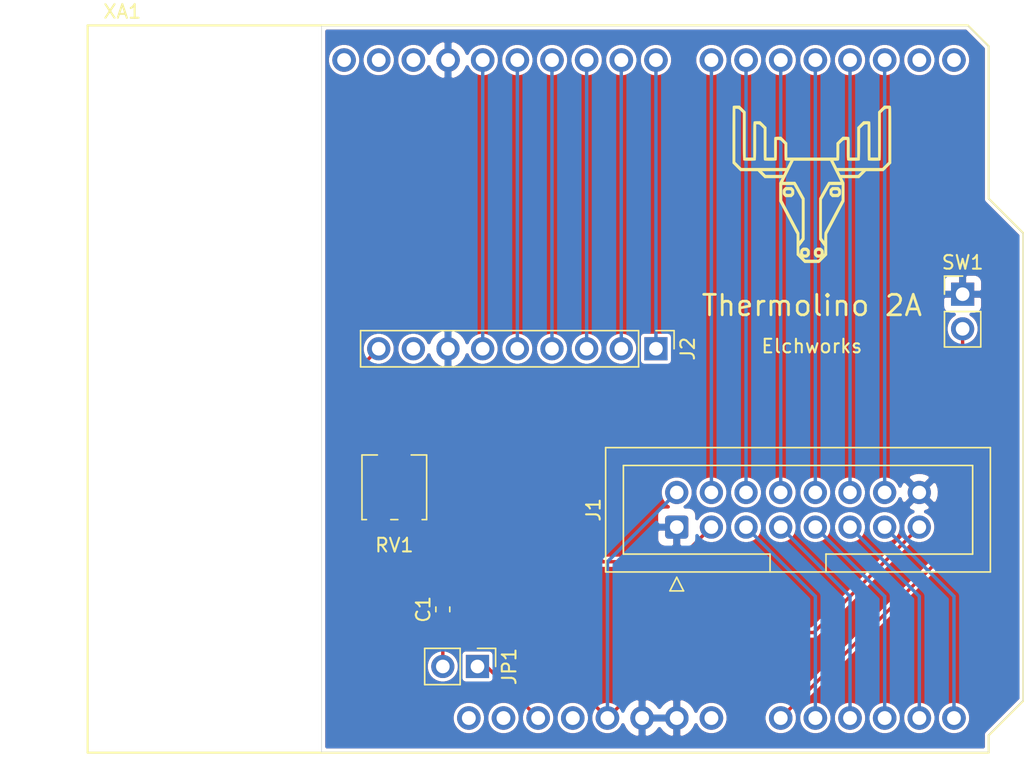
<source format=kicad_pcb>
(kicad_pcb (version 20171130) (host pcbnew "(5.1.6)-1")

  (general
    (thickness 1.6)
    (drawings 18)
    (tracks 58)
    (zones 0)
    (modules 8)
    (nets 24)
  )

  (page A4)
  (layers
    (0 F.Cu signal)
    (31 B.Cu signal)
    (32 B.Adhes user)
    (33 F.Adhes user)
    (34 B.Paste user)
    (35 F.Paste user)
    (36 B.SilkS user)
    (37 F.SilkS user)
    (38 B.Mask user)
    (39 F.Mask user)
    (40 Dwgs.User user)
    (41 Cmts.User user)
    (42 Eco1.User user)
    (43 Eco2.User user)
    (44 Edge.Cuts user)
    (45 Margin user)
    (46 B.CrtYd user)
    (47 F.CrtYd user)
    (48 B.Fab user)
    (49 F.Fab user)
  )

  (setup
    (last_trace_width 0.127)
    (user_trace_width 0.15)
    (user_trace_width 0.2)
    (user_trace_width 0.4)
    (user_trace_width 0.6)
    (trace_clearance 0.127)
    (zone_clearance 0.508)
    (zone_45_only no)
    (trace_min 0.127)
    (via_size 0.6)
    (via_drill 0.3)
    (via_min_size 0.6)
    (via_min_drill 0.3)
    (user_via 0.6 0.3)
    (user_via 0.9 0.4)
    (uvia_size 0.6858)
    (uvia_drill 0.3302)
    (uvias_allowed no)
    (uvia_min_size 0)
    (uvia_min_drill 0)
    (edge_width 0.0381)
    (segment_width 0.254)
    (pcb_text_width 0.3048)
    (pcb_text_size 1.524 1.524)
    (mod_edge_width 0.1524)
    (mod_text_size 0.8128 0.8128)
    (mod_text_width 0.1524)
    (pad_size 1.524 1.524)
    (pad_drill 0.762)
    (pad_to_mask_clearance 0)
    (solder_mask_min_width 0.12)
    (aux_axis_origin 0 0)
    (visible_elements 7FFFFFFF)
    (pcbplotparams
      (layerselection 0x010fc_ffffffff)
      (usegerberextensions false)
      (usegerberattributes false)
      (usegerberadvancedattributes false)
      (creategerberjobfile false)
      (excludeedgelayer true)
      (linewidth 0.152400)
      (plotframeref false)
      (viasonmask false)
      (mode 1)
      (useauxorigin false)
      (hpglpennumber 1)
      (hpglpenspeed 20)
      (hpglpendiameter 15.000000)
      (psnegative false)
      (psa4output false)
      (plotreference true)
      (plotvalue false)
      (plotinvisibletext false)
      (padsonsilk false)
      (subtractmaskfromsilk true)
      (outputformat 1)
      (mirror false)
      (drillshape 0)
      (scaleselection 1)
      (outputdirectory "./gerbers"))
  )

  (net 0 "")
  (net 1 GND)
  (net 2 "Net-(C1-Pad1)")
  (net 3 "Net-(J1-Pad14)")
  (net 4 "Net-(J1-Pad12)")
  (net 5 "Net-(J1-Pad10)")
  (net 6 "Net-(J1-Pad8)")
  (net 7 "Net-(J1-Pad6)")
  (net 8 "Net-(J1-Pad4)")
  (net 9 +5V)
  (net 10 "Net-(J1-Pad13)")
  (net 11 "Net-(J1-Pad11)")
  (net 12 "Net-(J1-Pad9)")
  (net 13 "Net-(J1-Pad7)")
  (net 14 "Net-(J1-Pad5)")
  (net 15 "Net-(J1-Pad3)")
  (net 16 "Net-(J2-Pad6)")
  (net 17 "Net-(J2-Pad5)")
  (net 18 "Net-(J2-Pad4)")
  (net 19 "Net-(J2-Pad3)")
  (net 20 "Net-(J2-Pad2)")
  (net 21 "Net-(J2-Pad1)")
  (net 22 "Net-(JP1-Pad1)")
  (net 23 "Net-(SW1-Pad2)")

  (net_class Default "This is the default net class."
    (clearance 0.127)
    (trace_width 0.127)
    (via_dia 0.6)
    (via_drill 0.3)
    (uvia_dia 0.6858)
    (uvia_drill 0.3302)
    (diff_pair_width 0.1524)
    (diff_pair_gap 0.254)
    (add_net +5V)
    (add_net GND)
    (add_net "Net-(C1-Pad1)")
    (add_net "Net-(J1-Pad10)")
    (add_net "Net-(J1-Pad11)")
    (add_net "Net-(J1-Pad12)")
    (add_net "Net-(J1-Pad13)")
    (add_net "Net-(J1-Pad14)")
    (add_net "Net-(J1-Pad3)")
    (add_net "Net-(J1-Pad4)")
    (add_net "Net-(J1-Pad5)")
    (add_net "Net-(J1-Pad6)")
    (add_net "Net-(J1-Pad7)")
    (add_net "Net-(J1-Pad8)")
    (add_net "Net-(J1-Pad9)")
    (add_net "Net-(J2-Pad1)")
    (add_net "Net-(J2-Pad2)")
    (add_net "Net-(J2-Pad3)")
    (add_net "Net-(J2-Pad4)")
    (add_net "Net-(J2-Pad5)")
    (add_net "Net-(J2-Pad6)")
    (add_net "Net-(JP1-Pad1)")
    (add_net "Net-(SW1-Pad2)")
  )

  (module Thermolino2:Logo (layer F.Cu) (tedit 6005AFB9) (tstamp 6005E91C)
    (at 205.486 72.5805)
    (fp_text reference G*** (at 0 0) (layer F.SilkS) hide
      (effects (font (size 1.524 1.524) (thickness 0.3)))
    )
    (fp_text value LOGO (at 0.75 0) (layer F.SilkS) hide
      (effects (font (size 1.524 1.524) (thickness 0.3)))
    )
    (fp_poly (pts (xy -5.074153 -5.54408) (xy -4.8514 -5.32236) (xy -4.8514 -1.9558) (xy -4.2926 -1.9558)
      (xy -4.2926 -3.25882) (xy -4.292293 -3.569683) (xy -4.291323 -3.832796) (xy -4.289621 -4.051206)
      (xy -4.287118 -4.22796) (xy -4.283743 -4.366105) (xy -4.279428 -4.468688) (xy -4.274103 -4.538755)
      (xy -4.267697 -4.579355) (xy -4.262121 -4.59232) (xy -4.218819 -4.608661) (xy -4.13118 -4.619062)
      (xy -4.005397 -4.622799) (xy -4.002273 -4.6228) (xy -3.772905 -4.6228) (xy -3.550153 -4.40108)
      (xy -3.3274 -4.17936) (xy -3.3274 -1.9558) (xy -2.7686 -1.9558) (xy -2.7686 -2.68732)
      (xy -2.767947 -2.919437) (xy -2.765891 -3.104413) (xy -2.762285 -3.245892) (xy -2.756984 -3.347517)
      (xy -2.749843 -3.412933) (xy -2.740715 -3.445784) (xy -2.738121 -3.44932) (xy -2.694805 -3.465653)
      (xy -2.607043 -3.476049) (xy -2.480916 -3.479798) (xy -2.477241 -3.4798) (xy -2.246841 -3.4798)
      (xy -2.025121 -3.257048) (xy -1.8034 -3.034296) (xy -1.8034 -1.9558) (xy 1.8034 -1.9558)
      (xy 1.8034 -3.034296) (xy 2.24684 -3.4798) (xy 2.47724 -3.4798) (xy 2.604268 -3.476231)
      (xy 2.693087 -3.465996) (xy 2.737615 -3.449806) (xy 2.73812 -3.44932) (xy 2.747764 -3.424001)
      (xy 2.755385 -3.367022) (xy 2.76113 -3.274739) (xy 2.765144 -3.143509) (xy 2.767572 -2.969688)
      (xy 2.76856 -2.749632) (xy 2.7686 -2.68732) (xy 2.7686 -1.9558) (xy 3.3274 -1.9558)
      (xy 3.3274 -4.17936) (xy 3.772904 -4.6228) (xy 4.002272 -4.6228) (xy 4.128819 -4.619218)
      (xy 4.217356 -4.608954) (xy 4.261691 -4.592735) (xy 4.26212 -4.59232) (xy 4.269384 -4.571895)
      (xy 4.275516 -4.524295) (xy 4.280585 -4.446473) (xy 4.284661 -4.335383) (xy 4.287814 -4.187978)
      (xy 4.290112 -4.00121) (xy 4.291627 -3.772033) (xy 4.292427 -3.497401) (xy 4.2926 -3.25882)
      (xy 4.2926 -1.9558) (xy 4.8514 -1.9558) (xy 4.8514 -5.32236) (xy 5.296904 -5.7658)
      (xy 5.526272 -5.7658) (xy 5.652819 -5.762218) (xy 5.741356 -5.751954) (xy 5.785691 -5.735735)
      (xy 5.78612 -5.73532) (xy 5.791908 -5.717464) (xy 5.796985 -5.674544) (xy 5.801387 -5.604065)
      (xy 5.805148 -5.503529) (xy 5.808305 -5.370442) (xy 5.810895 -5.202308) (xy 5.812953 -4.996629)
      (xy 5.814514 -4.75091) (xy 5.815616 -4.462655) (xy 5.816293 -4.129368) (xy 5.816583 -3.748552)
      (xy 5.8166 -3.620356) (xy 5.8166 -1.535872) (xy 5.530452 -1.250536) (xy 5.244305 -0.9652)
      (xy 4.609226 -0.965201) (xy 3.974146 -0.965201) (xy 3.7211 -0.711201) (xy 3.468053 -0.457201)
      (xy 2.209161 -0.457201) (xy 2.29838 -0.280035) (xy 2.3876 -0.102869) (xy 2.3876 1.252181)
      (xy 1.7526 2.458667) (xy 1.1176 3.665154) (xy 1.1176 5.195128) (xy 0.831452 5.480464)
      (xy 0.545305 5.7658) (xy -0.546929 5.7658) (xy -0.832265 5.479652) (xy -1.1176 5.193505)
      (xy -1.1176 3.665154) (xy -1.7526 2.458667) (xy -2.3876 1.252181) (xy -2.3876 0.0508)
      (xy -2.1844 0.0508) (xy -2.1844 1.160845) (xy -1.5494 2.367332) (xy -0.9144 3.573818)
      (xy -0.9144 3.869709) (xy -0.913727 3.985515) (xy -0.911895 4.080069) (xy -0.909187 4.143408)
      (xy -0.906006 4.1656) (xy -0.88787 4.146804) (xy -0.850068 4.098411) (xy -0.817106 4.053497)
      (xy -0.7366 3.941395) (xy -0.7366 1.124955) (xy -1.035039 0.587877) (xy -1.333477 0.0508)
      (xy -2.1844 0.0508) (xy -2.3876 0.0508) (xy -2.3876 -0.102869) (xy -2.349866 -0.1778)
      (xy -2.108092 -0.1778) (xy -1.22266 -0.1778) (xy -1.174408 -0.10795) (xy -1.148697 -0.066363)
      (xy -1.102629 0.012582) (xy -1.040286 0.121708) (xy -0.965751 0.253838) (xy -0.883105 0.401794)
      (xy -0.829778 0.497972) (xy -0.5334 1.034045) (xy -0.5334 4.055302) (xy -0.723247 4.307301)
      (xy -0.913093 4.5593) (xy -0.913747 4.83085) (xy -0.911756 4.948067) (xy -0.90576 5.041721)
      (xy -0.896632 5.101685) (xy -0.889 5.1181) (xy -0.873941 5.104832) (xy -0.865282 5.046627)
      (xy -0.864428 5.0165) (xy -0.6604 5.0165) (xy -0.646667 5.096597) (xy -0.601181 5.141168)
      (xy -0.517511 5.156107) (xy -0.508 5.1562) (xy -0.438401 5.148197) (xy -0.389417 5.128638)
      (xy -0.38608 5.12572) (xy -0.364219 5.079849) (xy -0.3556 5.0165) (xy -0.369334 4.936402)
      (xy -0.41482 4.891831) (xy -0.49849 4.876892) (xy -0.508 4.8768) (xy -0.595379 4.889388)
      (xy -0.644002 4.931084) (xy -0.6603 5.007782) (xy -0.6604 5.0165) (xy -0.864428 5.0165)
      (xy -0.8636 4.987319) (xy -0.860511 4.899541) (xy -0.845568 4.840485) (xy -0.810263 4.788188)
      (xy -0.769546 4.74452) (xy -0.715148 4.692176) (xy -0.669151 4.663323) (xy -0.612798 4.650995)
      (xy -0.527332 4.648222) (xy -0.510267 4.6482) (xy -0.418071 4.650254) (xy -0.357549 4.660993)
      (xy -0.309606 4.687285) (xy -0.255148 4.735996) (xy -0.248721 4.742254) (xy -0.198075 4.794443)
      (xy -0.169261 4.83835) (xy -0.156132 4.89133) (xy -0.152542 4.970739) (xy -0.1524 5.014233)
      (xy -0.153995 5.10967) (xy -0.162812 5.171957) (xy -0.1849 5.218731) (xy -0.226306 5.267627)
      (xy -0.246455 5.288479) (xy -0.30684 5.345232) (xy -0.358808 5.373878) (xy -0.425223 5.383851)
      (xy -0.479807 5.3848) (xy -0.619105 5.3848) (xy -0.5461 5.461) (xy -0.473096 5.5372)
      (xy 0.473095 5.5372) (xy 0.5461 5.461) (xy 0.619104 5.3848) (xy 0.482073 5.3848)
      (xy 0.396192 5.380916) (xy 0.337002 5.362843) (xy 0.280595 5.320945) (xy 0.24872 5.290745)
      (xy 0.198074 5.238556) (xy 0.16926 5.194649) (xy 0.156131 5.141669) (xy 0.152541 5.06226)
      (xy 0.1524 5.018766) (xy 0.152437 5.0165) (xy 0.3556 5.0165) (xy 0.369333 5.096597)
      (xy 0.414819 5.141168) (xy 0.498489 5.156107) (xy 0.508 5.1562) (xy 0.577599 5.148197)
      (xy 0.626583 5.128638) (xy 0.62992 5.12572) (xy 0.651781 5.079849) (xy 0.6604 5.0165)
      (xy 0.646666 4.936402) (xy 0.60118 4.891831) (xy 0.51751 4.876892) (xy 0.508 4.8768)
      (xy 0.420621 4.889388) (xy 0.371998 4.931084) (xy 0.3557 5.007782) (xy 0.3556 5.0165)
      (xy 0.152437 5.0165) (xy 0.153994 4.923329) (xy 0.162811 4.861042) (xy 0.184899 4.814268)
      (xy 0.226305 4.765372) (xy 0.246454 4.74452) (xy 0.300852 4.692176) (xy 0.346849 4.663323)
      (xy 0.403202 4.650995) (xy 0.488668 4.648222) (xy 0.505733 4.6482) (xy 0.597929 4.650254)
      (xy 0.658451 4.660993) (xy 0.706394 4.687285) (xy 0.760852 4.735996) (xy 0.767279 4.742254)
      (xy 0.82224 4.80016) (xy 0.851024 4.849599) (xy 0.862004 4.911685) (xy 0.8636 4.985053)
      (xy 0.86746 5.070445) (xy 0.878345 5.114461) (xy 0.889 5.1181) (xy 0.899774 5.087139)
      (xy 0.908015 5.015533) (xy 0.91285 4.913409) (xy 0.913746 4.83085) (xy 0.913092 4.5593)
      (xy 0.5334 4.055302) (xy 0.5334 1.124955) (xy 0.7366 1.124955) (xy 0.7366 3.941395)
      (xy 0.81915 4.056554) (xy 0.9017 4.171714) (xy 0.9271 3.5433) (xy 2.1844 1.161132)
      (xy 2.1844 0.0508) (xy 1.333476 0.0508) (xy 1.035038 0.587877) (xy 0.7366 1.124955)
      (xy 0.5334 1.124955) (xy 0.5334 1.034045) (xy 0.829777 0.497972) (xy 0.915394 0.343825)
      (xy 0.995421 0.201071) (xy 1.065778 0.076887) (xy 1.122381 -0.021549) (xy 1.16115 -0.087062)
      (xy 1.174407 -0.107951) (xy 1.222659 -0.177801) (xy 1.665375 -0.1778) (xy 2.108091 -0.1778)
      (xy 1.714644 -0.9652) (xy 1.956351 -0.9652) (xy 2.024867 -0.8255) (xy 2.093382 -0.6858)
      (xy 3.392635 -0.6858) (xy 3.5306 -0.8255) (xy 3.668564 -0.9652) (xy 1.956351 -0.9652)
      (xy 1.714644 -0.9652) (xy 1.333887 -1.7272) (xy 1.575103 -1.7272) (xy 1.840381 -1.1938)
      (xy 5.167895 -1.1938) (xy 5.390647 -1.415521) (xy 5.6134 -1.637241) (xy 5.6134 -5.5372)
      (xy 5.493433 -5.5372) (xy 5.433143 -5.534819) (xy 5.385616 -5.522898) (xy 5.338188 -5.494275)
      (xy 5.278194 -5.441789) (xy 5.214033 -5.379184) (xy 5.0546 -5.221168) (xy 5.0546 -3.504664)
      (xy 5.054378 -3.146398) (xy 5.053683 -2.836212) (xy 5.052467 -2.571387) (xy 5.050682 -2.349204)
      (xy 5.048281 -2.166945) (xy 5.045216 -2.021891) (xy 5.04144 -1.911323) (xy 5.036906 -1.832524)
      (xy 5.031566 -1.782773) (xy 5.025373 -1.759354) (xy 5.024119 -1.75768) (xy 4.987126 -1.745682)
      (xy 4.909999 -1.736481) (xy 4.803328 -1.730076) (xy 4.6777 -1.726468) (xy 4.543706 -1.725657)
      (xy 4.411935 -1.727642) (xy 4.292975 -1.732424) (xy 4.197415 -1.740003) (xy 4.135846 -1.750378)
      (xy 4.11988 -1.75768) (xy 4.112615 -1.778106) (xy 4.106483 -1.825706) (xy 4.101414 -1.903528)
      (xy 4.097338 -2.014618) (xy 4.094185 -2.162023) (xy 4.091887 -2.348791) (xy 4.090372 -2.577968)
      (xy 4.089572 -2.8526) (xy 4.0894 -3.09118) (xy 4.0894 -4.3942) (xy 3.969433 -4.3942)
      (xy 3.909143 -4.391819) (xy 3.861616 -4.379898) (xy 3.814188 -4.351275) (xy 3.754194 -4.298789)
      (xy 3.690033 -4.236184) (xy 3.5306 -4.078168) (xy 3.5306 -2.933164) (xy 3.530238 -2.642227)
      (xy 3.529098 -2.398884) (xy 3.527097 -2.199935) (xy 3.524152 -2.04218) (xy 3.52018 -1.922417)
      (xy 3.515097 -1.837447) (xy 3.508821 -1.784068) (xy 3.501269 -1.759081) (xy 3.50012 -1.757681)
      (xy 3.463126 -1.745682) (xy 3.385999 -1.736481) (xy 3.279328 -1.730076) (xy 3.1537 -1.726468)
      (xy 3.019706 -1.725657) (xy 2.887935 -1.727642) (xy 2.768975 -1.732424) (xy 2.673415 -1.740003)
      (xy 2.611846 -1.750378) (xy 2.59588 -1.75768) (xy 2.586235 -1.783) (xy 2.578614 -1.839979)
      (xy 2.572869 -1.932262) (xy 2.568855 -2.063492) (xy 2.566427 -2.237313) (xy 2.565439 -2.457369)
      (xy 2.5654 -2.51968) (xy 2.5654 -3.2512) (xy 2.445433 -3.2512) (xy 2.385143 -3.248819)
      (xy 2.337616 -3.236898) (xy 2.290188 -3.208275) (xy 2.230194 -3.155789) (xy 2.166033 -3.093184)
      (xy 2.0066 -2.935168) (xy 2.0066 -2.361664) (xy 2.00567 -2.155355) (xy 2.002758 -1.996121)
      (xy 1.997678 -1.880268) (xy 1.990241 -1.804104) (xy 1.980263 -1.763936) (xy 1.97612 -1.757681)
      (xy 1.933791 -1.741085) (xy 1.852679 -1.730395) (xy 1.760371 -1.7272) (xy 1.575103 -1.7272)
      (xy 1.333887 -1.7272) (xy -1.333888 -1.7272) (xy -2.108092 -0.1778) (xy -2.349866 -0.1778)
      (xy -2.209162 -0.457201) (xy -3.468054 -0.457201) (xy -3.721101 -0.711201) (xy -3.974146 -0.9652)
      (xy -3.668565 -0.9652) (xy -3.5306 -0.8255) (xy -3.392636 -0.6858) (xy -2.093383 -0.6858)
      (xy -2.024868 -0.8255) (xy -1.956352 -0.9652) (xy -3.668565 -0.9652) (xy -3.974146 -0.9652)
      (xy -3.974147 -0.965201) (xy -4.610038 -0.965201) (xy -5.245929 -0.9652) (xy -5.531265 -1.251348)
      (xy -5.8166 -1.537495) (xy -5.8166 -3.621168) (xy -5.816424 -4.017157) (xy -5.81587 -4.364843)
      (xy -5.814904 -4.666723) (xy -5.813488 -4.925294) (xy -5.811587 -5.143053) (xy -5.809165 -5.322495)
      (xy -5.806187 -5.466118) (xy -5.803886 -5.5372) (xy -5.6134 -5.5372) (xy -5.6134 -1.639305)
      (xy -5.39168 -1.416553) (xy -5.16996 -1.1938) (xy -1.840382 -1.1938) (xy -1.575104 -1.7272)
      (xy -1.760372 -1.7272) (xy -1.865478 -1.731434) (xy -1.942041 -1.74302) (xy -1.97612 -1.75768)
      (xy -1.98705 -1.786115) (xy -1.995365 -1.849284) (xy -2.001253 -1.950879) (xy -2.0049 -2.094593)
      (xy -2.006493 -2.284117) (xy -2.0066 -2.360247) (xy -2.006601 -2.932334) (xy -2.164617 -3.091767)
      (xy -2.242434 -3.168562) (xy -2.297921 -3.215698) (xy -2.3437 -3.240377) (xy -2.392394 -3.249802)
      (xy -2.444017 -3.2512) (xy -2.5654 -3.2512) (xy -2.5654 -2.51968) (xy -2.566054 -2.287564)
      (xy -2.56811 -2.102588) (xy -2.571716 -1.961109) (xy -2.577017 -1.859484) (xy -2.584158 -1.794068)
      (xy -2.593286 -1.761217) (xy -2.595881 -1.75768) (xy -2.632874 -1.745682) (xy -2.710001 -1.736481)
      (xy -2.816672 -1.730076) (xy -2.9423 -1.726468) (xy -3.076294 -1.725657) (xy -3.208065 -1.727642)
      (xy -3.327025 -1.732424) (xy -3.422585 -1.740003) (xy -3.484154 -1.750378) (xy -3.500121 -1.757681)
      (xy -3.50786 -1.779004) (xy -3.514311 -1.828283) (xy -3.519555 -1.908721) (xy -3.523677 -2.02352)
      (xy -3.526758 -2.175881) (xy -3.528883 -2.369008) (xy -3.530134 -2.606101) (xy -3.530594 -2.890362)
      (xy -3.530601 -2.931747) (xy -3.530601 -4.075334) (xy -3.688617 -4.234767) (xy -3.766434 -4.311562)
      (xy -3.821921 -4.358698) (xy -3.8677 -4.383377) (xy -3.916394 -4.392802) (xy -3.968017 -4.394201)
      (xy -4.0894 -4.3942) (xy -4.0894 -3.091181) (xy -4.089708 -2.780318) (xy -4.090678 -2.517205)
      (xy -4.09238 -2.298795) (xy -4.094883 -2.122041) (xy -4.098258 -1.983896) (xy -4.102573 -1.881313)
      (xy -4.107898 -1.811246) (xy -4.114304 -1.770646) (xy -4.11988 -1.757681) (xy -4.156874 -1.745682)
      (xy -4.234001 -1.736481) (xy -4.340672 -1.730076) (xy -4.4663 -1.726468) (xy -4.600294 -1.725657)
      (xy -4.732065 -1.727642) (xy -4.851025 -1.732424) (xy -4.946585 -1.740003) (xy -5.008154 -1.750378)
      (xy -5.024121 -1.75768) (xy -5.030481 -1.776495) (xy -5.035978 -1.821137) (xy -5.04066 -1.894326)
      (xy -5.044575 -1.998782) (xy -5.047768 -2.137223) (xy -5.050289 -2.31237) (xy -5.052185 -2.526943)
      (xy -5.053502 -2.78366) (xy -5.054289 -3.085241) (xy -5.054593 -3.434407) (xy -5.0546 -3.503247)
      (xy -5.054601 -5.218334) (xy -5.212617 -5.377767) (xy -5.290434 -5.454562) (xy -5.345921 -5.501698)
      (xy -5.3917 -5.526377) (xy -5.440394 -5.535802) (xy -5.492017 -5.5372) (xy -5.6134 -5.5372)
      (xy -5.803886 -5.5372) (xy -5.802615 -5.576418) (xy -5.798414 -5.65589) (xy -5.793548 -5.707033)
      (xy -5.787981 -5.732343) (xy -5.786121 -5.73532) (xy -5.742819 -5.751661) (xy -5.65518 -5.762062)
      (xy -5.529397 -5.765799) (xy -5.526273 -5.7658) (xy -5.296905 -5.7658) (xy -5.074153 -5.54408)) (layer F.SilkS) (width 0.01))
    (fp_poly (pts (xy -1.389455 0.29952) (xy -1.339869 0.353319) (xy -1.311715 0.398829) (xy -1.298947 0.453688)
      (xy -1.295515 0.535532) (xy -1.2954 0.573766) (xy -1.29688 0.668765) (xy -1.305418 0.730327)
      (xy -1.327159 0.775808) (xy -1.36825 0.822564) (xy -1.391721 0.845745) (xy -1.488042 0.9398)
      (xy -1.945491 0.9398) (xy -2.039546 0.843479) (xy -2.089132 0.78968) (xy -2.117286 0.74417)
      (xy -2.130054 0.689311) (xy -2.133486 0.607467) (xy -2.133593 0.5715) (xy -1.9304 0.5715)
      (xy -1.921107 0.637269) (xy -1.89992 0.68072) (xy -1.856117 0.698516) (xy -1.780437 0.708374)
      (xy -1.691181 0.710294) (xy -1.606648 0.704277) (xy -1.545138 0.690321) (xy -1.52908 0.680719)
      (xy -1.507219 0.634849) (xy -1.4986 0.5715) (xy -1.507576 0.502169) (xy -1.540267 0.459505)
      (xy -1.605316 0.437914) (xy -1.711368 0.431802) (xy -1.7145 0.4318) (xy -1.821647 0.437607)
      (xy -1.887582 0.45876) (xy -1.920951 0.500851) (xy -1.930396 0.569473) (xy -1.9304 0.5715)
      (xy -2.133593 0.5715) (xy -2.1336 0.569233) (xy -2.132121 0.474234) (xy -2.123583 0.412672)
      (xy -2.101842 0.367191) (xy -2.060751 0.320435) (xy -2.03728 0.297254) (xy -1.940959 0.2032)
      (xy -1.48351 0.2032) (xy -1.389455 0.29952)) (layer F.SilkS) (width 0.01))
    (fp_poly (pts (xy 2.039545 0.29952) (xy 2.089131 0.353319) (xy 2.117285 0.398829) (xy 2.130053 0.453688)
      (xy 2.133485 0.535532) (xy 2.1336 0.573766) (xy 2.13212 0.668765) (xy 2.123582 0.730327)
      (xy 2.101841 0.775808) (xy 2.06075 0.822564) (xy 2.037279 0.845745) (xy 1.940958 0.9398)
      (xy 1.483509 0.9398) (xy 1.389454 0.843479) (xy 1.339868 0.78968) (xy 1.311714 0.74417)
      (xy 1.298946 0.689311) (xy 1.295514 0.607467) (xy 1.295407 0.5715) (xy 1.4986 0.5715)
      (xy 1.507893 0.637269) (xy 1.52908 0.68072) (xy 1.572883 0.698516) (xy 1.648563 0.708374)
      (xy 1.737819 0.710294) (xy 1.822352 0.704277) (xy 1.883862 0.690321) (xy 1.89992 0.680719)
      (xy 1.921781 0.634849) (xy 1.9304 0.5715) (xy 1.921424 0.502169) (xy 1.888733 0.459505)
      (xy 1.823684 0.437914) (xy 1.717632 0.431802) (xy 1.7145 0.4318) (xy 1.607353 0.437607)
      (xy 1.541418 0.45876) (xy 1.508049 0.500851) (xy 1.498604 0.569473) (xy 1.4986 0.5715)
      (xy 1.295407 0.5715) (xy 1.2954 0.569233) (xy 1.296879 0.474234) (xy 1.305417 0.412672)
      (xy 1.327158 0.367191) (xy 1.368249 0.320435) (xy 1.39172 0.297254) (xy 1.488041 0.2032)
      (xy 1.94549 0.2032) (xy 2.039545 0.29952)) (layer F.SilkS) (width 0.01))
  )

  (module Arduino:Arduino_Uno_Shield (layer F.Cu) (tedit 6005A2FC) (tstamp 6005DACC)
    (at 152.402 114.2695)
    (descr https://store.arduino.cc/arduino-uno-rev3)
    (path /6005A0B1)
    (fp_text reference XA1 (at 2.54 -54.356) (layer F.SilkS)
      (effects (font (size 1 1) (thickness 0.15)))
    )
    (fp_text value Arduino_Uno_Shield (at 15.494 -54.356) (layer F.Fab)
      (effects (font (size 1 1) (thickness 0.15)))
    )
    (fp_line (start 0 -53.34) (end 64.516 -53.34) (layer F.SilkS) (width 0.15))
    (fp_line (start 0 0) (end 66.04 0) (layer F.SilkS) (width 0.15))
    (fp_line (start 64.516 -53.34) (end 66.04 -51.816) (layer F.SilkS) (width 0.15))
    (fp_line (start 66.04 0) (end 66.04 -1.27) (layer F.SilkS) (width 0.15))
    (fp_line (start 66.04 -1.27) (end 68.58 -3.81) (layer F.SilkS) (width 0.15))
    (fp_line (start 68.58 -3.81) (end 68.58 -38.1) (layer F.SilkS) (width 0.15))
    (fp_line (start 68.58 -38.1) (end 66.04 -40.64) (layer F.SilkS) (width 0.15))
    (fp_line (start 66.04 -40.64) (end 66.04 -51.816) (layer F.SilkS) (width 0.15))
    (fp_line (start 0 -53.34) (end 0 0) (layer F.SilkS) (width 0.15))
    (fp_line (start -1.905 -12.065) (end 11.43 -12.065) (layer B.CrtYd) (width 0.15))
    (fp_line (start -1.905 -12.065) (end -1.905 -3.175) (layer B.CrtYd) (width 0.15))
    (fp_line (start -1.905 -3.175) (end 11.43 -3.175) (layer B.CrtYd) (width 0.15))
    (fp_line (start 11.43 -12.065) (end 11.43 -3.175) (layer B.CrtYd) (width 0.15))
    (fp_line (start -6.35 -43.815) (end -6.35 -32.385) (layer B.CrtYd) (width 0.15))
    (fp_line (start 9.525 -43.815) (end 9.525 -32.385) (layer B.CrtYd) (width 0.15))
    (fp_line (start 9.525 -43.815) (end -6.35 -43.815) (layer B.CrtYd) (width 0.15))
    (fp_line (start 9.525 -32.385) (end -6.35 -32.385) (layer B.CrtYd) (width 0.15))
    (pad A5 thru_hole oval (at 63.5 -2.54) (size 1.7272 1.7272) (drill 1.016) (layers *.Cu *.Mask)
      (net 10 "Net-(J1-Pad13)"))
    (pad A4 thru_hole oval (at 60.96 -2.54) (size 1.7272 1.7272) (drill 1.016) (layers *.Cu *.Mask)
      (net 11 "Net-(J1-Pad11)"))
    (pad A3 thru_hole oval (at 58.42 -2.54) (size 1.7272 1.7272) (drill 1.016) (layers *.Cu *.Mask)
      (net 12 "Net-(J1-Pad9)"))
    (pad A2 thru_hole oval (at 55.88 -2.54) (size 1.7272 1.7272) (drill 1.016) (layers *.Cu *.Mask)
      (net 13 "Net-(J1-Pad7)"))
    (pad A1 thru_hole oval (at 53.34 -2.54) (size 1.7272 1.7272) (drill 1.016) (layers *.Cu *.Mask)
      (net 14 "Net-(J1-Pad5)"))
    (pad "" thru_hole oval (at 27.94 -2.54) (size 1.7272 1.7272) (drill 1.016) (layers *.Cu *.Mask))
    (pad D11 thru_hole oval (at 34.036 -50.8) (size 1.7272 1.7272) (drill 1.016) (layers *.Cu *.Mask)
      (net 18 "Net-(J2-Pad4)"))
    (pad D12 thru_hole oval (at 31.496 -50.8) (size 1.7272 1.7272) (drill 1.016) (layers *.Cu *.Mask)
      (net 17 "Net-(J2-Pad5)"))
    (pad D13 thru_hole oval (at 28.956 -50.8) (size 1.7272 1.7272) (drill 1.016) (layers *.Cu *.Mask)
      (net 16 "Net-(J2-Pad6)"))
    (pad AREF thru_hole oval (at 23.876 -50.8) (size 1.7272 1.7272) (drill 1.016) (layers *.Cu *.Mask))
    (pad SDA thru_hole oval (at 21.336 -50.8) (size 1.7272 1.7272) (drill 1.016) (layers *.Cu *.Mask))
    (pad SCL thru_hole oval (at 18.796 -50.8) (size 1.7272 1.7272) (drill 1.016) (layers *.Cu *.Mask))
    (pad D10 thru_hole oval (at 36.576 -50.8) (size 1.7272 1.7272) (drill 1.016) (layers *.Cu *.Mask)
      (net 19 "Net-(J2-Pad3)"))
    (pad D9 thru_hole oval (at 39.116 -50.8) (size 1.7272 1.7272) (drill 1.016) (layers *.Cu *.Mask)
      (net 20 "Net-(J2-Pad2)"))
    (pad D8 thru_hole oval (at 41.656 -50.8) (size 1.7272 1.7272) (drill 1.016) (layers *.Cu *.Mask)
      (net 21 "Net-(J2-Pad1)"))
    (pad GND1 thru_hole oval (at 26.416 -50.8) (size 1.7272 1.7272) (drill 1.016) (layers *.Cu *.Mask)
      (net 1 GND))
    (pad D7 thru_hole oval (at 45.72 -50.8) (size 1.7272 1.7272) (drill 1.016) (layers *.Cu *.Mask)
      (net 8 "Net-(J1-Pad4)"))
    (pad D6 thru_hole oval (at 48.26 -50.8) (size 1.7272 1.7272) (drill 1.016) (layers *.Cu *.Mask)
      (net 7 "Net-(J1-Pad6)"))
    (pad D5 thru_hole oval (at 50.8 -50.8) (size 1.7272 1.7272) (drill 1.016) (layers *.Cu *.Mask)
      (net 6 "Net-(J1-Pad8)"))
    (pad D4 thru_hole oval (at 53.34 -50.8) (size 1.7272 1.7272) (drill 1.016) (layers *.Cu *.Mask)
      (net 5 "Net-(J1-Pad10)"))
    (pad D3 thru_hole oval (at 55.88 -50.8) (size 1.7272 1.7272) (drill 1.016) (layers *.Cu *.Mask)
      (net 4 "Net-(J1-Pad12)"))
    (pad D2 thru_hole oval (at 58.42 -50.8) (size 1.7272 1.7272) (drill 1.016) (layers *.Cu *.Mask)
      (net 3 "Net-(J1-Pad14)"))
    (pad D1 thru_hole oval (at 60.96 -50.8) (size 1.7272 1.7272) (drill 1.016) (layers *.Cu *.Mask))
    (pad D0 thru_hole oval (at 63.5 -50.8) (size 1.7272 1.7272) (drill 1.016) (layers *.Cu *.Mask))
    (pad IORF thru_hole oval (at 30.48 -2.54) (size 1.7272 1.7272) (drill 1.016) (layers *.Cu *.Mask))
    (pad RST1 thru_hole oval (at 33.02 -2.54) (size 1.7272 1.7272) (drill 1.016) (layers *.Cu *.Mask)
      (net 22 "Net-(JP1-Pad1)"))
    (pad 3V3 thru_hole oval (at 35.56 -2.54) (size 1.7272 1.7272) (drill 1.016) (layers *.Cu *.Mask))
    (pad 5V1 thru_hole oval (at 38.1 -2.54) (size 1.7272 1.7272) (drill 1.016) (layers *.Cu *.Mask)
      (net 9 +5V))
    (pad GND2 thru_hole oval (at 40.64 -2.54) (size 1.7272 1.7272) (drill 1.016) (layers *.Cu *.Mask)
      (net 1 GND))
    (pad GND3 thru_hole oval (at 43.18 -2.54) (size 1.7272 1.7272) (drill 1.016) (layers *.Cu *.Mask)
      (net 1 GND))
    (pad VIN thru_hole oval (at 45.72 -2.54) (size 1.7272 1.7272) (drill 1.016) (layers *.Cu *.Mask))
    (pad A0 thru_hole oval (at 50.8 -2.54) (size 1.7272 1.7272) (drill 1.016) (layers *.Cu *.Mask)
      (net 23 "Net-(SW1-Pad2)"))
  )

  (module Connector_PinHeader_2.54mm:PinHeader_1x02_P2.54mm_Vertical (layer F.Cu) (tedit 59FED5CC) (tstamp 6005A999)
    (at 216.535 80.645)
    (descr "Through hole straight pin header, 1x02, 2.54mm pitch, single row")
    (tags "Through hole pin header THT 1x02 2.54mm single row")
    (path /600ED6A8)
    (fp_text reference SW1 (at 0 -2.33) (layer F.SilkS)
      (effects (font (size 1 1) (thickness 0.15)))
    )
    (fp_text value SW_Push (at 0 4.87) (layer F.Fab)
      (effects (font (size 1 1) (thickness 0.15)))
    )
    (fp_line (start 1.8 -1.8) (end -1.8 -1.8) (layer F.CrtYd) (width 0.05))
    (fp_line (start 1.8 4.35) (end 1.8 -1.8) (layer F.CrtYd) (width 0.05))
    (fp_line (start -1.8 4.35) (end 1.8 4.35) (layer F.CrtYd) (width 0.05))
    (fp_line (start -1.8 -1.8) (end -1.8 4.35) (layer F.CrtYd) (width 0.05))
    (fp_line (start -1.33 -1.33) (end 0 -1.33) (layer F.SilkS) (width 0.12))
    (fp_line (start -1.33 0) (end -1.33 -1.33) (layer F.SilkS) (width 0.12))
    (fp_line (start -1.33 1.27) (end 1.33 1.27) (layer F.SilkS) (width 0.12))
    (fp_line (start 1.33 1.27) (end 1.33 3.87) (layer F.SilkS) (width 0.12))
    (fp_line (start -1.33 1.27) (end -1.33 3.87) (layer F.SilkS) (width 0.12))
    (fp_line (start -1.33 3.87) (end 1.33 3.87) (layer F.SilkS) (width 0.12))
    (fp_line (start -1.27 -0.635) (end -0.635 -1.27) (layer F.Fab) (width 0.1))
    (fp_line (start -1.27 3.81) (end -1.27 -0.635) (layer F.Fab) (width 0.1))
    (fp_line (start 1.27 3.81) (end -1.27 3.81) (layer F.Fab) (width 0.1))
    (fp_line (start 1.27 -1.27) (end 1.27 3.81) (layer F.Fab) (width 0.1))
    (fp_line (start -0.635 -1.27) (end 1.27 -1.27) (layer F.Fab) (width 0.1))
    (fp_text user %R (at 0 1.27 90) (layer F.Fab)
      (effects (font (size 1 1) (thickness 0.15)))
    )
    (pad 2 thru_hole oval (at 0 2.54) (size 1.7 1.7) (drill 1) (layers *.Cu *.Mask)
      (net 23 "Net-(SW1-Pad2)"))
    (pad 1 thru_hole rect (at 0 0) (size 1.7 1.7) (drill 1) (layers *.Cu *.Mask)
      (net 1 GND))
    (model ${KISYS3DMOD}/Connector_PinHeader_2.54mm.3dshapes/PinHeader_1x02_P2.54mm_Vertical.wrl
      (at (xyz 0 0 0))
      (scale (xyz 1 1 1))
      (rotate (xyz 0 0 0))
    )
  )

  (module Potentiometer_SMD:Potentiometer_Bourns_3314J_Vertical (layer F.Cu) (tedit 5A81E1D7) (tstamp 6005A983)
    (at 174.879 94.8055 180)
    (descr "Potentiometer, vertical, Bourns 3314J, http://www.bourns.com/docs/Product-Datasheets/3314.pdf")
    (tags "Potentiometer vertical Bourns 3314J")
    (path /60094BE9)
    (attr smd)
    (fp_text reference RV1 (at 0 -4.25) (layer F.SilkS)
      (effects (font (size 1 1) (thickness 0.15)))
    )
    (fp_text value R_POT_TRIM (at 0 4.25) (layer F.Fab)
      (effects (font (size 1 1) (thickness 0.15)))
    )
    (fp_line (start 2.5 -3.25) (end -2.5 -3.25) (layer F.CrtYd) (width 0.05))
    (fp_line (start 2.5 3.25) (end 2.5 -3.25) (layer F.CrtYd) (width 0.05))
    (fp_line (start -2.5 3.25) (end 2.5 3.25) (layer F.CrtYd) (width 0.05))
    (fp_line (start -2.5 -3.25) (end -2.5 3.25) (layer F.CrtYd) (width 0.05))
    (fp_line (start 2.37 -2.37) (end 2.37 2.37) (layer F.SilkS) (width 0.12))
    (fp_line (start -2.37 -2.37) (end -2.37 2.37) (layer F.SilkS) (width 0.12))
    (fp_line (start 1.24 2.37) (end 2.37 2.37) (layer F.SilkS) (width 0.12))
    (fp_line (start -2.37 2.37) (end -1.24 2.37) (layer F.SilkS) (width 0.12))
    (fp_line (start -0.259 -2.37) (end 0.26 -2.37) (layer F.SilkS) (width 0.12))
    (fp_line (start -2.37 -2.37) (end -2.039 -2.37) (layer F.SilkS) (width 0.12))
    (fp_line (start 2.04 -2.37) (end 2.37 -2.37) (layer F.SilkS) (width 0.12))
    (fp_line (start 0 0.99) (end 0.001 -0.989) (layer F.Fab) (width 0.1))
    (fp_line (start 0 0.99) (end 0.001 -0.989) (layer F.Fab) (width 0.1))
    (fp_line (start 2.25 -2.25) (end -2.25 -2.25) (layer F.Fab) (width 0.1))
    (fp_line (start 2.25 2.25) (end 2.25 -2.25) (layer F.Fab) (width 0.1))
    (fp_line (start -2.25 2.25) (end 2.25 2.25) (layer F.Fab) (width 0.1))
    (fp_line (start -2.25 -2.25) (end -2.25 2.25) (layer F.Fab) (width 0.1))
    (fp_circle (center 0 0) (end 1 0) (layer F.Fab) (width 0.1))
    (fp_text user %R (at 0 -1.7) (layer F.Fab)
      (effects (font (size 0.63 0.63) (thickness 0.15)))
    )
    (pad 3 smd rect (at -1.15 -2 180) (size 1.3 2) (layers F.Cu F.Paste F.Mask)
      (net 1 GND))
    (pad 2 smd rect (at 0 2 180) (size 2 2) (layers F.Cu F.Paste F.Mask)
      (net 15 "Net-(J1-Pad3)"))
    (pad 1 smd rect (at 1.15 -2 180) (size 1.3 2) (layers F.Cu F.Paste F.Mask)
      (net 9 +5V))
    (model ${KISYS3DMOD}/Potentiometer_SMD.3dshapes/Potentiometer_Bourns_3314J_Vertical.wrl
      (at (xyz 0 0 0))
      (scale (xyz 1 1 1))
      (rotate (xyz 0 0 0))
    )
  )

  (module Connector_PinHeader_2.54mm:PinHeader_1x02_P2.54mm_Vertical (layer F.Cu) (tedit 59FED5CC) (tstamp 6005A969)
    (at 180.975 107.95 270)
    (descr "Through hole straight pin header, 1x02, 2.54mm pitch, single row")
    (tags "Through hole pin header THT 1x02 2.54mm single row")
    (path /600C5296)
    (fp_text reference JP1 (at 0 -2.33 90) (layer F.SilkS)
      (effects (font (size 1 1) (thickness 0.15)))
    )
    (fp_text value Jumper_NC_Small (at 0 4.87 90) (layer F.Fab)
      (effects (font (size 1 1) (thickness 0.15)))
    )
    (fp_line (start 1.8 -1.8) (end -1.8 -1.8) (layer F.CrtYd) (width 0.05))
    (fp_line (start 1.8 4.35) (end 1.8 -1.8) (layer F.CrtYd) (width 0.05))
    (fp_line (start -1.8 4.35) (end 1.8 4.35) (layer F.CrtYd) (width 0.05))
    (fp_line (start -1.8 -1.8) (end -1.8 4.35) (layer F.CrtYd) (width 0.05))
    (fp_line (start -1.33 -1.33) (end 0 -1.33) (layer F.SilkS) (width 0.12))
    (fp_line (start -1.33 0) (end -1.33 -1.33) (layer F.SilkS) (width 0.12))
    (fp_line (start -1.33 1.27) (end 1.33 1.27) (layer F.SilkS) (width 0.12))
    (fp_line (start 1.33 1.27) (end 1.33 3.87) (layer F.SilkS) (width 0.12))
    (fp_line (start -1.33 1.27) (end -1.33 3.87) (layer F.SilkS) (width 0.12))
    (fp_line (start -1.33 3.87) (end 1.33 3.87) (layer F.SilkS) (width 0.12))
    (fp_line (start -1.27 -0.635) (end -0.635 -1.27) (layer F.Fab) (width 0.1))
    (fp_line (start -1.27 3.81) (end -1.27 -0.635) (layer F.Fab) (width 0.1))
    (fp_line (start 1.27 3.81) (end -1.27 3.81) (layer F.Fab) (width 0.1))
    (fp_line (start 1.27 -1.27) (end 1.27 3.81) (layer F.Fab) (width 0.1))
    (fp_line (start -0.635 -1.27) (end 1.27 -1.27) (layer F.Fab) (width 0.1))
    (fp_text user %R (at 0 1.27) (layer F.Fab)
      (effects (font (size 1 1) (thickness 0.15)))
    )
    (pad 2 thru_hole oval (at 0 2.54 270) (size 1.7 1.7) (drill 1) (layers *.Cu *.Mask)
      (net 2 "Net-(C1-Pad1)"))
    (pad 1 thru_hole rect (at 0 0 270) (size 1.7 1.7) (drill 1) (layers *.Cu *.Mask)
      (net 22 "Net-(JP1-Pad1)"))
    (model ${KISYS3DMOD}/Connector_PinHeader_2.54mm.3dshapes/PinHeader_1x02_P2.54mm_Vertical.wrl
      (at (xyz 0 0 0))
      (scale (xyz 1 1 1))
      (rotate (xyz 0 0 0))
    )
  )

  (module Connector_PinHeader_2.54mm:PinHeader_1x09_P2.54mm_Vertical (layer F.Cu) (tedit 59FED5CC) (tstamp 6005B910)
    (at 194.056 84.6455 270)
    (descr "Through hole straight pin header, 1x09, 2.54mm pitch, single row")
    (tags "Through hole pin header THT 1x09 2.54mm single row")
    (path /6005EAEC)
    (fp_text reference J2 (at 0 -2.33 90) (layer F.SilkS)
      (effects (font (size 1 1) (thickness 0.15)))
    )
    (fp_text value Conn_01x09 (at 0 22.65 90) (layer F.Fab)
      (effects (font (size 1 1) (thickness 0.15)))
    )
    (fp_line (start 1.8 -1.8) (end -1.8 -1.8) (layer F.CrtYd) (width 0.05))
    (fp_line (start 1.8 22.1) (end 1.8 -1.8) (layer F.CrtYd) (width 0.05))
    (fp_line (start -1.8 22.1) (end 1.8 22.1) (layer F.CrtYd) (width 0.05))
    (fp_line (start -1.8 -1.8) (end -1.8 22.1) (layer F.CrtYd) (width 0.05))
    (fp_line (start -1.33 -1.33) (end 0 -1.33) (layer F.SilkS) (width 0.12))
    (fp_line (start -1.33 0) (end -1.33 -1.33) (layer F.SilkS) (width 0.12))
    (fp_line (start -1.33 1.27) (end 1.33 1.27) (layer F.SilkS) (width 0.12))
    (fp_line (start 1.33 1.27) (end 1.33 21.65) (layer F.SilkS) (width 0.12))
    (fp_line (start -1.33 1.27) (end -1.33 21.65) (layer F.SilkS) (width 0.12))
    (fp_line (start -1.33 21.65) (end 1.33 21.65) (layer F.SilkS) (width 0.12))
    (fp_line (start -1.27 -0.635) (end -0.635 -1.27) (layer F.Fab) (width 0.1))
    (fp_line (start -1.27 21.59) (end -1.27 -0.635) (layer F.Fab) (width 0.1))
    (fp_line (start 1.27 21.59) (end -1.27 21.59) (layer F.Fab) (width 0.1))
    (fp_line (start 1.27 -1.27) (end 1.27 21.59) (layer F.Fab) (width 0.1))
    (fp_line (start -0.635 -1.27) (end 1.27 -1.27) (layer F.Fab) (width 0.1))
    (fp_text user %R (at 0 10.16) (layer F.Fab)
      (effects (font (size 1 1) (thickness 0.15)))
    )
    (pad 9 thru_hole oval (at 0 20.32 270) (size 1.7 1.7) (drill 1) (layers *.Cu *.Mask)
      (net 9 +5V))
    (pad 8 thru_hole oval (at 0 17.78 270) (size 1.7 1.7) (drill 1) (layers *.Cu *.Mask))
    (pad 7 thru_hole oval (at 0 15.24 270) (size 1.7 1.7) (drill 1) (layers *.Cu *.Mask)
      (net 1 GND))
    (pad 6 thru_hole oval (at 0 12.7 270) (size 1.7 1.7) (drill 1) (layers *.Cu *.Mask)
      (net 16 "Net-(J2-Pad6)"))
    (pad 5 thru_hole oval (at 0 10.16 270) (size 1.7 1.7) (drill 1) (layers *.Cu *.Mask)
      (net 17 "Net-(J2-Pad5)"))
    (pad 4 thru_hole oval (at 0 7.62 270) (size 1.7 1.7) (drill 1) (layers *.Cu *.Mask)
      (net 18 "Net-(J2-Pad4)"))
    (pad 3 thru_hole oval (at 0 5.08 270) (size 1.7 1.7) (drill 1) (layers *.Cu *.Mask)
      (net 19 "Net-(J2-Pad3)"))
    (pad 2 thru_hole oval (at 0 2.54 270) (size 1.7 1.7) (drill 1) (layers *.Cu *.Mask)
      (net 20 "Net-(J2-Pad2)"))
    (pad 1 thru_hole rect (at 0 0 270) (size 1.7 1.7) (drill 1) (layers *.Cu *.Mask)
      (net 21 "Net-(J2-Pad1)"))
    (model ${KISYS3DMOD}/Connector_PinHeader_2.54mm.3dshapes/PinHeader_1x09_P2.54mm_Vertical.wrl
      (at (xyz 0 0 0))
      (scale (xyz 1 1 1))
      (rotate (xyz 0 0 0))
    )
  )

  (module Connector_IDC:IDC-Header_2x08_P2.54mm_Vertical (layer F.Cu) (tedit 5EAC9A07) (tstamp 6005A936)
    (at 195.58 97.7265 90)
    (descr "Through hole IDC box header, 2x08, 2.54mm pitch, DIN 41651 / IEC 60603-13, double rows, https://docs.google.com/spreadsheets/d/16SsEcesNF15N3Lb4niX7dcUr-NY5_MFPQhobNuNppn4/edit#gid=0")
    (tags "Through hole vertical IDC box header THT 2x08 2.54mm double row")
    (path /6006A8AE)
    (fp_text reference J1 (at 1.27 -6.1 90) (layer F.SilkS)
      (effects (font (size 1 1) (thickness 0.15)))
    )
    (fp_text value Conn_02x08_Odd_Even (at 1.27 23.88 90) (layer F.Fab)
      (effects (font (size 1 1) (thickness 0.15)))
    )
    (fp_line (start 6.22 -5.6) (end -3.68 -5.6) (layer F.CrtYd) (width 0.05))
    (fp_line (start 6.22 23.38) (end 6.22 -5.6) (layer F.CrtYd) (width 0.05))
    (fp_line (start -3.68 23.38) (end 6.22 23.38) (layer F.CrtYd) (width 0.05))
    (fp_line (start -3.68 -5.6) (end -3.68 23.38) (layer F.CrtYd) (width 0.05))
    (fp_line (start -4.68 0.5) (end -3.68 0) (layer F.SilkS) (width 0.12))
    (fp_line (start -4.68 -0.5) (end -4.68 0.5) (layer F.SilkS) (width 0.12))
    (fp_line (start -3.68 0) (end -4.68 -0.5) (layer F.SilkS) (width 0.12))
    (fp_line (start -1.98 10.94) (end -3.29 10.94) (layer F.SilkS) (width 0.12))
    (fp_line (start -1.98 10.94) (end -1.98 10.94) (layer F.SilkS) (width 0.12))
    (fp_line (start -1.98 21.69) (end -1.98 10.94) (layer F.SilkS) (width 0.12))
    (fp_line (start 4.52 21.69) (end -1.98 21.69) (layer F.SilkS) (width 0.12))
    (fp_line (start 4.52 -3.91) (end 4.52 21.69) (layer F.SilkS) (width 0.12))
    (fp_line (start -1.98 -3.91) (end 4.52 -3.91) (layer F.SilkS) (width 0.12))
    (fp_line (start -1.98 6.84) (end -1.98 -3.91) (layer F.SilkS) (width 0.12))
    (fp_line (start -3.29 6.84) (end -1.98 6.84) (layer F.SilkS) (width 0.12))
    (fp_line (start -3.29 22.99) (end -3.29 -5.21) (layer F.SilkS) (width 0.12))
    (fp_line (start 5.83 22.99) (end -3.29 22.99) (layer F.SilkS) (width 0.12))
    (fp_line (start 5.83 -5.21) (end 5.83 22.99) (layer F.SilkS) (width 0.12))
    (fp_line (start -3.29 -5.21) (end 5.83 -5.21) (layer F.SilkS) (width 0.12))
    (fp_line (start -1.98 10.94) (end -3.18 10.94) (layer F.Fab) (width 0.1))
    (fp_line (start -1.98 10.94) (end -1.98 10.94) (layer F.Fab) (width 0.1))
    (fp_line (start -1.98 21.69) (end -1.98 10.94) (layer F.Fab) (width 0.1))
    (fp_line (start 4.52 21.69) (end -1.98 21.69) (layer F.Fab) (width 0.1))
    (fp_line (start 4.52 -3.91) (end 4.52 21.69) (layer F.Fab) (width 0.1))
    (fp_line (start -1.98 -3.91) (end 4.52 -3.91) (layer F.Fab) (width 0.1))
    (fp_line (start -1.98 6.84) (end -1.98 -3.91) (layer F.Fab) (width 0.1))
    (fp_line (start -3.18 6.84) (end -1.98 6.84) (layer F.Fab) (width 0.1))
    (fp_line (start -3.18 22.88) (end -3.18 -4.1) (layer F.Fab) (width 0.1))
    (fp_line (start 5.72 22.88) (end -3.18 22.88) (layer F.Fab) (width 0.1))
    (fp_line (start 5.72 -5.1) (end 5.72 22.88) (layer F.Fab) (width 0.1))
    (fp_line (start -2.18 -5.1) (end 5.72 -5.1) (layer F.Fab) (width 0.1))
    (fp_line (start -3.18 -4.1) (end -2.18 -5.1) (layer F.Fab) (width 0.1))
    (fp_text user %R (at 1.27 8.89) (layer F.Fab)
      (effects (font (size 1 1) (thickness 0.15)))
    )
    (pad 16 thru_hole circle (at 2.54 17.78 90) (size 1.7 1.7) (drill 1) (layers *.Cu *.Mask)
      (net 1 GND))
    (pad 14 thru_hole circle (at 2.54 15.24 90) (size 1.7 1.7) (drill 1) (layers *.Cu *.Mask)
      (net 3 "Net-(J1-Pad14)"))
    (pad 12 thru_hole circle (at 2.54 12.7 90) (size 1.7 1.7) (drill 1) (layers *.Cu *.Mask)
      (net 4 "Net-(J1-Pad12)"))
    (pad 10 thru_hole circle (at 2.54 10.16 90) (size 1.7 1.7) (drill 1) (layers *.Cu *.Mask)
      (net 5 "Net-(J1-Pad10)"))
    (pad 8 thru_hole circle (at 2.54 7.62 90) (size 1.7 1.7) (drill 1) (layers *.Cu *.Mask)
      (net 6 "Net-(J1-Pad8)"))
    (pad 6 thru_hole circle (at 2.54 5.08 90) (size 1.7 1.7) (drill 1) (layers *.Cu *.Mask)
      (net 7 "Net-(J1-Pad6)"))
    (pad 4 thru_hole circle (at 2.54 2.54 90) (size 1.7 1.7) (drill 1) (layers *.Cu *.Mask)
      (net 8 "Net-(J1-Pad4)"))
    (pad 2 thru_hole circle (at 2.54 0 90) (size 1.7 1.7) (drill 1) (layers *.Cu *.Mask)
      (net 9 +5V))
    (pad 15 thru_hole circle (at 0 17.78 90) (size 1.7 1.7) (drill 1) (layers *.Cu *.Mask)
      (net 9 +5V))
    (pad 13 thru_hole circle (at 0 15.24 90) (size 1.7 1.7) (drill 1) (layers *.Cu *.Mask)
      (net 10 "Net-(J1-Pad13)"))
    (pad 11 thru_hole circle (at 0 12.7 90) (size 1.7 1.7) (drill 1) (layers *.Cu *.Mask)
      (net 11 "Net-(J1-Pad11)"))
    (pad 9 thru_hole circle (at 0 10.16 90) (size 1.7 1.7) (drill 1) (layers *.Cu *.Mask)
      (net 12 "Net-(J1-Pad9)"))
    (pad 7 thru_hole circle (at 0 7.62 90) (size 1.7 1.7) (drill 1) (layers *.Cu *.Mask)
      (net 13 "Net-(J1-Pad7)"))
    (pad 5 thru_hole circle (at 0 5.08 90) (size 1.7 1.7) (drill 1) (layers *.Cu *.Mask)
      (net 14 "Net-(J1-Pad5)"))
    (pad 3 thru_hole circle (at 0 2.54 90) (size 1.7 1.7) (drill 1) (layers *.Cu *.Mask)
      (net 15 "Net-(J1-Pad3)"))
    (pad 1 thru_hole roundrect (at 0 0 90) (size 1.7 1.7) (drill 1) (layers *.Cu *.Mask) (roundrect_rratio 0.147059)
      (net 1 GND))
    (model ${KISYS3DMOD}/Connector_IDC.3dshapes/IDC-Header_2x08_P2.54mm_Vertical.wrl
      (at (xyz 0 0 0))
      (scale (xyz 1 1 1))
      (rotate (xyz 0 0 0))
    )
  )

  (module Capacitor_SMD:C_0603_1608Metric_Pad1.05x0.95mm_HandSolder (layer F.Cu) (tedit 5B301BBE) (tstamp 6005A901)
    (at 178.435 103.759 90)
    (descr "Capacitor SMD 0603 (1608 Metric), square (rectangular) end terminal, IPC_7351 nominal with elongated pad for handsoldering. (Body size source: http://www.tortai-tech.com/upload/download/2011102023233369053.pdf), generated with kicad-footprint-generator")
    (tags "capacitor handsolder")
    (path /600C7812)
    (attr smd)
    (fp_text reference C1 (at 0 -1.43 90) (layer F.SilkS)
      (effects (font (size 1 1) (thickness 0.15)))
    )
    (fp_text value C_Small (at 0 1.43 90) (layer F.Fab)
      (effects (font (size 1 1) (thickness 0.15)))
    )
    (fp_line (start 1.65 0.73) (end -1.65 0.73) (layer F.CrtYd) (width 0.05))
    (fp_line (start 1.65 -0.73) (end 1.65 0.73) (layer F.CrtYd) (width 0.05))
    (fp_line (start -1.65 -0.73) (end 1.65 -0.73) (layer F.CrtYd) (width 0.05))
    (fp_line (start -1.65 0.73) (end -1.65 -0.73) (layer F.CrtYd) (width 0.05))
    (fp_line (start -0.171267 0.51) (end 0.171267 0.51) (layer F.SilkS) (width 0.12))
    (fp_line (start -0.171267 -0.51) (end 0.171267 -0.51) (layer F.SilkS) (width 0.12))
    (fp_line (start 0.8 0.4) (end -0.8 0.4) (layer F.Fab) (width 0.1))
    (fp_line (start 0.8 -0.4) (end 0.8 0.4) (layer F.Fab) (width 0.1))
    (fp_line (start -0.8 -0.4) (end 0.8 -0.4) (layer F.Fab) (width 0.1))
    (fp_line (start -0.8 0.4) (end -0.8 -0.4) (layer F.Fab) (width 0.1))
    (fp_text user %R (at 0 0 90) (layer F.Fab)
      (effects (font (size 0.4 0.4) (thickness 0.06)))
    )
    (pad 2 smd roundrect (at 0.875 0 90) (size 1.05 0.95) (layers F.Cu F.Paste F.Mask) (roundrect_rratio 0.25)
      (net 1 GND))
    (pad 1 smd roundrect (at -0.875 0 90) (size 1.05 0.95) (layers F.Cu F.Paste F.Mask) (roundrect_rratio 0.25)
      (net 2 "Net-(C1-Pad1)"))
    (model ${KISYS3DMOD}/Capacitor_SMD.3dshapes/C_0603_1608Metric.wrl
      (at (xyz 0 0 0))
      (scale (xyz 1 1 1))
      (rotate (xyz 0 0 0))
    )
  )

  (gr_text Elchworks (at 205.486 84.455) (layer F.SilkS)
    (effects (font (size 1 1) (thickness 0.15)))
  )
  (gr_text "Thermolino 2A" (at 205.486 81.4705) (layer F.SilkS)
    (effects (font (size 1.5 1.5) (thickness 0.2)))
  )
  (gr_line (start 169.545 114.2365) (end 218.44 114.2365) (layer Edge.Cuts) (width 0.05) (tstamp 6005D5CE))
  (gr_line (start 169.545 60.96) (end 169.545 114.2365) (layer Edge.Cuts) (width 0.05))
  (gr_line (start 215.138 60.96) (end 169.545 60.96) (layer Edge.Cuts) (width 0.05))
  (gr_line (start 216.916 60.96) (end 215.138 60.96) (layer Edge.Cuts) (width 0.05))
  (gr_line (start 218.44 62.484) (end 216.916 60.96) (layer Edge.Cuts) (width 0.05))
  (gr_line (start 218.44 73.406) (end 218.44 62.484) (layer Edge.Cuts) (width 0.05))
  (gr_line (start 218.44 73.66) (end 218.44 73.406) (layer Edge.Cuts) (width 0.05))
  (gr_line (start 220.98 76.2) (end 218.44 73.66) (layer Edge.Cuts) (width 0.05))
  (gr_line (start 220.98 109.601) (end 220.98 76.2) (layer Edge.Cuts) (width 0.05))
  (gr_line (start 220.98 110.4265) (end 220.98 109.601) (layer Edge.Cuts) (width 0.05))
  (gr_line (start 218.44 112.9665) (end 220.98 110.4265) (layer Edge.Cuts) (width 0.05))
  (gr_line (start 218.44 114.2365) (end 218.44 112.9665) (layer Edge.Cuts) (width 0.05))
  (gr_line (start 195.961 65.5955) (end 195.961 87.1855) (layer F.CrtYd) (width 0.05))
  (gr_line (start 171.831 65.5955) (end 195.961 65.5955) (layer F.CrtYd) (width 0.05))
  (gr_line (start 171.831 87.1855) (end 171.831 65.5955) (layer F.CrtYd) (width 0.05))
  (gr_line (start 195.961 87.1855) (end 171.831 87.1855) (layer F.CrtYd) (width 0.05))

  (segment (start 178.816 63.4715) (end 178.818 63.4695) (width 0.25) (layer B.Cu) (net 1))
  (segment (start 178.816 84.6455) (end 178.816 63.4715) (width 0.25) (layer B.Cu) (net 1))
  (segment (start 178.435 104.634) (end 178.435 107.95) (width 0.25) (layer F.Cu) (net 2))
  (segment (start 210.82 63.4715) (end 210.822 63.4695) (width 0.25) (layer B.Cu) (net 3))
  (segment (start 210.82 95.1865) (end 210.82 63.4715) (width 0.25) (layer B.Cu) (net 3))
  (segment (start 208.282 95.1845) (end 208.28 95.1865) (width 0.25) (layer B.Cu) (net 4))
  (segment (start 208.282 63.4695) (end 208.282 95.1845) (width 0.25) (layer B.Cu) (net 4))
  (segment (start 205.74 63.4715) (end 205.742 63.4695) (width 0.25) (layer B.Cu) (net 5))
  (segment (start 205.74 95.1865) (end 205.74 63.4715) (width 0.25) (layer B.Cu) (net 5))
  (segment (start 203.202 95.1845) (end 203.2 95.1865) (width 0.25) (layer B.Cu) (net 6))
  (segment (start 203.202 63.4695) (end 203.202 95.1845) (width 0.25) (layer B.Cu) (net 6))
  (segment (start 200.66 63.4715) (end 200.662 63.4695) (width 0.25) (layer B.Cu) (net 7))
  (segment (start 200.66 95.1865) (end 200.66 63.4715) (width 0.25) (layer B.Cu) (net 7))
  (segment (start 198.122 95.1845) (end 198.12 95.1865) (width 0.25) (layer B.Cu) (net 8))
  (segment (start 198.122 63.4695) (end 198.122 95.1845) (width 0.25) (layer B.Cu) (net 8))
  (segment (start 172.886001 95.962501) (end 173.729 96.8055) (width 0.25) (layer F.Cu) (net 9))
  (segment (start 173.736 84.6455) (end 172.886001 85.495499) (width 0.25) (layer F.Cu) (net 9))
  (segment (start 172.886001 85.495499) (end 172.886001 95.962501) (width 0.25) (layer F.Cu) (net 9))
  (segment (start 190.502 100.2645) (end 195.58 95.1865) (width 0.25) (layer B.Cu) (net 9))
  (segment (start 190.502 111.7295) (end 190.502 100.2645) (width 0.25) (layer B.Cu) (net 9))
  (segment (start 173.729 97.9735) (end 173.729 96.8055) (width 0.25) (layer F.Cu) (net 9))
  (segment (start 175.514 99.7585) (end 173.729 97.9735) (width 0.25) (layer F.Cu) (net 9))
  (segment (start 178.531 99.7585) (end 175.514 99.7585) (width 0.25) (layer F.Cu) (net 9))
  (segment (start 190.502 111.7295) (end 178.531 99.7585) (width 0.25) (layer F.Cu) (net 9))
  (segment (start 209.4865 101.6) (end 213.36 97.7265) (width 0.25) (layer F.Cu) (net 9))
  (segment (start 205.62725 105.45925) (end 209.4865 101.6) (width 0.25) (layer F.Cu) (net 9))
  (segment (start 196.77225 105.45925) (end 205.62725 105.45925) (width 0.25) (layer F.Cu) (net 9))
  (segment (start 190.502 111.7295) (end 196.77225 105.45925) (width 0.25) (layer F.Cu) (net 9))
  (segment (start 215.902 102.8085) (end 210.82 97.7265) (width 0.25) (layer B.Cu) (net 10))
  (segment (start 215.902 111.7295) (end 215.902 102.8085) (width 0.25) (layer B.Cu) (net 10))
  (segment (start 213.362 102.8085) (end 208.28 97.7265) (width 0.25) (layer B.Cu) (net 11))
  (segment (start 213.362 111.7295) (end 213.362 102.8085) (width 0.25) (layer B.Cu) (net 11))
  (segment (start 210.822 102.8085) (end 205.74 97.7265) (width 0.25) (layer B.Cu) (net 12))
  (segment (start 210.822 111.7295) (end 210.822 102.8085) (width 0.25) (layer B.Cu) (net 12))
  (segment (start 208.282 102.8085) (end 203.2 97.7265) (width 0.25) (layer B.Cu) (net 13))
  (segment (start 208.282 111.7295) (end 208.282 102.8085) (width 0.25) (layer B.Cu) (net 13))
  (segment (start 205.742 102.8085) (end 200.66 97.7265) (width 0.25) (layer B.Cu) (net 14))
  (segment (start 205.742 111.7295) (end 205.742 102.8085) (width 0.25) (layer B.Cu) (net 14))
  (segment (start 174.879 92.8055) (end 182.7215 92.8055) (width 0.25) (layer F.Cu) (net 15))
  (segment (start 182.7215 92.8055) (end 190.1825 100.2665) (width 0.25) (layer F.Cu) (net 15))
  (segment (start 195.58 100.2665) (end 198.12 97.7265) (width 0.25) (layer F.Cu) (net 15))
  (segment (start 190.1825 100.2665) (end 195.58 100.2665) (width 0.25) (layer F.Cu) (net 15))
  (segment (start 181.358 84.6435) (end 181.356 84.6455) (width 0.25) (layer B.Cu) (net 16))
  (segment (start 181.358 63.4695) (end 181.358 84.6435) (width 0.25) (layer B.Cu) (net 16))
  (segment (start 183.898 84.6435) (end 183.896 84.6455) (width 0.25) (layer B.Cu) (net 17))
  (segment (start 183.898 63.4695) (end 183.898 84.6435) (width 0.25) (layer B.Cu) (net 17))
  (segment (start 186.436 63.4715) (end 186.438 63.4695) (width 0.25) (layer B.Cu) (net 18))
  (segment (start 186.436 84.6455) (end 186.436 63.4715) (width 0.25) (layer B.Cu) (net 18))
  (segment (start 188.976 63.4715) (end 188.978 63.4695) (width 0.25) (layer B.Cu) (net 19))
  (segment (start 188.976 84.6455) (end 188.976 63.4715) (width 0.25) (layer B.Cu) (net 19))
  (segment (start 191.516 63.4715) (end 191.518 63.4695) (width 0.25) (layer B.Cu) (net 20))
  (segment (start 191.516 84.6455) (end 191.516 63.4715) (width 0.25) (layer B.Cu) (net 20))
  (segment (start 194.056 63.4715) (end 194.058 63.4695) (width 0.25) (layer B.Cu) (net 21))
  (segment (start 194.056 84.6455) (end 194.056 63.4715) (width 0.25) (layer B.Cu) (net 21))
  (segment (start 181.6425 107.95) (end 180.975 107.95) (width 0.25) (layer F.Cu) (net 22))
  (segment (start 185.422 111.7295) (end 181.6425 107.95) (width 0.25) (layer F.Cu) (net 22))
  (segment (start 216.535 98.3965) (end 216.535 83.185) (width 0.25) (layer F.Cu) (net 23))
  (segment (start 203.202 111.7295) (end 216.535 98.3965) (width 0.25) (layer F.Cu) (net 23))

  (zone (net 1) (net_name GND) (layer F.Cu) (tstamp 0) (hatch edge 0.508)
    (connect_pads (clearance 0.25))
    (min_thickness 0.25)
    (fill yes (arc_segments 32) (thermal_gap 0.508) (thermal_bridge_width 0.508))
    (polygon
      (pts
        (xy 218.44 62.484) (xy 218.44 73.66) (xy 220.98 76.2) (xy 220.98 110.4265) (xy 218.44 112.9665)
        (xy 218.44 114.2365) (xy 169.545 114.2365) (xy 169.545 60.96) (xy 216.916 60.96)
      )
    )
    (filled_polygon
      (pts
        (xy 218.040001 62.649686) (xy 218.04 73.386353) (xy 218.04 73.640354) (xy 218.038065 73.66) (xy 218.04 73.679646)
        (xy 218.045788 73.738413) (xy 218.06866 73.813813) (xy 218.105803 73.883302) (xy 218.155789 73.944211) (xy 218.171052 73.956737)
        (xy 220.580001 76.365686) (xy 220.58 109.620646) (xy 220.580001 109.620656) (xy 220.58 110.260815) (xy 218.171048 112.669767)
        (xy 218.15579 112.682289) (xy 218.143268 112.697547) (xy 218.143265 112.69755) (xy 218.105803 112.743198) (xy 218.068661 112.812686)
        (xy 218.045788 112.888087) (xy 218.038065 112.9665) (xy 218.040001 112.986156) (xy 218.04 113.8365) (xy 169.945 113.8365)
        (xy 169.945 111.607509) (xy 179.1034 111.607509) (xy 179.1034 111.851491) (xy 179.150999 112.090786) (xy 179.244367 112.316197)
        (xy 179.379917 112.519061) (xy 179.552439 112.691583) (xy 179.755303 112.827133) (xy 179.980714 112.920501) (xy 180.220009 112.9681)
        (xy 180.463991 112.9681) (xy 180.703286 112.920501) (xy 180.928697 112.827133) (xy 181.131561 112.691583) (xy 181.304083 112.519061)
        (xy 181.439633 112.316197) (xy 181.533001 112.090786) (xy 181.5806 111.851491) (xy 181.5806 111.607509) (xy 181.6434 111.607509)
        (xy 181.6434 111.851491) (xy 181.690999 112.090786) (xy 181.784367 112.316197) (xy 181.919917 112.519061) (xy 182.092439 112.691583)
        (xy 182.295303 112.827133) (xy 182.520714 112.920501) (xy 182.760009 112.9681) (xy 183.003991 112.9681) (xy 183.243286 112.920501)
        (xy 183.468697 112.827133) (xy 183.671561 112.691583) (xy 183.844083 112.519061) (xy 183.979633 112.316197) (xy 184.073001 112.090786)
        (xy 184.1206 111.851491) (xy 184.1206 111.607509) (xy 184.073001 111.368214) (xy 183.979633 111.142803) (xy 183.844083 110.939939)
        (xy 183.671561 110.767417) (xy 183.468697 110.631867) (xy 183.243286 110.538499) (xy 183.003991 110.4909) (xy 182.760009 110.4909)
        (xy 182.520714 110.538499) (xy 182.295303 110.631867) (xy 182.092439 110.767417) (xy 181.919917 110.939939) (xy 181.784367 111.142803)
        (xy 181.690999 111.368214) (xy 181.6434 111.607509) (xy 181.5806 111.607509) (xy 181.533001 111.368214) (xy 181.439633 111.142803)
        (xy 181.304083 110.939939) (xy 181.131561 110.767417) (xy 180.928697 110.631867) (xy 180.703286 110.538499) (xy 180.463991 110.4909)
        (xy 180.220009 110.4909) (xy 179.980714 110.538499) (xy 179.755303 110.631867) (xy 179.552439 110.767417) (xy 179.379917 110.939939)
        (xy 179.244367 111.142803) (xy 179.150999 111.368214) (xy 179.1034 111.607509) (xy 169.945 111.607509) (xy 169.945 107.829348)
        (xy 177.21 107.829348) (xy 177.21 108.070652) (xy 177.257076 108.307319) (xy 177.349419 108.530255) (xy 177.483481 108.730892)
        (xy 177.654108 108.901519) (xy 177.854745 109.035581) (xy 178.077681 109.127924) (xy 178.314348 109.175) (xy 178.555652 109.175)
        (xy 178.792319 109.127924) (xy 179.015255 109.035581) (xy 179.215892 108.901519) (xy 179.386519 108.730892) (xy 179.520581 108.530255)
        (xy 179.612924 108.307319) (xy 179.66 108.070652) (xy 179.66 107.829348) (xy 179.612924 107.592681) (xy 179.520581 107.369745)
        (xy 179.386519 107.169108) (xy 179.317411 107.1) (xy 179.748186 107.1) (xy 179.748186 108.8) (xy 179.755426 108.873513)
        (xy 179.776869 108.9442) (xy 179.811691 109.009347) (xy 179.858552 109.066448) (xy 179.915653 109.113309) (xy 179.9808 109.148131)
        (xy 180.051487 109.169574) (xy 180.125 109.176814) (xy 181.825 109.176814) (xy 181.898513 109.169574) (xy 181.9692 109.148131)
        (xy 182.034347 109.113309) (xy 182.069695 109.0843) (xy 184.26691 111.281516) (xy 184.230999 111.368214) (xy 184.1834 111.607509)
        (xy 184.1834 111.851491) (xy 184.230999 112.090786) (xy 184.324367 112.316197) (xy 184.459917 112.519061) (xy 184.632439 112.691583)
        (xy 184.835303 112.827133) (xy 185.060714 112.920501) (xy 185.300009 112.9681) (xy 185.543991 112.9681) (xy 185.783286 112.920501)
        (xy 186.008697 112.827133) (xy 186.211561 112.691583) (xy 186.384083 112.519061) (xy 186.519633 112.316197) (xy 186.613001 112.090786)
        (xy 186.6606 111.851491) (xy 186.6606 111.607509) (xy 186.7234 111.607509) (xy 186.7234 111.851491) (xy 186.770999 112.090786)
        (xy 186.864367 112.316197) (xy 186.999917 112.519061) (xy 187.172439 112.691583) (xy 187.375303 112.827133) (xy 187.600714 112.920501)
        (xy 187.840009 112.9681) (xy 188.083991 112.9681) (xy 188.323286 112.920501) (xy 188.548697 112.827133) (xy 188.751561 112.691583)
        (xy 188.924083 112.519061) (xy 189.059633 112.316197) (xy 189.153001 112.090786) (xy 189.2006 111.851491) (xy 189.2006 111.607509)
        (xy 189.153001 111.368214) (xy 189.059633 111.142803) (xy 188.924083 110.939939) (xy 188.751561 110.767417) (xy 188.548697 110.631867)
        (xy 188.323286 110.538499) (xy 188.083991 110.4909) (xy 187.840009 110.4909) (xy 187.600714 110.538499) (xy 187.375303 110.631867)
        (xy 187.172439 110.767417) (xy 186.999917 110.939939) (xy 186.864367 111.142803) (xy 186.770999 111.368214) (xy 186.7234 111.607509)
        (xy 186.6606 111.607509) (xy 186.613001 111.368214) (xy 186.519633 111.142803) (xy 186.384083 110.939939) (xy 186.211561 110.767417)
        (xy 186.008697 110.631867) (xy 185.783286 110.538499) (xy 185.543991 110.4909) (xy 185.300009 110.4909) (xy 185.060714 110.538499)
        (xy 184.974016 110.57441) (xy 182.201814 107.802209) (xy 182.201814 107.1) (xy 182.194574 107.026487) (xy 182.173131 106.9558)
        (xy 182.138309 106.890653) (xy 182.091448 106.833552) (xy 182.034347 106.786691) (xy 181.9692 106.751869) (xy 181.898513 106.730426)
        (xy 181.825 106.723186) (xy 180.125 106.723186) (xy 180.051487 106.730426) (xy 179.9808 106.751869) (xy 179.915653 106.786691)
        (xy 179.858552 106.833552) (xy 179.811691 106.890653) (xy 179.776869 106.9558) (xy 179.755426 107.026487) (xy 179.748186 107.1)
        (xy 179.317411 107.1) (xy 179.215892 106.998481) (xy 179.015255 106.864419) (xy 178.935 106.831176) (xy 178.935 105.4744)
        (xy 179.013795 105.432283) (xy 179.106886 105.355886) (xy 179.183283 105.262795) (xy 179.240052 105.156588) (xy 179.27501 105.041347)
        (xy 179.286814 104.9215) (xy 179.286814 104.3465) (xy 179.27501 104.226653) (xy 179.240052 104.111412) (xy 179.183283 104.005205)
        (xy 179.169292 103.988157) (xy 179.263378 103.937867) (xy 179.359764 103.858764) (xy 179.438867 103.762378) (xy 179.497646 103.652411)
        (xy 179.533841 103.53309) (xy 179.546063 103.409) (xy 179.543 103.17125) (xy 179.38475 103.013) (xy 178.564 103.013)
        (xy 178.564 103.033) (xy 178.306 103.033) (xy 178.306 103.013) (xy 177.48525 103.013) (xy 177.327 103.17125)
        (xy 177.323937 103.409) (xy 177.336159 103.53309) (xy 177.372354 103.652411) (xy 177.431133 103.762378) (xy 177.510236 103.858764)
        (xy 177.606622 103.937867) (xy 177.700708 103.988157) (xy 177.686717 104.005205) (xy 177.629948 104.111412) (xy 177.59499 104.226653)
        (xy 177.583186 104.3465) (xy 177.583186 104.9215) (xy 177.59499 105.041347) (xy 177.629948 105.156588) (xy 177.686717 105.262795)
        (xy 177.763114 105.355886) (xy 177.856205 105.432283) (xy 177.935 105.4744) (xy 177.935001 106.831176) (xy 177.854745 106.864419)
        (xy 177.654108 106.998481) (xy 177.483481 107.169108) (xy 177.349419 107.369745) (xy 177.257076 107.592681) (xy 177.21 107.829348)
        (xy 169.945 107.829348) (xy 169.945 102.359) (xy 177.323937 102.359) (xy 177.327 102.59675) (xy 177.48525 102.755)
        (xy 178.306 102.755) (xy 178.306 101.88425) (xy 178.564 101.88425) (xy 178.564 102.755) (xy 179.38475 102.755)
        (xy 179.543 102.59675) (xy 179.546063 102.359) (xy 179.533841 102.23491) (xy 179.497646 102.115589) (xy 179.438867 102.005622)
        (xy 179.359764 101.909236) (xy 179.263378 101.830133) (xy 179.153411 101.771354) (xy 179.03409 101.735159) (xy 178.91 101.722937)
        (xy 178.72225 101.726) (xy 178.564 101.88425) (xy 178.306 101.88425) (xy 178.14775 101.726) (xy 177.96 101.722937)
        (xy 177.83591 101.735159) (xy 177.716589 101.771354) (xy 177.606622 101.830133) (xy 177.510236 101.909236) (xy 177.431133 102.005622)
        (xy 177.372354 102.115589) (xy 177.336159 102.23491) (xy 177.323937 102.359) (xy 169.945 102.359) (xy 169.945 85.495499)
        (xy 172.383582 85.495499) (xy 172.386001 85.520059) (xy 172.386002 95.937931) (xy 172.383582 95.962501) (xy 172.393236 96.060518)
        (xy 172.416746 96.138019) (xy 172.421827 96.154768) (xy 172.468256 96.24163) (xy 172.530738 96.317765) (xy 172.54982 96.333425)
        (xy 172.702186 96.485791) (xy 172.702186 97.8055) (xy 172.709426 97.879013) (xy 172.730869 97.9497) (xy 172.765691 98.014847)
        (xy 172.812552 98.071948) (xy 172.869653 98.118809) (xy 172.9348 98.153631) (xy 173.005487 98.175074) (xy 173.079 98.182314)
        (xy 173.27367 98.182314) (xy 173.311254 98.252629) (xy 173.373736 98.328764) (xy 173.392824 98.344429) (xy 175.143075 100.094681)
        (xy 175.158736 100.113764) (xy 175.234871 100.176246) (xy 175.321733 100.222675) (xy 175.415983 100.251265) (xy 175.48944 100.2585)
        (xy 175.489441 100.2585) (xy 175.513999 100.260919) (xy 175.538557 100.2585) (xy 178.323895 100.2585) (xy 189.34691 111.281517)
        (xy 189.310999 111.368214) (xy 189.2634 111.607509) (xy 189.2634 111.851491) (xy 189.310999 112.090786) (xy 189.404367 112.316197)
        (xy 189.539917 112.519061) (xy 189.712439 112.691583) (xy 189.915303 112.827133) (xy 190.140714 112.920501) (xy 190.380009 112.9681)
        (xy 190.623991 112.9681) (xy 190.863286 112.920501) (xy 191.088697 112.827133) (xy 191.291561 112.691583) (xy 191.464083 112.519061)
        (xy 191.599633 112.316197) (xy 191.633366 112.234759) (xy 191.63392 112.236586) (xy 191.759903 112.501545) (xy 191.935157 112.736835)
        (xy 192.152946 112.933414) (xy 192.404901 113.083727) (xy 192.681339 113.181998) (xy 192.913 113.062285) (xy 192.913 111.8585)
        (xy 193.171 111.8585) (xy 193.171 113.062285) (xy 193.402661 113.181998) (xy 193.679099 113.083727) (xy 193.931054 112.933414)
        (xy 194.148843 112.736835) (xy 194.312 112.517786) (xy 194.475157 112.736835) (xy 194.692946 112.933414) (xy 194.944901 113.083727)
        (xy 195.221339 113.181998) (xy 195.453 113.062285) (xy 195.453 111.8585) (xy 193.171 111.8585) (xy 192.913 111.8585)
        (xy 192.893 111.8585) (xy 192.893 111.6005) (xy 192.913 111.6005) (xy 192.913 110.396715) (xy 193.171 110.396715)
        (xy 193.171 111.6005) (xy 195.453 111.6005) (xy 195.453 110.396715) (xy 195.711 110.396715) (xy 195.711 111.6005)
        (xy 195.731 111.6005) (xy 195.731 111.8585) (xy 195.711 111.8585) (xy 195.711 113.062285) (xy 195.942661 113.181998)
        (xy 196.219099 113.083727) (xy 196.471054 112.933414) (xy 196.688843 112.736835) (xy 196.864097 112.501545) (xy 196.99008 112.236586)
        (xy 196.990634 112.234759) (xy 197.024367 112.316197) (xy 197.159917 112.519061) (xy 197.332439 112.691583) (xy 197.535303 112.827133)
        (xy 197.760714 112.920501) (xy 198.000009 112.9681) (xy 198.243991 112.9681) (xy 198.483286 112.920501) (xy 198.708697 112.827133)
        (xy 198.911561 112.691583) (xy 199.084083 112.519061) (xy 199.219633 112.316197) (xy 199.313001 112.090786) (xy 199.3606 111.851491)
        (xy 199.3606 111.607509) (xy 201.9634 111.607509) (xy 201.9634 111.851491) (xy 202.010999 112.090786) (xy 202.104367 112.316197)
        (xy 202.239917 112.519061) (xy 202.412439 112.691583) (xy 202.615303 112.827133) (xy 202.840714 112.920501) (xy 203.080009 112.9681)
        (xy 203.323991 112.9681) (xy 203.563286 112.920501) (xy 203.788697 112.827133) (xy 203.991561 112.691583) (xy 204.164083 112.519061)
        (xy 204.299633 112.316197) (xy 204.393001 112.090786) (xy 204.4406 111.851491) (xy 204.4406 111.607509) (xy 204.5034 111.607509)
        (xy 204.5034 111.851491) (xy 204.550999 112.090786) (xy 204.644367 112.316197) (xy 204.779917 112.519061) (xy 204.952439 112.691583)
        (xy 205.155303 112.827133) (xy 205.380714 112.920501) (xy 205.620009 112.9681) (xy 205.863991 112.9681) (xy 206.103286 112.920501)
        (xy 206.328697 112.827133) (xy 206.531561 112.691583) (xy 206.704083 112.519061) (xy 206.839633 112.316197) (xy 206.933001 112.090786)
        (xy 206.9806 111.851491) (xy 206.9806 111.607509) (xy 207.0434 111.607509) (xy 207.0434 111.851491) (xy 207.090999 112.090786)
        (xy 207.184367 112.316197) (xy 207.319917 112.519061) (xy 207.492439 112.691583) (xy 207.695303 112.827133) (xy 207.920714 112.920501)
        (xy 208.160009 112.9681) (xy 208.403991 112.9681) (xy 208.643286 112.920501) (xy 208.868697 112.827133) (xy 209.071561 112.691583)
        (xy 209.244083 112.519061) (xy 209.379633 112.316197) (xy 209.473001 112.090786) (xy 209.5206 111.851491) (xy 209.5206 111.607509)
        (xy 209.5834 111.607509) (xy 209.5834 111.851491) (xy 209.630999 112.090786) (xy 209.724367 112.316197) (xy 209.859917 112.519061)
        (xy 210.032439 112.691583) (xy 210.235303 112.827133) (xy 210.460714 112.920501) (xy 210.700009 112.9681) (xy 210.943991 112.9681)
        (xy 211.183286 112.920501) (xy 211.408697 112.827133) (xy 211.611561 112.691583) (xy 211.784083 112.519061) (xy 211.919633 112.316197)
        (xy 212.013001 112.090786) (xy 212.0606 111.851491) (xy 212.0606 111.607509) (xy 212.1234 111.607509) (xy 212.1234 111.851491)
        (xy 212.170999 112.090786) (xy 212.264367 112.316197) (xy 212.399917 112.519061) (xy 212.572439 112.691583) (xy 212.775303 112.827133)
        (xy 213.000714 112.920501) (xy 213.240009 112.9681) (xy 213.483991 112.9681) (xy 213.723286 112.920501) (xy 213.948697 112.827133)
        (xy 214.151561 112.691583) (xy 214.324083 112.519061) (xy 214.459633 112.316197) (xy 214.553001 112.090786) (xy 214.6006 111.851491)
        (xy 214.6006 111.607509) (xy 214.6634 111.607509) (xy 214.6634 111.851491) (xy 214.710999 112.090786) (xy 214.804367 112.316197)
        (xy 214.939917 112.519061) (xy 215.112439 112.691583) (xy 215.315303 112.827133) (xy 215.540714 112.920501) (xy 215.780009 112.9681)
        (xy 216.023991 112.9681) (xy 216.263286 112.920501) (xy 216.488697 112.827133) (xy 216.691561 112.691583) (xy 216.864083 112.519061)
        (xy 216.999633 112.316197) (xy 217.093001 112.090786) (xy 217.1406 111.851491) (xy 217.1406 111.607509) (xy 217.093001 111.368214)
        (xy 216.999633 111.142803) (xy 216.864083 110.939939) (xy 216.691561 110.767417) (xy 216.488697 110.631867) (xy 216.263286 110.538499)
        (xy 216.023991 110.4909) (xy 215.780009 110.4909) (xy 215.540714 110.538499) (xy 215.315303 110.631867) (xy 215.112439 110.767417)
        (xy 214.939917 110.939939) (xy 214.804367 111.142803) (xy 214.710999 111.368214) (xy 214.6634 111.607509) (xy 214.6006 111.607509)
        (xy 214.553001 111.368214) (xy 214.459633 111.142803) (xy 214.324083 110.939939) (xy 214.151561 110.767417) (xy 213.948697 110.631867)
        (xy 213.723286 110.538499) (xy 213.483991 110.4909) (xy 213.240009 110.4909) (xy 213.000714 110.538499) (xy 212.775303 110.631867)
        (xy 212.572439 110.767417) (xy 212.399917 110.939939) (xy 212.264367 111.142803) (xy 212.170999 111.368214) (xy 212.1234 111.607509)
        (xy 212.0606 111.607509) (xy 212.013001 111.368214) (xy 211.919633 111.142803) (xy 211.784083 110.939939) (xy 211.611561 110.767417)
        (xy 211.408697 110.631867) (xy 211.183286 110.538499) (xy 210.943991 110.4909) (xy 210.700009 110.4909) (xy 210.460714 110.538499)
        (xy 210.235303 110.631867) (xy 210.032439 110.767417) (xy 209.859917 110.939939) (xy 209.724367 111.142803) (xy 209.630999 111.368214)
        (xy 209.5834 111.607509) (xy 209.5206 111.607509) (xy 209.473001 111.368214) (xy 209.379633 111.142803) (xy 209.244083 110.939939)
        (xy 209.071561 110.767417) (xy 208.868697 110.631867) (xy 208.643286 110.538499) (xy 208.403991 110.4909) (xy 208.160009 110.4909)
        (xy 207.920714 110.538499) (xy 207.695303 110.631867) (xy 207.492439 110.767417) (xy 207.319917 110.939939) (xy 207.184367 111.142803)
        (xy 207.090999 111.368214) (xy 207.0434 111.607509) (xy 206.9806 111.607509) (xy 206.933001 111.368214) (xy 206.839633 111.142803)
        (xy 206.704083 110.939939) (xy 206.531561 110.767417) (xy 206.328697 110.631867) (xy 206.103286 110.538499) (xy 205.863991 110.4909)
        (xy 205.620009 110.4909) (xy 205.380714 110.538499) (xy 205.155303 110.631867) (xy 204.952439 110.767417) (xy 204.779917 110.939939)
        (xy 204.644367 111.142803) (xy 204.550999 111.368214) (xy 204.5034 111.607509) (xy 204.4406 111.607509) (xy 204.393001 111.368214)
        (xy 204.357089 111.281516) (xy 216.871187 98.76742) (xy 216.890264 98.751764) (xy 216.952746 98.675629) (xy 216.999175 98.588767)
        (xy 217.027765 98.494517) (xy 217.035 98.42106) (xy 217.035 98.421051) (xy 217.037418 98.396501) (xy 217.035 98.371951)
        (xy 217.035 84.303824) (xy 217.115255 84.270581) (xy 217.315892 84.136519) (xy 217.486519 83.965892) (xy 217.620581 83.765255)
        (xy 217.712924 83.542319) (xy 217.76 83.305652) (xy 217.76 83.064348) (xy 217.712924 82.827681) (xy 217.620581 82.604745)
        (xy 217.486519 82.404108) (xy 217.315892 82.233481) (xy 217.160787 82.129843) (xy 217.385 82.131063) (xy 217.50909 82.118841)
        (xy 217.628411 82.082646) (xy 217.738378 82.023867) (xy 217.834764 81.944764) (xy 217.913867 81.848378) (xy 217.972646 81.738411)
        (xy 218.008841 81.61909) (xy 218.021063 81.495) (xy 218.018 80.93225) (xy 217.85975 80.774) (xy 216.664 80.774)
        (xy 216.664 80.794) (xy 216.406 80.794) (xy 216.406 80.774) (xy 215.21025 80.774) (xy 215.052 80.93225)
        (xy 215.048937 81.495) (xy 215.061159 81.61909) (xy 215.097354 81.738411) (xy 215.156133 81.848378) (xy 215.235236 81.944764)
        (xy 215.331622 82.023867) (xy 215.441589 82.082646) (xy 215.56091 82.118841) (xy 215.685 82.131063) (xy 215.909213 82.129843)
        (xy 215.754108 82.233481) (xy 215.583481 82.404108) (xy 215.449419 82.604745) (xy 215.357076 82.827681) (xy 215.31 83.064348)
        (xy 215.31 83.305652) (xy 215.357076 83.542319) (xy 215.449419 83.765255) (xy 215.583481 83.965892) (xy 215.754108 84.136519)
        (xy 215.954745 84.270581) (xy 216.035001 84.303824) (xy 216.035 98.189393) (xy 203.649984 110.574411) (xy 203.563286 110.538499)
        (xy 203.323991 110.4909) (xy 203.080009 110.4909) (xy 202.840714 110.538499) (xy 202.615303 110.631867) (xy 202.412439 110.767417)
        (xy 202.239917 110.939939) (xy 202.104367 111.142803) (xy 202.010999 111.368214) (xy 201.9634 111.607509) (xy 199.3606 111.607509)
        (xy 199.313001 111.368214) (xy 199.219633 111.142803) (xy 199.084083 110.939939) (xy 198.911561 110.767417) (xy 198.708697 110.631867)
        (xy 198.483286 110.538499) (xy 198.243991 110.4909) (xy 198.000009 110.4909) (xy 197.760714 110.538499) (xy 197.535303 110.631867)
        (xy 197.332439 110.767417) (xy 197.159917 110.939939) (xy 197.024367 111.142803) (xy 196.990634 111.224241) (xy 196.99008 111.222414)
        (xy 196.864097 110.957455) (xy 196.688843 110.722165) (xy 196.471054 110.525586) (xy 196.219099 110.375273) (xy 195.942661 110.277002)
        (xy 195.711 110.396715) (xy 195.453 110.396715) (xy 195.221339 110.277002) (xy 194.944901 110.375273) (xy 194.692946 110.525586)
        (xy 194.475157 110.722165) (xy 194.312 110.941214) (xy 194.148843 110.722165) (xy 193.931054 110.525586) (xy 193.679099 110.375273)
        (xy 193.402661 110.277002) (xy 193.171 110.396715) (xy 192.913 110.396715) (xy 192.681339 110.277002) (xy 192.650718 110.287887)
        (xy 196.979357 105.95925) (xy 205.60269 105.95925) (xy 205.62725 105.961669) (xy 205.65181 105.95925) (xy 205.725267 105.952015)
        (xy 205.819517 105.923425) (xy 205.906379 105.876996) (xy 205.982514 105.814514) (xy 205.998179 105.795426) (xy 209.85742 101.936187)
        (xy 209.857429 101.936176) (xy 212.922425 98.871181) (xy 213.002681 98.904424) (xy 213.239348 98.9515) (xy 213.480652 98.9515)
        (xy 213.717319 98.904424) (xy 213.940255 98.812081) (xy 214.140892 98.678019) (xy 214.311519 98.507392) (xy 214.445581 98.306755)
        (xy 214.537924 98.083819) (xy 214.585 97.847152) (xy 214.585 97.605848) (xy 214.537924 97.369181) (xy 214.445581 97.146245)
        (xy 214.311519 96.945608) (xy 214.140892 96.774981) (xy 213.940255 96.640919) (xy 213.827534 96.594228) (xy 213.994865 96.534673)
        (xy 214.128252 96.463376) (xy 214.206169 96.215103) (xy 213.36 95.368934) (xy 212.513831 96.215103) (xy 212.591748 96.463376)
        (xy 212.855616 96.58872) (xy 212.886783 96.596583) (xy 212.779745 96.640919) (xy 212.579108 96.774981) (xy 212.408481 96.945608)
        (xy 212.274419 97.146245) (xy 212.182076 97.369181) (xy 212.135 97.605848) (xy 212.135 97.847152) (xy 212.182076 98.083819)
        (xy 212.215319 98.164075) (xy 209.150324 101.229071) (xy 209.150313 101.22908) (xy 205.420145 104.95925) (xy 196.79681 104.95925)
        (xy 196.77225 104.956831) (xy 196.74769 104.95925) (xy 196.674233 104.966485) (xy 196.579983 104.995075) (xy 196.493121 105.041504)
        (xy 196.416986 105.103986) (xy 196.40133 105.123063) (xy 190.949984 110.57441) (xy 190.863286 110.538499) (xy 190.623991 110.4909)
        (xy 190.380009 110.4909) (xy 190.140714 110.538499) (xy 190.054017 110.57441) (xy 178.901929 99.422324) (xy 178.886264 99.403236)
        (xy 178.810129 99.340754) (xy 178.723267 99.294325) (xy 178.629017 99.265735) (xy 178.55556 99.2585) (xy 178.531 99.256081)
        (xy 178.50644 99.2585) (xy 175.721106 99.2585) (xy 174.583829 98.121224) (xy 174.588347 98.118809) (xy 174.645448 98.071948)
        (xy 174.692309 98.014847) (xy 174.727131 97.9497) (xy 174.748574 97.879013) (xy 174.749376 97.870872) (xy 174.755159 97.92959)
        (xy 174.791354 98.048911) (xy 174.850133 98.158878) (xy 174.929236 98.255264) (xy 175.025622 98.334367) (xy 175.135589 98.393146)
        (xy 175.25491 98.429341) (xy 175.379 98.441563) (xy 175.74175 98.4385) (xy 175.9 98.28025) (xy 175.9 96.9345)
        (xy 176.158 96.9345) (xy 176.158 98.28025) (xy 176.31625 98.4385) (xy 176.679 98.441563) (xy 176.80309 98.429341)
        (xy 176.922411 98.393146) (xy 177.032378 98.334367) (xy 177.128764 98.255264) (xy 177.207867 98.158878) (xy 177.266646 98.048911)
        (xy 177.302841 97.92959) (xy 177.315063 97.8055) (xy 177.312 97.09275) (xy 177.15375 96.9345) (xy 176.158 96.9345)
        (xy 175.9 96.9345) (xy 175.88 96.9345) (xy 175.88 96.6765) (xy 175.9 96.6765) (xy 175.9 95.33075)
        (xy 176.158 95.33075) (xy 176.158 96.6765) (xy 177.15375 96.6765) (xy 177.312 96.51825) (xy 177.315063 95.8055)
        (xy 177.302841 95.68141) (xy 177.266646 95.562089) (xy 177.207867 95.452122) (xy 177.128764 95.355736) (xy 177.032378 95.276633)
        (xy 176.922411 95.217854) (xy 176.80309 95.181659) (xy 176.679 95.169437) (xy 176.31625 95.1725) (xy 176.158 95.33075)
        (xy 175.9 95.33075) (xy 175.74175 95.1725) (xy 175.379 95.169437) (xy 175.25491 95.181659) (xy 175.135589 95.217854)
        (xy 175.025622 95.276633) (xy 174.929236 95.355736) (xy 174.850133 95.452122) (xy 174.791354 95.562089) (xy 174.755159 95.68141)
        (xy 174.749376 95.740128) (xy 174.748574 95.731987) (xy 174.727131 95.6613) (xy 174.692309 95.596153) (xy 174.645448 95.539052)
        (xy 174.588347 95.492191) (xy 174.5232 95.457369) (xy 174.452513 95.435926) (xy 174.379 95.428686) (xy 173.386001 95.428686)
        (xy 173.386001 91.8055) (xy 173.502186 91.8055) (xy 173.502186 93.8055) (xy 173.509426 93.879013) (xy 173.530869 93.9497)
        (xy 173.565691 94.014847) (xy 173.612552 94.071948) (xy 173.669653 94.118809) (xy 173.7348 94.153631) (xy 173.805487 94.175074)
        (xy 173.879 94.182314) (xy 175.879 94.182314) (xy 175.952513 94.175074) (xy 176.0232 94.153631) (xy 176.088347 94.118809)
        (xy 176.145448 94.071948) (xy 176.192309 94.014847) (xy 176.227131 93.9497) (xy 176.248574 93.879013) (xy 176.255814 93.8055)
        (xy 176.255814 93.3055) (xy 182.514395 93.3055) (xy 189.81158 100.602687) (xy 189.827236 100.621764) (xy 189.903371 100.684246)
        (xy 189.990233 100.730675) (xy 190.084483 100.759265) (xy 190.15794 100.7665) (xy 190.157949 100.7665) (xy 190.182499 100.768918)
        (xy 190.207049 100.7665) (xy 195.55544 100.7665) (xy 195.58 100.768919) (xy 195.60456 100.7665) (xy 195.678017 100.759265)
        (xy 195.772267 100.730675) (xy 195.859129 100.684246) (xy 195.935264 100.621764) (xy 195.950929 100.602676) (xy 197.682425 98.871181)
        (xy 197.762681 98.904424) (xy 197.999348 98.9515) (xy 198.240652 98.9515) (xy 198.477319 98.904424) (xy 198.700255 98.812081)
        (xy 198.900892 98.678019) (xy 199.071519 98.507392) (xy 199.205581 98.306755) (xy 199.297924 98.083819) (xy 199.345 97.847152)
        (xy 199.345 97.605848) (xy 199.435 97.605848) (xy 199.435 97.847152) (xy 199.482076 98.083819) (xy 199.574419 98.306755)
        (xy 199.708481 98.507392) (xy 199.879108 98.678019) (xy 200.079745 98.812081) (xy 200.302681 98.904424) (xy 200.539348 98.9515)
        (xy 200.780652 98.9515) (xy 201.017319 98.904424) (xy 201.240255 98.812081) (xy 201.440892 98.678019) (xy 201.611519 98.507392)
        (xy 201.745581 98.306755) (xy 201.837924 98.083819) (xy 201.885 97.847152) (xy 201.885 97.605848) (xy 201.975 97.605848)
        (xy 201.975 97.847152) (xy 202.022076 98.083819) (xy 202.114419 98.306755) (xy 202.248481 98.507392) (xy 202.419108 98.678019)
        (xy 202.619745 98.812081) (xy 202.842681 98.904424) (xy 203.079348 98.9515) (xy 203.320652 98.9515) (xy 203.557319 98.904424)
        (xy 203.780255 98.812081) (xy 203.980892 98.678019) (xy 204.151519 98.507392) (xy 204.285581 98.306755) (xy 204.377924 98.083819)
        (xy 204.425 97.847152) (xy 204.425 97.605848) (xy 204.515 97.605848) (xy 204.515 97.847152) (xy 204.562076 98.083819)
        (xy 204.654419 98.306755) (xy 204.788481 98.507392) (xy 204.959108 98.678019) (xy 205.159745 98.812081) (xy 205.382681 98.904424)
        (xy 205.619348 98.9515) (xy 205.860652 98.9515) (xy 206.097319 98.904424) (xy 206.320255 98.812081) (xy 206.520892 98.678019)
        (xy 206.691519 98.507392) (xy 206.825581 98.306755) (xy 206.917924 98.083819) (xy 206.965 97.847152) (xy 206.965 97.605848)
        (xy 207.055 97.605848) (xy 207.055 97.847152) (xy 207.102076 98.083819) (xy 207.194419 98.306755) (xy 207.328481 98.507392)
        (xy 207.499108 98.678019) (xy 207.699745 98.812081) (xy 207.922681 98.904424) (xy 208.159348 98.9515) (xy 208.400652 98.9515)
        (xy 208.637319 98.904424) (xy 208.860255 98.812081) (xy 209.060892 98.678019) (xy 209.231519 98.507392) (xy 209.365581 98.306755)
        (xy 209.457924 98.083819) (xy 209.505 97.847152) (xy 209.505 97.605848) (xy 209.595 97.605848) (xy 209.595 97.847152)
        (xy 209.642076 98.083819) (xy 209.734419 98.306755) (xy 209.868481 98.507392) (xy 210.039108 98.678019) (xy 210.239745 98.812081)
        (xy 210.462681 98.904424) (xy 210.699348 98.9515) (xy 210.940652 98.9515) (xy 211.177319 98.904424) (xy 211.400255 98.812081)
        (xy 211.600892 98.678019) (xy 211.771519 98.507392) (xy 211.905581 98.306755) (xy 211.997924 98.083819) (xy 212.045 97.847152)
        (xy 212.045 97.605848) (xy 211.997924 97.369181) (xy 211.905581 97.146245) (xy 211.771519 96.945608) (xy 211.600892 96.774981)
        (xy 211.400255 96.640919) (xy 211.177319 96.548576) (xy 210.940652 96.5015) (xy 210.699348 96.5015) (xy 210.462681 96.548576)
        (xy 210.239745 96.640919) (xy 210.039108 96.774981) (xy 209.868481 96.945608) (xy 209.734419 97.146245) (xy 209.642076 97.369181)
        (xy 209.595 97.605848) (xy 209.505 97.605848) (xy 209.457924 97.369181) (xy 209.365581 97.146245) (xy 209.231519 96.945608)
        (xy 209.060892 96.774981) (xy 208.860255 96.640919) (xy 208.637319 96.548576) (xy 208.400652 96.5015) (xy 208.159348 96.5015)
        (xy 207.922681 96.548576) (xy 207.699745 96.640919) (xy 207.499108 96.774981) (xy 207.328481 96.945608) (xy 207.194419 97.146245)
        (xy 207.102076 97.369181) (xy 207.055 97.605848) (xy 206.965 97.605848) (xy 206.917924 97.369181) (xy 206.825581 97.146245)
        (xy 206.691519 96.945608) (xy 206.520892 96.774981) (xy 206.320255 96.640919) (xy 206.097319 96.548576) (xy 205.860652 96.5015)
        (xy 205.619348 96.5015) (xy 205.382681 96.548576) (xy 205.159745 96.640919) (xy 204.959108 96.774981) (xy 204.788481 96.945608)
        (xy 204.654419 97.146245) (xy 204.562076 97.369181) (xy 204.515 97.605848) (xy 204.425 97.605848) (xy 204.377924 97.369181)
        (xy 204.285581 97.146245) (xy 204.151519 96.945608) (xy 203.980892 96.774981) (xy 203.780255 96.640919) (xy 203.557319 96.548576)
        (xy 203.320652 96.5015) (xy 203.079348 96.5015) (xy 202.842681 96.548576) (xy 202.619745 96.640919) (xy 202.419108 96.774981)
        (xy 202.248481 96.945608) (xy 202.114419 97.146245) (xy 202.022076 97.369181) (xy 201.975 97.605848) (xy 201.885 97.605848)
        (xy 201.837924 97.369181) (xy 201.745581 97.146245) (xy 201.611519 96.945608) (xy 201.440892 96.774981) (xy 201.240255 96.640919)
        (xy 201.017319 96.548576) (xy 200.780652 96.5015) (xy 200.539348 96.5015) (xy 200.302681 96.548576) (xy 200.079745 96.640919)
        (xy 199.879108 96.774981) (xy 199.708481 96.945608) (xy 199.574419 97.146245) (xy 199.482076 97.369181) (xy 199.435 97.605848)
        (xy 199.345 97.605848) (xy 199.297924 97.369181) (xy 199.205581 97.146245) (xy 199.071519 96.945608) (xy 198.900892 96.774981)
        (xy 198.700255 96.640919) (xy 198.477319 96.548576) (xy 198.240652 96.5015) (xy 197.999348 96.5015) (xy 197.762681 96.548576)
        (xy 197.539745 96.640919) (xy 197.339108 96.774981) (xy 197.168481 96.945608) (xy 197.064843 97.100713) (xy 197.066063 96.8765)
        (xy 197.053841 96.75241) (xy 197.017646 96.633089) (xy 196.958867 96.523122) (xy 196.879764 96.426736) (xy 196.783378 96.347633)
        (xy 196.673411 96.288854) (xy 196.55409 96.252659) (xy 196.43 96.240437) (xy 196.205787 96.241657) (xy 196.360892 96.138019)
        (xy 196.531519 95.967392) (xy 196.665581 95.766755) (xy 196.757924 95.543819) (xy 196.805 95.307152) (xy 196.805 95.065848)
        (xy 196.895 95.065848) (xy 196.895 95.307152) (xy 196.942076 95.543819) (xy 197.034419 95.766755) (xy 197.168481 95.967392)
        (xy 197.339108 96.138019) (xy 197.539745 96.272081) (xy 197.762681 96.364424) (xy 197.999348 96.4115) (xy 198.240652 96.4115)
        (xy 198.477319 96.364424) (xy 198.700255 96.272081) (xy 198.900892 96.138019) (xy 199.071519 95.967392) (xy 199.205581 95.766755)
        (xy 199.297924 95.543819) (xy 199.345 95.307152) (xy 199.345 95.065848) (xy 199.435 95.065848) (xy 199.435 95.307152)
        (xy 199.482076 95.543819) (xy 199.574419 95.766755) (xy 199.708481 95.967392) (xy 199.879108 96.138019) (xy 200.079745 96.272081)
        (xy 200.302681 96.364424) (xy 200.539348 96.4115) (xy 200.780652 96.4115) (xy 201.017319 96.364424) (xy 201.240255 96.272081)
        (xy 201.440892 96.138019) (xy 201.611519 95.967392) (xy 201.745581 95.766755) (xy 201.837924 95.543819) (xy 201.885 95.307152)
        (xy 201.885 95.065848) (xy 201.975 95.065848) (xy 201.975 95.307152) (xy 202.022076 95.543819) (xy 202.114419 95.766755)
        (xy 202.248481 95.967392) (xy 202.419108 96.138019) (xy 202.619745 96.272081) (xy 202.842681 96.364424) (xy 203.079348 96.4115)
        (xy 203.320652 96.4115) (xy 203.557319 96.364424) (xy 203.780255 96.272081) (xy 203.980892 96.138019) (xy 204.151519 95.967392)
        (xy 204.285581 95.766755) (xy 204.377924 95.543819) (xy 204.425 95.307152) (xy 204.425 95.065848) (xy 204.515 95.065848)
        (xy 204.515 95.307152) (xy 204.562076 95.543819) (xy 204.654419 95.766755) (xy 204.788481 95.967392) (xy 204.959108 96.138019)
        (xy 205.159745 96.272081) (xy 205.382681 96.364424) (xy 205.619348 96.4115) (xy 205.860652 96.4115) (xy 206.097319 96.364424)
        (xy 206.320255 96.272081) (xy 206.520892 96.138019) (xy 206.691519 95.967392) (xy 206.825581 95.766755) (xy 206.917924 95.543819)
        (xy 206.965 95.307152) (xy 206.965 95.065848) (xy 207.055 95.065848) (xy 207.055 95.307152) (xy 207.102076 95.543819)
        (xy 207.194419 95.766755) (xy 207.328481 95.967392) (xy 207.499108 96.138019) (xy 207.699745 96.272081) (xy 207.922681 96.364424)
        (xy 208.159348 96.4115) (xy 208.400652 96.4115) (xy 208.637319 96.364424) (xy 208.860255 96.272081) (xy 209.060892 96.138019)
        (xy 209.231519 95.967392) (xy 209.365581 95.766755) (xy 209.457924 95.543819) (xy 209.505 95.307152) (xy 209.505 95.065848)
        (xy 209.595 95.065848) (xy 209.595 95.307152) (xy 209.642076 95.543819) (xy 209.734419 95.766755) (xy 209.868481 95.967392)
        (xy 210.039108 96.138019) (xy 210.239745 96.272081) (xy 210.462681 96.364424) (xy 210.699348 96.4115) (xy 210.940652 96.4115)
        (xy 211.177319 96.364424) (xy 211.400255 96.272081) (xy 211.600892 96.138019) (xy 211.771519 95.967392) (xy 211.905581 95.766755)
        (xy 211.952272 95.654034) (xy 212.011827 95.821365) (xy 212.083124 95.954752) (xy 212.331397 96.032669) (xy 213.177566 95.1865)
        (xy 213.542434 95.1865) (xy 214.388603 96.032669) (xy 214.636876 95.954752) (xy 214.76222 95.690884) (xy 214.833678 95.407633)
        (xy 214.848502 95.115884) (xy 214.806125 94.826849) (xy 214.708173 94.551635) (xy 214.636876 94.418248) (xy 214.388603 94.340331)
        (xy 213.542434 95.1865) (xy 213.177566 95.1865) (xy 212.331397 94.340331) (xy 212.083124 94.418248) (xy 211.95778 94.682116)
        (xy 211.949917 94.713283) (xy 211.905581 94.606245) (xy 211.771519 94.405608) (xy 211.600892 94.234981) (xy 211.485529 94.157897)
        (xy 212.513831 94.157897) (xy 213.36 95.004066) (xy 214.206169 94.157897) (xy 214.128252 93.909624) (xy 213.864384 93.78428)
        (xy 213.581133 93.712822) (xy 213.289384 93.697998) (xy 213.000349 93.740375) (xy 212.725135 93.838327) (xy 212.591748 93.909624)
        (xy 212.513831 94.157897) (xy 211.485529 94.157897) (xy 211.400255 94.100919) (xy 211.177319 94.008576) (xy 210.940652 93.9615)
        (xy 210.699348 93.9615) (xy 210.462681 94.008576) (xy 210.239745 94.100919) (xy 210.039108 94.234981) (xy 209.868481 94.405608)
        (xy 209.734419 94.606245) (xy 209.642076 94.829181) (xy 209.595 95.065848) (xy 209.505 95.065848) (xy 209.457924 94.829181)
        (xy 209.365581 94.606245) (xy 209.231519 94.405608) (xy 209.060892 94.234981) (xy 208.860255 94.100919) (xy 208.637319 94.008576)
        (xy 208.400652 93.9615) (xy 208.159348 93.9615) (xy 207.922681 94.008576) (xy 207.699745 94.100919) (xy 207.499108 94.234981)
        (xy 207.328481 94.405608) (xy 207.194419 94.606245) (xy 207.102076 94.829181) (xy 207.055 95.065848) (xy 206.965 95.065848)
        (xy 206.917924 94.829181) (xy 206.825581 94.606245) (xy 206.691519 94.405608) (xy 206.520892 94.234981) (xy 206.320255 94.100919)
        (xy 206.097319 94.008576) (xy 205.860652 93.9615) (xy 205.619348 93.9615) (xy 205.382681 94.008576) (xy 205.159745 94.100919)
        (xy 204.959108 94.234981) (xy 204.788481 94.405608) (xy 204.654419 94.606245) (xy 204.562076 94.829181) (xy 204.515 95.065848)
        (xy 204.425 95.065848) (xy 204.377924 94.829181) (xy 204.285581 94.606245) (xy 204.151519 94.405608) (xy 203.980892 94.234981)
        (xy 203.780255 94.100919) (xy 203.557319 94.008576) (xy 203.320652 93.9615) (xy 203.079348 93.9615) (xy 202.842681 94.008576)
        (xy 202.619745 94.100919) (xy 202.419108 94.234981) (xy 202.248481 94.405608) (xy 202.114419 94.606245) (xy 202.022076 94.829181)
        (xy 201.975 95.065848) (xy 201.885 95.065848) (xy 201.837924 94.829181) (xy 201.745581 94.606245) (xy 201.611519 94.405608)
        (xy 201.440892 94.234981) (xy 201.240255 94.100919) (xy 201.017319 94.008576) (xy 200.780652 93.9615) (xy 200.539348 93.9615)
        (xy 200.302681 94.008576) (xy 200.079745 94.100919) (xy 199.879108 94.234981) (xy 199.708481 94.405608) (xy 199.574419 94.606245)
        (xy 199.482076 94.829181) (xy 199.435 95.065848) (xy 199.345 95.065848) (xy 199.297924 94.829181) (xy 199.205581 94.606245)
        (xy 199.071519 94.405608) (xy 198.900892 94.234981) (xy 198.700255 94.100919) (xy 198.477319 94.008576) (xy 198.240652 93.9615)
        (xy 197.999348 93.9615) (xy 197.762681 94.008576) (xy 197.539745 94.100919) (xy 197.339108 94.234981) (xy 197.168481 94.405608)
        (xy 197.034419 94.606245) (xy 196.942076 94.829181) (xy 196.895 95.065848) (xy 196.805 95.065848) (xy 196.757924 94.829181)
        (xy 196.665581 94.606245) (xy 196.531519 94.405608) (xy 196.360892 94.234981) (xy 196.160255 94.100919) (xy 195.937319 94.008576)
        (xy 195.700652 93.9615) (xy 195.459348 93.9615) (xy 195.222681 94.008576) (xy 194.999745 94.100919) (xy 194.799108 94.234981)
        (xy 194.628481 94.405608) (xy 194.494419 94.606245) (xy 194.402076 94.829181) (xy 194.355 95.065848) (xy 194.355 95.307152)
        (xy 194.402076 95.543819) (xy 194.494419 95.766755) (xy 194.628481 95.967392) (xy 194.799108 96.138019) (xy 194.954213 96.241657)
        (xy 194.73 96.240437) (xy 194.60591 96.252659) (xy 194.486589 96.288854) (xy 194.376622 96.347633) (xy 194.280236 96.426736)
        (xy 194.201133 96.523122) (xy 194.142354 96.633089) (xy 194.106159 96.75241) (xy 194.093937 96.8765) (xy 194.097 97.43925)
        (xy 194.25525 97.5975) (xy 195.451 97.5975) (xy 195.451 97.5775) (xy 195.709 97.5775) (xy 195.709 97.5975)
        (xy 195.729 97.5975) (xy 195.729 97.8555) (xy 195.709 97.8555) (xy 195.709 99.05125) (xy 195.86725 99.2095)
        (xy 195.929555 99.209839) (xy 195.372895 99.7665) (xy 190.389607 99.7665) (xy 189.199607 98.5765) (xy 194.093937 98.5765)
        (xy 194.106159 98.70059) (xy 194.142354 98.819911) (xy 194.201133 98.929878) (xy 194.280236 99.026264) (xy 194.376622 99.105367)
        (xy 194.486589 99.164146) (xy 194.60591 99.200341) (xy 194.73 99.212563) (xy 195.29275 99.2095) (xy 195.451 99.05125)
        (xy 195.451 97.8555) (xy 194.25525 97.8555) (xy 194.097 98.01375) (xy 194.093937 98.5765) (xy 189.199607 98.5765)
        (xy 183.092429 92.469324) (xy 183.076764 92.450236) (xy 183.000629 92.387754) (xy 182.913767 92.341325) (xy 182.819517 92.312735)
        (xy 182.74606 92.3055) (xy 182.7215 92.303081) (xy 182.69694 92.3055) (xy 176.255814 92.3055) (xy 176.255814 91.8055)
        (xy 176.248574 91.731987) (xy 176.227131 91.6613) (xy 176.192309 91.596153) (xy 176.145448 91.539052) (xy 176.088347 91.492191)
        (xy 176.0232 91.457369) (xy 175.952513 91.435926) (xy 175.879 91.428686) (xy 173.879 91.428686) (xy 173.805487 91.435926)
        (xy 173.7348 91.457369) (xy 173.669653 91.492191) (xy 173.612552 91.539052) (xy 173.565691 91.596153) (xy 173.530869 91.6613)
        (xy 173.509426 91.731987) (xy 173.502186 91.8055) (xy 173.386001 91.8055) (xy 173.386001 85.82488) (xy 173.615348 85.8705)
        (xy 173.856652 85.8705) (xy 174.093319 85.823424) (xy 174.316255 85.731081) (xy 174.516892 85.597019) (xy 174.687519 85.426392)
        (xy 174.821581 85.225755) (xy 174.913924 85.002819) (xy 174.961 84.766152) (xy 174.961 84.524848) (xy 175.051 84.524848)
        (xy 175.051 84.766152) (xy 175.098076 85.002819) (xy 175.190419 85.225755) (xy 175.324481 85.426392) (xy 175.495108 85.597019)
        (xy 175.695745 85.731081) (xy 175.918681 85.823424) (xy 176.155348 85.8705) (xy 176.396652 85.8705) (xy 176.633319 85.823424)
        (xy 176.856255 85.731081) (xy 177.056892 85.597019) (xy 177.227519 85.426392) (xy 177.361581 85.225755) (xy 177.412336 85.103221)
        (xy 177.47458 85.277875) (xy 177.623725 85.527422) (xy 177.818689 85.743077) (xy 178.051979 85.916553) (xy 178.31463 86.041183)
        (xy 178.457475 86.08451) (xy 178.687 85.963954) (xy 178.687 84.7745) (xy 178.667 84.7745) (xy 178.667 84.5165)
        (xy 178.687 84.5165) (xy 178.687 83.327046) (xy 178.945 83.327046) (xy 178.945 84.5165) (xy 178.965 84.5165)
        (xy 178.965 84.7745) (xy 178.945 84.7745) (xy 178.945 85.963954) (xy 179.174525 86.08451) (xy 179.31737 86.041183)
        (xy 179.580021 85.916553) (xy 179.813311 85.743077) (xy 180.008275 85.527422) (xy 180.15742 85.277875) (xy 180.219664 85.103221)
        (xy 180.270419 85.225755) (xy 180.404481 85.426392) (xy 180.575108 85.597019) (xy 180.775745 85.731081) (xy 180.998681 85.823424)
        (xy 181.235348 85.8705) (xy 181.476652 85.8705) (xy 181.713319 85.823424) (xy 181.936255 85.731081) (xy 182.136892 85.597019)
        (xy 182.307519 85.426392) (xy 182.441581 85.225755) (xy 182.533924 85.002819) (xy 182.581 84.766152) (xy 182.581 84.524848)
        (xy 182.671 84.524848) (xy 182.671 84.766152) (xy 182.718076 85.002819) (xy 182.810419 85.225755) (xy 182.944481 85.426392)
        (xy 183.115108 85.597019) (xy 183.315745 85.731081) (xy 183.538681 85.823424) (xy 183.775348 85.8705) (xy 184.016652 85.8705)
        (xy 184.253319 85.823424) (xy 184.476255 85.731081) (xy 184.676892 85.597019) (xy 184.847519 85.426392) (xy 184.981581 85.225755)
        (xy 185.073924 85.002819) (xy 185.121 84.766152) (xy 185.121 84.524848) (xy 185.211 84.524848) (xy 185.211 84.766152)
        (xy 185.258076 85.002819) (xy 185.350419 85.225755) (xy 185.484481 85.426392) (xy 185.655108 85.597019) (xy 185.855745 85.731081)
        (xy 186.078681 85.823424) (xy 186.315348 85.8705) (xy 186.556652 85.8705) (xy 186.793319 85.823424) (xy 187.016255 85.731081)
        (xy 187.216892 85.597019) (xy 187.387519 85.426392) (xy 187.521581 85.225755) (xy 187.613924 85.002819) (xy 187.661 84.766152)
        (xy 187.661 84.524848) (xy 187.751 84.524848) (xy 187.751 84.766152) (xy 187.798076 85.002819) (xy 187.890419 85.225755)
        (xy 188.024481 85.426392) (xy 188.195108 85.597019) (xy 188.395745 85.731081) (xy 188.618681 85.823424) (xy 188.855348 85.8705)
        (xy 189.096652 85.8705) (xy 189.333319 85.823424) (xy 189.556255 85.731081) (xy 189.756892 85.597019) (xy 189.927519 85.426392)
        (xy 190.061581 85.225755) (xy 190.153924 85.002819) (xy 190.201 84.766152) (xy 190.201 84.524848) (xy 190.291 84.524848)
        (xy 190.291 84.766152) (xy 190.338076 85.002819) (xy 190.430419 85.225755) (xy 190.564481 85.426392) (xy 190.735108 85.597019)
        (xy 190.935745 85.731081) (xy 191.158681 85.823424) (xy 191.395348 85.8705) (xy 191.636652 85.8705) (xy 191.873319 85.823424)
        (xy 192.096255 85.731081) (xy 192.296892 85.597019) (xy 192.467519 85.426392) (xy 192.601581 85.225755) (xy 192.693924 85.002819)
        (xy 192.741 84.766152) (xy 192.741 84.524848) (xy 192.693924 84.288181) (xy 192.601581 84.065245) (xy 192.467519 83.864608)
        (xy 192.398411 83.7955) (xy 192.829186 83.7955) (xy 192.829186 85.4955) (xy 192.836426 85.569013) (xy 192.857869 85.6397)
        (xy 192.892691 85.704847) (xy 192.939552 85.761948) (xy 192.996653 85.808809) (xy 193.0618 85.843631) (xy 193.132487 85.865074)
        (xy 193.206 85.872314) (xy 194.906 85.872314) (xy 194.979513 85.865074) (xy 195.0502 85.843631) (xy 195.115347 85.808809)
        (xy 195.172448 85.761948) (xy 195.219309 85.704847) (xy 195.254131 85.6397) (xy 195.275574 85.569013) (xy 195.282814 85.4955)
        (xy 195.282814 83.7955) (xy 195.275574 83.721987) (xy 195.254131 83.6513) (xy 195.219309 83.586153) (xy 195.172448 83.529052)
        (xy 195.115347 83.482191) (xy 195.0502 83.447369) (xy 194.979513 83.425926) (xy 194.906 83.418686) (xy 193.206 83.418686)
        (xy 193.132487 83.425926) (xy 193.0618 83.447369) (xy 192.996653 83.482191) (xy 192.939552 83.529052) (xy 192.892691 83.586153)
        (xy 192.857869 83.6513) (xy 192.836426 83.721987) (xy 192.829186 83.7955) (xy 192.398411 83.7955) (xy 192.296892 83.693981)
        (xy 192.096255 83.559919) (xy 191.873319 83.467576) (xy 191.636652 83.4205) (xy 191.395348 83.4205) (xy 191.158681 83.467576)
        (xy 190.935745 83.559919) (xy 190.735108 83.693981) (xy 190.564481 83.864608) (xy 190.430419 84.065245) (xy 190.338076 84.288181)
        (xy 190.291 84.524848) (xy 190.201 84.524848) (xy 190.153924 84.288181) (xy 190.061581 84.065245) (xy 189.927519 83.864608)
        (xy 189.756892 83.693981) (xy 189.556255 83.559919) (xy 189.333319 83.467576) (xy 189.096652 83.4205) (xy 188.855348 83.4205)
        (xy 188.618681 83.467576) (xy 188.395745 83.559919) (xy 188.195108 83.693981) (xy 188.024481 83.864608) (xy 187.890419 84.065245)
        (xy 187.798076 84.288181) (xy 187.751 84.524848) (xy 187.661 84.524848) (xy 187.613924 84.288181) (xy 187.521581 84.065245)
        (xy 187.387519 83.864608) (xy 187.216892 83.693981) (xy 187.016255 83.559919) (xy 186.793319 83.467576) (xy 186.556652 83.4205)
        (xy 186.315348 83.4205) (xy 186.078681 83.467576) (xy 185.855745 83.559919) (xy 185.655108 83.693981) (xy 185.484481 83.864608)
        (xy 185.350419 84.065245) (xy 185.258076 84.288181) (xy 185.211 84.524848) (xy 185.121 84.524848) (xy 185.073924 84.288181)
        (xy 184.981581 84.065245) (xy 184.847519 83.864608) (xy 184.676892 83.693981) (xy 184.476255 83.559919) (xy 184.253319 83.467576)
        (xy 184.016652 83.4205) (xy 183.775348 83.4205) (xy 183.538681 83.467576) (xy 183.315745 83.559919) (xy 183.115108 83.693981)
        (xy 182.944481 83.864608) (xy 182.810419 84.065245) (xy 182.718076 84.288181) (xy 182.671 84.524848) (xy 182.581 84.524848)
        (xy 182.533924 84.288181) (xy 182.441581 84.065245) (xy 182.307519 83.864608) (xy 182.136892 83.693981) (xy 181.936255 83.559919)
        (xy 181.713319 83.467576) (xy 181.476652 83.4205) (xy 181.235348 83.4205) (xy 180.998681 83.467576) (xy 180.775745 83.559919)
        (xy 180.575108 83.693981) (xy 180.404481 83.864608) (xy 180.270419 84.065245) (xy 180.219664 84.187779) (xy 180.15742 84.013125)
        (xy 180.008275 83.763578) (xy 179.813311 83.547923) (xy 179.580021 83.374447) (xy 179.31737 83.249817) (xy 179.174525 83.20649)
        (xy 178.945 83.327046) (xy 178.687 83.327046) (xy 178.457475 83.20649) (xy 178.31463 83.249817) (xy 178.051979 83.374447)
        (xy 177.818689 83.547923) (xy 177.623725 83.763578) (xy 177.47458 84.013125) (xy 177.412336 84.187779) (xy 177.361581 84.065245)
        (xy 177.227519 83.864608) (xy 177.056892 83.693981) (xy 176.856255 83.559919) (xy 176.633319 83.467576) (xy 176.396652 83.4205)
        (xy 176.155348 83.4205) (xy 175.918681 83.467576) (xy 175.695745 83.559919) (xy 175.495108 83.693981) (xy 175.324481 83.864608)
        (xy 175.190419 84.065245) (xy 175.098076 84.288181) (xy 175.051 84.524848) (xy 174.961 84.524848) (xy 174.913924 84.288181)
        (xy 174.821581 84.065245) (xy 174.687519 83.864608) (xy 174.516892 83.693981) (xy 174.316255 83.559919) (xy 174.093319 83.467576)
        (xy 173.856652 83.4205) (xy 173.615348 83.4205) (xy 173.378681 83.467576) (xy 173.155745 83.559919) (xy 172.955108 83.693981)
        (xy 172.784481 83.864608) (xy 172.650419 84.065245) (xy 172.558076 84.288181) (xy 172.511 84.524848) (xy 172.511 84.766152)
        (xy 172.558076 85.002819) (xy 172.591319 85.083076) (xy 172.549825 85.12457) (xy 172.530737 85.140235) (xy 172.468255 85.21637)
        (xy 172.421826 85.303233) (xy 172.401909 85.368892) (xy 172.393236 85.397482) (xy 172.383582 85.495499) (xy 169.945 85.495499)
        (xy 169.945 79.795) (xy 215.048937 79.795) (xy 215.052 80.35775) (xy 215.21025 80.516) (xy 216.406 80.516)
        (xy 216.406 79.32025) (xy 216.664 79.32025) (xy 216.664 80.516) (xy 217.85975 80.516) (xy 218.018 80.35775)
        (xy 218.021063 79.795) (xy 218.008841 79.67091) (xy 217.972646 79.551589) (xy 217.913867 79.441622) (xy 217.834764 79.345236)
        (xy 217.738378 79.266133) (xy 217.628411 79.207354) (xy 217.50909 79.171159) (xy 217.385 79.158937) (xy 216.82225 79.162)
        (xy 216.664 79.32025) (xy 216.406 79.32025) (xy 216.24775 79.162) (xy 215.685 79.158937) (xy 215.56091 79.171159)
        (xy 215.441589 79.207354) (xy 215.331622 79.266133) (xy 215.235236 79.345236) (xy 215.156133 79.441622) (xy 215.097354 79.551589)
        (xy 215.061159 79.67091) (xy 215.048937 79.795) (xy 169.945 79.795) (xy 169.945 63.347509) (xy 169.9594 63.347509)
        (xy 169.9594 63.591491) (xy 170.006999 63.830786) (xy 170.100367 64.056197) (xy 170.235917 64.259061) (xy 170.408439 64.431583)
        (xy 170.611303 64.567133) (xy 170.836714 64.660501) (xy 171.076009 64.7081) (xy 171.319991 64.7081) (xy 171.559286 64.660501)
        (xy 171.784697 64.567133) (xy 171.987561 64.431583) (xy 172.160083 64.259061) (xy 172.295633 64.056197) (xy 172.389001 63.830786)
        (xy 172.4366 63.591491) (xy 172.4366 63.347509) (xy 172.4994 63.347509) (xy 172.4994 63.591491) (xy 172.546999 63.830786)
        (xy 172.640367 64.056197) (xy 172.775917 64.259061) (xy 172.948439 64.431583) (xy 173.151303 64.567133) (xy 173.376714 64.660501)
        (xy 173.616009 64.7081) (xy 173.859991 64.7081) (xy 174.099286 64.660501) (xy 174.324697 64.567133) (xy 174.527561 64.431583)
        (xy 174.700083 64.259061) (xy 174.835633 64.056197) (xy 174.929001 63.830786) (xy 174.9766 63.591491) (xy 174.9766 63.347509)
        (xy 175.0394 63.347509) (xy 175.0394 63.591491) (xy 175.086999 63.830786) (xy 175.180367 64.056197) (xy 175.315917 64.259061)
        (xy 175.488439 64.431583) (xy 175.691303 64.567133) (xy 175.916714 64.660501) (xy 176.156009 64.7081) (xy 176.399991 64.7081)
        (xy 176.639286 64.660501) (xy 176.864697 64.567133) (xy 177.067561 64.431583) (xy 177.240083 64.259061) (xy 177.375633 64.056197)
        (xy 177.409366 63.974759) (xy 177.40992 63.976586) (xy 177.535903 64.241545) (xy 177.711157 64.476835) (xy 177.928946 64.673414)
        (xy 178.180901 64.823727) (xy 178.457339 64.921998) (xy 178.689 64.802285) (xy 178.689 63.5985) (xy 178.669 63.5985)
        (xy 178.669 63.3405) (xy 178.689 63.3405) (xy 178.689 62.136715) (xy 178.947 62.136715) (xy 178.947 63.3405)
        (xy 178.967 63.3405) (xy 178.967 63.5985) (xy 178.947 63.5985) (xy 178.947 64.802285) (xy 179.178661 64.921998)
        (xy 179.455099 64.823727) (xy 179.707054 64.673414) (xy 179.924843 64.476835) (xy 180.100097 64.241545) (xy 180.22608 63.976586)
        (xy 180.226634 63.974759) (xy 180.260367 64.056197) (xy 180.395917 64.259061) (xy 180.568439 64.431583) (xy 180.771303 64.567133)
        (xy 180.996714 64.660501) (xy 181.236009 64.7081) (xy 181.479991 64.7081) (xy 181.719286 64.660501) (xy 181.944697 64.567133)
        (xy 182.147561 64.431583) (xy 182.320083 64.259061) (xy 182.455633 64.056197) (xy 182.549001 63.830786) (xy 182.5966 63.591491)
        (xy 182.5966 63.347509) (xy 182.6594 63.347509) (xy 182.6594 63.591491) (xy 182.706999 63.830786) (xy 182.800367 64.056197)
        (xy 182.935917 64.259061) (xy 183.108439 64.431583) (xy 183.311303 64.567133) (xy 183.536714 64.660501) (xy 183.776009 64.7081)
        (xy 184.019991 64.7081) (xy 184.259286 64.660501) (xy 184.484697 64.567133) (xy 184.687561 64.431583) (xy 184.860083 64.259061)
        (xy 184.995633 64.056197) (xy 185.089001 63.830786) (xy 185.1366 63.591491) (xy 185.1366 63.347509) (xy 185.1994 63.347509)
        (xy 185.1994 63.591491) (xy 185.246999 63.830786) (xy 185.340367 64.056197) (xy 185.475917 64.259061) (xy 185.648439 64.431583)
        (xy 185.851303 64.567133) (xy 186.076714 64.660501) (xy 186.316009 64.7081) (xy 186.559991 64.7081) (xy 186.799286 64.660501)
        (xy 187.024697 64.567133) (xy 187.227561 64.431583) (xy 187.400083 64.259061) (xy 187.535633 64.056197) (xy 187.629001 63.830786)
        (xy 187.6766 63.591491) (xy 187.6766 63.347509) (xy 187.7394 63.347509) (xy 187.7394 63.591491) (xy 187.786999 63.830786)
        (xy 187.880367 64.056197) (xy 188.015917 64.259061) (xy 188.188439 64.431583) (xy 188.391303 64.567133) (xy 188.616714 64.660501)
        (xy 188.856009 64.7081) (xy 189.099991 64.7081) (xy 189.339286 64.660501) (xy 189.564697 64.567133) (xy 189.767561 64.431583)
        (xy 189.940083 64.259061) (xy 190.075633 64.056197) (xy 190.169001 63.830786) (xy 190.2166 63.591491) (xy 190.2166 63.347509)
        (xy 190.2794 63.347509) (xy 190.2794 63.591491) (xy 190.326999 63.830786) (xy 190.420367 64.056197) (xy 190.555917 64.259061)
        (xy 190.728439 64.431583) (xy 190.931303 64.567133) (xy 191.156714 64.660501) (xy 191.396009 64.7081) (xy 191.639991 64.7081)
        (xy 191.879286 64.660501) (xy 192.104697 64.567133) (xy 192.307561 64.431583) (xy 192.480083 64.259061) (xy 192.615633 64.056197)
        (xy 192.709001 63.830786) (xy 192.7566 63.591491) (xy 192.7566 63.347509) (xy 192.8194 63.347509) (xy 192.8194 63.591491)
        (xy 192.866999 63.830786) (xy 192.960367 64.056197) (xy 193.095917 64.259061) (xy 193.268439 64.431583) (xy 193.471303 64.567133)
        (xy 193.696714 64.660501) (xy 193.936009 64.7081) (xy 194.179991 64.7081) (xy 194.419286 64.660501) (xy 194.644697 64.567133)
        (xy 194.847561 64.431583) (xy 195.020083 64.259061) (xy 195.155633 64.056197) (xy 195.249001 63.830786) (xy 195.2966 63.591491)
        (xy 195.2966 63.347509) (xy 196.8834 63.347509) (xy 196.8834 63.591491) (xy 196.930999 63.830786) (xy 197.024367 64.056197)
        (xy 197.159917 64.259061) (xy 197.332439 64.431583) (xy 197.535303 64.567133) (xy 197.760714 64.660501) (xy 198.000009 64.7081)
        (xy 198.243991 64.7081) (xy 198.483286 64.660501) (xy 198.708697 64.567133) (xy 198.911561 64.431583) (xy 199.084083 64.259061)
        (xy 199.219633 64.056197) (xy 199.313001 63.830786) (xy 199.3606 63.591491) (xy 199.3606 63.347509) (xy 199.4234 63.347509)
        (xy 199.4234 63.591491) (xy 199.470999 63.830786) (xy 199.564367 64.056197) (xy 199.699917 64.259061) (xy 199.872439 64.431583)
        (xy 200.075303 64.567133) (xy 200.300714 64.660501) (xy 200.540009 64.7081) (xy 200.783991 64.7081) (xy 201.023286 64.660501)
        (xy 201.248697 64.567133) (xy 201.451561 64.431583) (xy 201.624083 64.259061) (xy 201.759633 64.056197) (xy 201.853001 63.830786)
        (xy 201.9006 63.591491) (xy 201.9006 63.347509) (xy 201.9634 63.347509) (xy 201.9634 63.591491) (xy 202.010999 63.830786)
        (xy 202.104367 64.056197) (xy 202.239917 64.259061) (xy 202.412439 64.431583) (xy 202.615303 64.567133) (xy 202.840714 64.660501)
        (xy 203.080009 64.7081) (xy 203.323991 64.7081) (xy 203.563286 64.660501) (xy 203.788697 64.567133) (xy 203.991561 64.431583)
        (xy 204.164083 64.259061) (xy 204.299633 64.056197) (xy 204.393001 63.830786) (xy 204.4406 63.591491) (xy 204.4406 63.347509)
        (xy 204.5034 63.347509) (xy 204.5034 63.591491) (xy 204.550999 63.830786) (xy 204.644367 64.056197) (xy 204.779917 64.259061)
        (xy 204.952439 64.431583) (xy 205.155303 64.567133) (xy 205.380714 64.660501) (xy 205.620009 64.7081) (xy 205.863991 64.7081)
        (xy 206.103286 64.660501) (xy 206.328697 64.567133) (xy 206.531561 64.431583) (xy 206.704083 64.259061) (xy 206.839633 64.056197)
        (xy 206.933001 63.830786) (xy 206.9806 63.591491) (xy 206.9806 63.347509) (xy 207.0434 63.347509) (xy 207.0434 63.591491)
        (xy 207.090999 63.830786) (xy 207.184367 64.056197) (xy 207.319917 64.259061) (xy 207.492439 64.431583) (xy 207.695303 64.567133)
        (xy 207.920714 64.660501) (xy 208.160009 64.7081) (xy 208.403991 64.7081) (xy 208.643286 64.660501) (xy 208.868697 64.567133)
        (xy 209.071561 64.431583) (xy 209.244083 64.259061) (xy 209.379633 64.056197) (xy 209.473001 63.830786) (xy 209.5206 63.591491)
        (xy 209.5206 63.347509) (xy 209.5834 63.347509) (xy 209.5834 63.591491) (xy 209.630999 63.830786) (xy 209.724367 64.056197)
        (xy 209.859917 64.259061) (xy 210.032439 64.431583) (xy 210.235303 64.567133) (xy 210.460714 64.660501) (xy 210.700009 64.7081)
        (xy 210.943991 64.7081) (xy 211.183286 64.660501) (xy 211.408697 64.567133) (xy 211.611561 64.431583) (xy 211.784083 64.259061)
        (xy 211.919633 64.056197) (xy 212.013001 63.830786) (xy 212.0606 63.591491) (xy 212.0606 63.347509) (xy 212.1234 63.347509)
        (xy 212.1234 63.591491) (xy 212.170999 63.830786) (xy 212.264367 64.056197) (xy 212.399917 64.259061) (xy 212.572439 64.431583)
        (xy 212.775303 64.567133) (xy 213.000714 64.660501) (xy 213.240009 64.7081) (xy 213.483991 64.7081) (xy 213.723286 64.660501)
        (xy 213.948697 64.567133) (xy 214.151561 64.431583) (xy 214.324083 64.259061) (xy 214.459633 64.056197) (xy 214.553001 63.830786)
        (xy 214.6006 63.591491) (xy 214.6006 63.347509) (xy 214.6634 63.347509) (xy 214.6634 63.591491) (xy 214.710999 63.830786)
        (xy 214.804367 64.056197) (xy 214.939917 64.259061) (xy 215.112439 64.431583) (xy 215.315303 64.567133) (xy 215.540714 64.660501)
        (xy 215.780009 64.7081) (xy 216.023991 64.7081) (xy 216.263286 64.660501) (xy 216.488697 64.567133) (xy 216.691561 64.431583)
        (xy 216.864083 64.259061) (xy 216.999633 64.056197) (xy 217.093001 63.830786) (xy 217.1406 63.591491) (xy 217.1406 63.347509)
        (xy 217.093001 63.108214) (xy 216.999633 62.882803) (xy 216.864083 62.679939) (xy 216.691561 62.507417) (xy 216.488697 62.371867)
        (xy 216.263286 62.278499) (xy 216.023991 62.2309) (xy 215.780009 62.2309) (xy 215.540714 62.278499) (xy 215.315303 62.371867)
        (xy 215.112439 62.507417) (xy 214.939917 62.679939) (xy 214.804367 62.882803) (xy 214.710999 63.108214) (xy 214.6634 63.347509)
        (xy 214.6006 63.347509) (xy 214.553001 63.108214) (xy 214.459633 62.882803) (xy 214.324083 62.679939) (xy 214.151561 62.507417)
        (xy 213.948697 62.371867) (xy 213.723286 62.278499) (xy 213.483991 62.2309) (xy 213.240009 62.2309) (xy 213.000714 62.278499)
        (xy 212.775303 62.371867) (xy 212.572439 62.507417) (xy 212.399917 62.679939) (xy 212.264367 62.882803) (xy 212.170999 63.108214)
        (xy 212.1234 63.347509) (xy 212.0606 63.347509) (xy 212.013001 63.108214) (xy 211.919633 62.882803) (xy 211.784083 62.679939)
        (xy 211.611561 62.507417) (xy 211.408697 62.371867) (xy 211.183286 62.278499) (xy 210.943991 62.2309) (xy 210.700009 62.2309)
        (xy 210.460714 62.278499) (xy 210.235303 62.371867) (xy 210.032439 62.507417) (xy 209.859917 62.679939) (xy 209.724367 62.882803)
        (xy 209.630999 63.108214) (xy 209.5834 63.347509) (xy 209.5206 63.347509) (xy 209.473001 63.108214) (xy 209.379633 62.882803)
        (xy 209.244083 62.679939) (xy 209.071561 62.507417) (xy 208.868697 62.371867) (xy 208.643286 62.278499) (xy 208.403991 62.2309)
        (xy 208.160009 62.2309) (xy 207.920714 62.278499) (xy 207.695303 62.371867) (xy 207.492439 62.507417) (xy 207.319917 62.679939)
        (xy 207.184367 62.882803) (xy 207.090999 63.108214) (xy 207.0434 63.347509) (xy 206.9806 63.347509) (xy 206.933001 63.108214)
        (xy 206.839633 62.882803) (xy 206.704083 62.679939) (xy 206.531561 62.507417) (xy 206.328697 62.371867) (xy 206.103286 62.278499)
        (xy 205.863991 62.2309) (xy 205.620009 62.2309) (xy 205.380714 62.278499) (xy 205.155303 62.371867) (xy 204.952439 62.507417)
        (xy 204.779917 62.679939) (xy 204.644367 62.882803) (xy 204.550999 63.108214) (xy 204.5034 63.347509) (xy 204.4406 63.347509)
        (xy 204.393001 63.108214) (xy 204.299633 62.882803) (xy 204.164083 62.679939) (xy 203.991561 62.507417) (xy 203.788697 62.371867)
        (xy 203.563286 62.278499) (xy 203.323991 62.2309) (xy 203.080009 62.2309) (xy 202.840714 62.278499) (xy 202.615303 62.371867)
        (xy 202.412439 62.507417) (xy 202.239917 62.679939) (xy 202.104367 62.882803) (xy 202.010999 63.108214) (xy 201.9634 63.347509)
        (xy 201.9006 63.347509) (xy 201.853001 63.108214) (xy 201.759633 62.882803) (xy 201.624083 62.679939) (xy 201.451561 62.507417)
        (xy 201.248697 62.371867) (xy 201.023286 62.278499) (xy 200.783991 62.2309) (xy 200.540009 62.2309) (xy 200.300714 62.278499)
        (xy 200.075303 62.371867) (xy 199.872439 62.507417) (xy 199.699917 62.679939) (xy 199.564367 62.882803) (xy 199.470999 63.108214)
        (xy 199.4234 63.347509) (xy 199.3606 63.347509) (xy 199.313001 63.108214) (xy 199.219633 62.882803) (xy 199.084083 62.679939)
        (xy 198.911561 62.507417) (xy 198.708697 62.371867) (xy 198.483286 62.278499) (xy 198.243991 62.2309) (xy 198.000009 62.2309)
        (xy 197.760714 62.278499) (xy 197.535303 62.371867) (xy 197.332439 62.507417) (xy 197.159917 62.679939) (xy 197.024367 62.882803)
        (xy 196.930999 63.108214) (xy 196.8834 63.347509) (xy 195.2966 63.347509) (xy 195.249001 63.108214) (xy 195.155633 62.882803)
        (xy 195.020083 62.679939) (xy 194.847561 62.507417) (xy 194.644697 62.371867) (xy 194.419286 62.278499) (xy 194.179991 62.2309)
        (xy 193.936009 62.2309) (xy 193.696714 62.278499) (xy 193.471303 62.371867) (xy 193.268439 62.507417) (xy 193.095917 62.679939)
        (xy 192.960367 62.882803) (xy 192.866999 63.108214) (xy 192.8194 63.347509) (xy 192.7566 63.347509) (xy 192.709001 63.108214)
        (xy 192.615633 62.882803) (xy 192.480083 62.679939) (xy 192.307561 62.507417) (xy 192.104697 62.371867) (xy 191.879286 62.278499)
        (xy 191.639991 62.2309) (xy 191.396009 62.2309) (xy 191.156714 62.278499) (xy 190.931303 62.371867) (xy 190.728439 62.507417)
        (xy 190.555917 62.679939) (xy 190.420367 62.882803) (xy 190.326999 63.108214) (xy 190.2794 63.347509) (xy 190.2166 63.347509)
        (xy 190.169001 63.108214) (xy 190.075633 62.882803) (xy 189.940083 62.679939) (xy 189.767561 62.507417) (xy 189.564697 62.371867)
        (xy 189.339286 62.278499) (xy 189.099991 62.2309) (xy 188.856009 62.2309) (xy 188.616714 62.278499) (xy 188.391303 62.371867)
        (xy 188.188439 62.507417) (xy 188.015917 62.679939) (xy 187.880367 62.882803) (xy 187.786999 63.108214) (xy 187.7394 63.347509)
        (xy 187.6766 63.347509) (xy 187.629001 63.108214) (xy 187.535633 62.882803) (xy 187.400083 62.679939) (xy 187.227561 62.507417)
        (xy 187.024697 62.371867) (xy 186.799286 62.278499) (xy 186.559991 62.2309) (xy 186.316009 62.2309) (xy 186.076714 62.278499)
        (xy 185.851303 62.371867) (xy 185.648439 62.507417) (xy 185.475917 62.679939) (xy 185.340367 62.882803) (xy 185.246999 63.108214)
        (xy 185.1994 63.347509) (xy 185.1366 63.347509) (xy 185.089001 63.108214) (xy 184.995633 62.882803) (xy 184.860083 62.679939)
        (xy 184.687561 62.507417) (xy 184.484697 62.371867) (xy 184.259286 62.278499) (xy 184.019991 62.2309) (xy 183.776009 62.2309)
        (xy 183.536714 62.278499) (xy 183.311303 62.371867) (xy 183.108439 62.507417) (xy 182.935917 62.679939) (xy 182.800367 62.882803)
        (xy 182.706999 63.108214) (xy 182.6594 63.347509) (xy 182.5966 63.347509) (xy 182.549001 63.108214) (xy 182.455633 62.882803)
        (xy 182.320083 62.679939) (xy 182.147561 62.507417) (xy 181.944697 62.371867) (xy 181.719286 62.278499) (xy 181.479991 62.2309)
        (xy 181.236009 62.2309) (xy 180.996714 62.278499) (xy 180.771303 62.371867) (xy 180.568439 62.507417) (xy 180.395917 62.679939)
        (xy 180.260367 62.882803) (xy 180.226634 62.964241) (xy 180.22608 62.962414) (xy 180.100097 62.697455) (xy 179.924843 62.462165)
        (xy 179.707054 62.265586) (xy 179.455099 62.115273) (xy 179.178661 62.017002) (xy 178.947 62.136715) (xy 178.689 62.136715)
        (xy 178.457339 62.017002) (xy 178.180901 62.115273) (xy 177.928946 62.265586) (xy 177.711157 62.462165) (xy 177.535903 62.697455)
        (xy 177.40992 62.962414) (xy 177.409366 62.964241) (xy 177.375633 62.882803) (xy 177.240083 62.679939) (xy 177.067561 62.507417)
        (xy 176.864697 62.371867) (xy 176.639286 62.278499) (xy 176.399991 62.2309) (xy 176.156009 62.2309) (xy 175.916714 62.278499)
        (xy 175.691303 62.371867) (xy 175.488439 62.507417) (xy 175.315917 62.679939) (xy 175.180367 62.882803) (xy 175.086999 63.108214)
        (xy 175.0394 63.347509) (xy 174.9766 63.347509) (xy 174.929001 63.108214) (xy 174.835633 62.882803) (xy 174.700083 62.679939)
        (xy 174.527561 62.507417) (xy 174.324697 62.371867) (xy 174.099286 62.278499) (xy 173.859991 62.2309) (xy 173.616009 62.2309)
        (xy 173.376714 62.278499) (xy 173.151303 62.371867) (xy 172.948439 62.507417) (xy 172.775917 62.679939) (xy 172.640367 62.882803)
        (xy 172.546999 63.108214) (xy 172.4994 63.347509) (xy 172.4366 63.347509) (xy 172.389001 63.108214) (xy 172.295633 62.882803)
        (xy 172.160083 62.679939) (xy 171.987561 62.507417) (xy 171.784697 62.371867) (xy 171.559286 62.278499) (xy 171.319991 62.2309)
        (xy 171.076009 62.2309) (xy 170.836714 62.278499) (xy 170.611303 62.371867) (xy 170.408439 62.507417) (xy 170.235917 62.679939)
        (xy 170.100367 62.882803) (xy 170.006999 63.108214) (xy 169.9594 63.347509) (xy 169.945 63.347509) (xy 169.945 61.36)
        (xy 216.750315 61.36)
      )
    )
  )
  (zone (net 1) (net_name GND) (layer B.Cu) (tstamp 0) (hatch edge 0.508)
    (connect_pads (clearance 0.25))
    (min_thickness 0.25)
    (fill yes (arc_segments 32) (thermal_gap 0.508) (thermal_bridge_width 0.508))
    (polygon
      (pts
        (xy 218.44 62.484) (xy 218.44 73.5965) (xy 220.98 76.2) (xy 220.98 110.4265) (xy 218.44 112.9665)
        (xy 218.44 114.2365) (xy 169.545 114.2365) (xy 169.545 60.96) (xy 216.916 60.96)
      )
    )
    (filled_polygon
      (pts
        (xy 218.040001 62.649686) (xy 218.04 73.386353) (xy 218.04 73.640354) (xy 218.038065 73.66) (xy 218.04 73.679646)
        (xy 218.045788 73.738413) (xy 218.06866 73.813813) (xy 218.105803 73.883302) (xy 218.155789 73.944211) (xy 218.171052 73.956737)
        (xy 220.580001 76.365686) (xy 220.58 109.620646) (xy 220.580001 109.620656) (xy 220.58 110.260815) (xy 218.171048 112.669767)
        (xy 218.15579 112.682289) (xy 218.143268 112.697547) (xy 218.143265 112.69755) (xy 218.105803 112.743198) (xy 218.068661 112.812686)
        (xy 218.045788 112.888087) (xy 218.038065 112.9665) (xy 218.040001 112.986156) (xy 218.04 113.8365) (xy 169.945 113.8365)
        (xy 169.945 111.607509) (xy 179.1034 111.607509) (xy 179.1034 111.851491) (xy 179.150999 112.090786) (xy 179.244367 112.316197)
        (xy 179.379917 112.519061) (xy 179.552439 112.691583) (xy 179.755303 112.827133) (xy 179.980714 112.920501) (xy 180.220009 112.9681)
        (xy 180.463991 112.9681) (xy 180.703286 112.920501) (xy 180.928697 112.827133) (xy 181.131561 112.691583) (xy 181.304083 112.519061)
        (xy 181.439633 112.316197) (xy 181.533001 112.090786) (xy 181.5806 111.851491) (xy 181.5806 111.607509) (xy 181.6434 111.607509)
        (xy 181.6434 111.851491) (xy 181.690999 112.090786) (xy 181.784367 112.316197) (xy 181.919917 112.519061) (xy 182.092439 112.691583)
        (xy 182.295303 112.827133) (xy 182.520714 112.920501) (xy 182.760009 112.9681) (xy 183.003991 112.9681) (xy 183.243286 112.920501)
        (xy 183.468697 112.827133) (xy 183.671561 112.691583) (xy 183.844083 112.519061) (xy 183.979633 112.316197) (xy 184.073001 112.090786)
        (xy 184.1206 111.851491) (xy 184.1206 111.607509) (xy 184.1834 111.607509) (xy 184.1834 111.851491) (xy 184.230999 112.090786)
        (xy 184.324367 112.316197) (xy 184.459917 112.519061) (xy 184.632439 112.691583) (xy 184.835303 112.827133) (xy 185.060714 112.920501)
        (xy 185.300009 112.9681) (xy 185.543991 112.9681) (xy 185.783286 112.920501) (xy 186.008697 112.827133) (xy 186.211561 112.691583)
        (xy 186.384083 112.519061) (xy 186.519633 112.316197) (xy 186.613001 112.090786) (xy 186.6606 111.851491) (xy 186.6606 111.607509)
        (xy 186.7234 111.607509) (xy 186.7234 111.851491) (xy 186.770999 112.090786) (xy 186.864367 112.316197) (xy 186.999917 112.519061)
        (xy 187.172439 112.691583) (xy 187.375303 112.827133) (xy 187.600714 112.920501) (xy 187.840009 112.9681) (xy 188.083991 112.9681)
        (xy 188.323286 112.920501) (xy 188.548697 112.827133) (xy 188.751561 112.691583) (xy 188.924083 112.519061) (xy 189.059633 112.316197)
        (xy 189.153001 112.090786) (xy 189.2006 111.851491) (xy 189.2006 111.607509) (xy 189.2634 111.607509) (xy 189.2634 111.851491)
        (xy 189.310999 112.090786) (xy 189.404367 112.316197) (xy 189.539917 112.519061) (xy 189.712439 112.691583) (xy 189.915303 112.827133)
        (xy 190.140714 112.920501) (xy 190.380009 112.9681) (xy 190.623991 112.9681) (xy 190.863286 112.920501) (xy 191.088697 112.827133)
        (xy 191.291561 112.691583) (xy 191.464083 112.519061) (xy 191.599633 112.316197) (xy 191.633366 112.234759) (xy 191.63392 112.236586)
        (xy 191.759903 112.501545) (xy 191.935157 112.736835) (xy 192.152946 112.933414) (xy 192.404901 113.083727) (xy 192.681339 113.181998)
        (xy 192.913 113.062285) (xy 192.913 111.8585) (xy 193.171 111.8585) (xy 193.171 113.062285) (xy 193.402661 113.181998)
        (xy 193.679099 113.083727) (xy 193.931054 112.933414) (xy 194.148843 112.736835) (xy 194.312 112.517786) (xy 194.475157 112.736835)
        (xy 194.692946 112.933414) (xy 194.944901 113.083727) (xy 195.221339 113.181998) (xy 195.453 113.062285) (xy 195.453 111.8585)
        (xy 193.171 111.8585) (xy 192.913 111.8585) (xy 192.893 111.8585) (xy 192.893 111.6005) (xy 192.913 111.6005)
        (xy 192.913 110.396715) (xy 193.171 110.396715) (xy 193.171 111.6005) (xy 195.453 111.6005) (xy 195.453 110.396715)
        (xy 195.711 110.396715) (xy 195.711 111.6005) (xy 195.731 111.6005) (xy 195.731 111.8585) (xy 195.711 111.8585)
        (xy 195.711 113.062285) (xy 195.942661 113.181998) (xy 196.219099 113.083727) (xy 196.471054 112.933414) (xy 196.688843 112.736835)
        (xy 196.864097 112.501545) (xy 196.99008 112.236586) (xy 196.990634 112.234759) (xy 197.024367 112.316197) (xy 197.159917 112.519061)
        (xy 197.332439 112.691583) (xy 197.535303 112.827133) (xy 197.760714 112.920501) (xy 198.000009 112.9681) (xy 198.243991 112.9681)
        (xy 198.483286 112.920501) (xy 198.708697 112.827133) (xy 198.911561 112.691583) (xy 199.084083 112.519061) (xy 199.219633 112.316197)
        (xy 199.313001 112.090786) (xy 199.3606 111.851491) (xy 199.3606 111.607509) (xy 201.9634 111.607509) (xy 201.9634 111.851491)
        (xy 202.010999 112.090786) (xy 202.104367 112.316197) (xy 202.239917 112.519061) (xy 202.412439 112.691583) (xy 202.615303 112.827133)
        (xy 202.840714 112.920501) (xy 203.080009 112.9681) (xy 203.323991 112.9681) (xy 203.563286 112.920501) (xy 203.788697 112.827133)
        (xy 203.991561 112.691583) (xy 204.164083 112.519061) (xy 204.299633 112.316197) (xy 204.393001 112.090786) (xy 204.4406 111.851491)
        (xy 204.4406 111.607509) (xy 204.393001 111.368214) (xy 204.299633 111.142803) (xy 204.164083 110.939939) (xy 203.991561 110.767417)
        (xy 203.788697 110.631867) (xy 203.563286 110.538499) (xy 203.323991 110.4909) (xy 203.080009 110.4909) (xy 202.840714 110.538499)
        (xy 202.615303 110.631867) (xy 202.412439 110.767417) (xy 202.239917 110.939939) (xy 202.104367 111.142803) (xy 202.010999 111.368214)
        (xy 201.9634 111.607509) (xy 199.3606 111.607509) (xy 199.313001 111.368214) (xy 199.219633 111.142803) (xy 199.084083 110.939939)
        (xy 198.911561 110.767417) (xy 198.708697 110.631867) (xy 198.483286 110.538499) (xy 198.243991 110.4909) (xy 198.000009 110.4909)
        (xy 197.760714 110.538499) (xy 197.535303 110.631867) (xy 197.332439 110.767417) (xy 197.159917 110.939939) (xy 197.024367 111.142803)
        (xy 196.990634 111.224241) (xy 196.99008 111.222414) (xy 196.864097 110.957455) (xy 196.688843 110.722165) (xy 196.471054 110.525586)
        (xy 196.219099 110.375273) (xy 195.942661 110.277002) (xy 195.711 110.396715) (xy 195.453 110.396715) (xy 195.221339 110.277002)
        (xy 194.944901 110.375273) (xy 194.692946 110.525586) (xy 194.475157 110.722165) (xy 194.312 110.941214) (xy 194.148843 110.722165)
        (xy 193.931054 110.525586) (xy 193.679099 110.375273) (xy 193.402661 110.277002) (xy 193.171 110.396715) (xy 192.913 110.396715)
        (xy 192.681339 110.277002) (xy 192.404901 110.375273) (xy 192.152946 110.525586) (xy 191.935157 110.722165) (xy 191.759903 110.957455)
        (xy 191.63392 111.222414) (xy 191.633366 111.224241) (xy 191.599633 111.142803) (xy 191.464083 110.939939) (xy 191.291561 110.767417)
        (xy 191.088697 110.631867) (xy 191.002 110.595956) (xy 191.002 100.471605) (xy 192.897105 98.5765) (xy 194.093937 98.5765)
        (xy 194.106159 98.70059) (xy 194.142354 98.819911) (xy 194.201133 98.929878) (xy 194.280236 99.026264) (xy 194.376622 99.105367)
        (xy 194.486589 99.164146) (xy 194.60591 99.200341) (xy 194.73 99.212563) (xy 195.29275 99.2095) (xy 195.451 99.05125)
        (xy 195.451 97.8555) (xy 194.25525 97.8555) (xy 194.097 98.01375) (xy 194.093937 98.5765) (xy 192.897105 98.5765)
        (xy 194.096661 97.376945) (xy 194.097 97.43925) (xy 194.25525 97.5975) (xy 195.451 97.5975) (xy 195.451 97.5775)
        (xy 195.709 97.5775) (xy 195.709 97.5975) (xy 195.729 97.5975) (xy 195.729 97.8555) (xy 195.709 97.8555)
        (xy 195.709 99.05125) (xy 195.86725 99.2095) (xy 196.43 99.212563) (xy 196.55409 99.200341) (xy 196.673411 99.164146)
        (xy 196.783378 99.105367) (xy 196.879764 99.026264) (xy 196.958867 98.929878) (xy 197.017646 98.819911) (xy 197.053841 98.70059)
        (xy 197.066063 98.5765) (xy 197.064843 98.352287) (xy 197.168481 98.507392) (xy 197.339108 98.678019) (xy 197.539745 98.812081)
        (xy 197.762681 98.904424) (xy 197.999348 98.9515) (xy 198.240652 98.9515) (xy 198.477319 98.904424) (xy 198.700255 98.812081)
        (xy 198.900892 98.678019) (xy 199.071519 98.507392) (xy 199.205581 98.306755) (xy 199.297924 98.083819) (xy 199.345 97.847152)
        (xy 199.345 97.605848) (xy 199.435 97.605848) (xy 199.435 97.847152) (xy 199.482076 98.083819) (xy 199.574419 98.306755)
        (xy 199.708481 98.507392) (xy 199.879108 98.678019) (xy 200.079745 98.812081) (xy 200.302681 98.904424) (xy 200.539348 98.9515)
        (xy 200.780652 98.9515) (xy 201.017319 98.904424) (xy 201.097575 98.871181) (xy 205.242001 103.015608) (xy 205.242 110.595956)
        (xy 205.155303 110.631867) (xy 204.952439 110.767417) (xy 204.779917 110.939939) (xy 204.644367 111.142803) (xy 204.550999 111.368214)
        (xy 204.5034 111.607509) (xy 204.5034 111.851491) (xy 204.550999 112.090786) (xy 204.644367 112.316197) (xy 204.779917 112.519061)
        (xy 204.952439 112.691583) (xy 205.155303 112.827133) (xy 205.380714 112.920501) (xy 205.620009 112.9681) (xy 205.863991 112.9681)
        (xy 206.103286 112.920501) (xy 206.328697 112.827133) (xy 206.531561 112.691583) (xy 206.704083 112.519061) (xy 206.839633 112.316197)
        (xy 206.933001 112.090786) (xy 206.9806 111.851491) (xy 206.9806 111.607509) (xy 206.933001 111.368214) (xy 206.839633 111.142803)
        (xy 206.704083 110.939939) (xy 206.531561 110.767417) (xy 206.328697 110.631867) (xy 206.242 110.595956) (xy 206.242 102.833049)
        (xy 206.244418 102.808499) (xy 206.242 102.783949) (xy 206.242 102.78394) (xy 206.234765 102.710483) (xy 206.206175 102.616233)
        (xy 206.159746 102.529371) (xy 206.097264 102.453236) (xy 206.078187 102.43758) (xy 201.804681 98.164075) (xy 201.837924 98.083819)
        (xy 201.885 97.847152) (xy 201.885 97.605848) (xy 201.975 97.605848) (xy 201.975 97.847152) (xy 202.022076 98.083819)
        (xy 202.114419 98.306755) (xy 202.248481 98.507392) (xy 202.419108 98.678019) (xy 202.619745 98.812081) (xy 202.842681 98.904424)
        (xy 203.079348 98.9515) (xy 203.320652 98.9515) (xy 203.557319 98.904424) (xy 203.637575 98.871181) (xy 207.782001 103.015608)
        (xy 207.782 110.595956) (xy 207.695303 110.631867) (xy 207.492439 110.767417) (xy 207.319917 110.939939) (xy 207.184367 111.142803)
        (xy 207.090999 111.368214) (xy 207.0434 111.607509) (xy 207.0434 111.851491) (xy 207.090999 112.090786) (xy 207.184367 112.316197)
        (xy 207.319917 112.519061) (xy 207.492439 112.691583) (xy 207.695303 112.827133) (xy 207.920714 112.920501) (xy 208.160009 112.9681)
        (xy 208.403991 112.9681) (xy 208.643286 112.920501) (xy 208.868697 112.827133) (xy 209.071561 112.691583) (xy 209.244083 112.519061)
        (xy 209.379633 112.316197) (xy 209.473001 112.090786) (xy 209.5206 111.851491) (xy 209.5206 111.607509) (xy 209.473001 111.368214)
        (xy 209.379633 111.142803) (xy 209.244083 110.939939) (xy 209.071561 110.767417) (xy 208.868697 110.631867) (xy 208.782 110.595956)
        (xy 208.782 102.833049) (xy 208.784418 102.808499) (xy 208.782 102.783949) (xy 208.782 102.78394) (xy 208.774765 102.710483)
        (xy 208.746175 102.616233) (xy 208.699746 102.529371) (xy 208.637264 102.453236) (xy 208.618187 102.43758) (xy 204.344681 98.164075)
        (xy 204.377924 98.083819) (xy 204.425 97.847152) (xy 204.425 97.605848) (xy 204.515 97.605848) (xy 204.515 97.847152)
        (xy 204.562076 98.083819) (xy 204.654419 98.306755) (xy 204.788481 98.507392) (xy 204.959108 98.678019) (xy 205.159745 98.812081)
        (xy 205.382681 98.904424) (xy 205.619348 98.9515) (xy 205.860652 98.9515) (xy 206.097319 98.904424) (xy 206.177575 98.871181)
        (xy 210.322001 103.015608) (xy 210.322 110.595956) (xy 210.235303 110.631867) (xy 210.032439 110.767417) (xy 209.859917 110.939939)
        (xy 209.724367 111.142803) (xy 209.630999 111.368214) (xy 209.5834 111.607509) (xy 209.5834 111.851491) (xy 209.630999 112.090786)
        (xy 209.724367 112.316197) (xy 209.859917 112.519061) (xy 210.032439 112.691583) (xy 210.235303 112.827133) (xy 210.460714 112.920501)
        (xy 210.700009 112.9681) (xy 210.943991 112.9681) (xy 211.183286 112.920501) (xy 211.408697 112.827133) (xy 211.611561 112.691583)
        (xy 211.784083 112.519061) (xy 211.919633 112.316197) (xy 212.013001 112.090786) (xy 212.0606 111.851491) (xy 212.0606 111.607509)
        (xy 212.013001 111.368214) (xy 211.919633 111.142803) (xy 211.784083 110.939939) (xy 211.611561 110.767417) (xy 211.408697 110.631867)
        (xy 211.322 110.595956) (xy 211.322 102.833049) (xy 211.324418 102.808499) (xy 211.322 102.783949) (xy 211.322 102.78394)
        (xy 211.314765 102.710483) (xy 211.286175 102.616233) (xy 211.239746 102.529371) (xy 211.177264 102.453236) (xy 211.158187 102.43758)
        (xy 206.884681 98.164075) (xy 206.917924 98.083819) (xy 206.965 97.847152) (xy 206.965 97.605848) (xy 207.055 97.605848)
        (xy 207.055 97.847152) (xy 207.102076 98.083819) (xy 207.194419 98.306755) (xy 207.328481 98.507392) (xy 207.499108 98.678019)
        (xy 207.699745 98.812081) (xy 207.922681 98.904424) (xy 208.159348 98.9515) (xy 208.400652 98.9515) (xy 208.637319 98.904424)
        (xy 208.717575 98.871181) (xy 212.862001 103.015608) (xy 212.862 110.595956) (xy 212.775303 110.631867) (xy 212.572439 110.767417)
        (xy 212.399917 110.939939) (xy 212.264367 111.142803) (xy 212.170999 111.368214) (xy 212.1234 111.607509) (xy 212.1234 111.851491)
        (xy 212.170999 112.090786) (xy 212.264367 112.316197) (xy 212.399917 112.519061) (xy 212.572439 112.691583) (xy 212.775303 112.827133)
        (xy 213.000714 112.920501) (xy 213.240009 112.9681) (xy 213.483991 112.9681) (xy 213.723286 112.920501) (xy 213.948697 112.827133)
        (xy 214.151561 112.691583) (xy 214.324083 112.519061) (xy 214.459633 112.316197) (xy 214.553001 112.090786) (xy 214.6006 111.851491)
        (xy 214.6006 111.607509) (xy 214.553001 111.368214) (xy 214.459633 111.142803) (xy 214.324083 110.939939) (xy 214.151561 110.767417)
        (xy 213.948697 110.631867) (xy 213.862 110.595956) (xy 213.862 102.833049) (xy 213.864418 102.808499) (xy 213.862 102.783949)
        (xy 213.862 102.78394) (xy 213.854765 102.710483) (xy 213.826175 102.616233) (xy 213.779746 102.529371) (xy 213.717264 102.453236)
        (xy 213.698187 102.43758) (xy 209.424681 98.164075) (xy 209.457924 98.083819) (xy 209.505 97.847152) (xy 209.505 97.605848)
        (xy 209.595 97.605848) (xy 209.595 97.847152) (xy 209.642076 98.083819) (xy 209.734419 98.306755) (xy 209.868481 98.507392)
        (xy 210.039108 98.678019) (xy 210.239745 98.812081) (xy 210.462681 98.904424) (xy 210.699348 98.9515) (xy 210.940652 98.9515)
        (xy 211.177319 98.904424) (xy 211.257575 98.871181) (xy 215.402001 103.015608) (xy 215.402 110.595956) (xy 215.315303 110.631867)
        (xy 215.112439 110.767417) (xy 214.939917 110.939939) (xy 214.804367 111.142803) (xy 214.710999 111.368214) (xy 214.6634 111.607509)
        (xy 214.6634 111.851491) (xy 214.710999 112.090786) (xy 214.804367 112.316197) (xy 214.939917 112.519061) (xy 215.112439 112.691583)
        (xy 215.315303 112.827133) (xy 215.540714 112.920501) (xy 215.780009 112.9681) (xy 216.023991 112.9681) (xy 216.263286 112.920501)
        (xy 216.488697 112.827133) (xy 216.691561 112.691583) (xy 216.864083 112.519061) (xy 216.999633 112.316197) (xy 217.093001 112.090786)
        (xy 217.1406 111.851491) (xy 217.1406 111.607509) (xy 217.093001 111.368214) (xy 216.999633 111.142803) (xy 216.864083 110.939939)
        (xy 216.691561 110.767417) (xy 216.488697 110.631867) (xy 216.402 110.595956) (xy 216.402 102.833049) (xy 216.404418 102.808499)
        (xy 216.402 102.783949) (xy 216.402 102.78394) (xy 216.394765 102.710483) (xy 216.366175 102.616233) (xy 216.319746 102.529371)
        (xy 216.257264 102.453236) (xy 216.238187 102.43758) (xy 211.964681 98.164075) (xy 211.997924 98.083819) (xy 212.045 97.847152)
        (xy 212.045 97.605848) (xy 212.135 97.605848) (xy 212.135 97.847152) (xy 212.182076 98.083819) (xy 212.274419 98.306755)
        (xy 212.408481 98.507392) (xy 212.579108 98.678019) (xy 212.779745 98.812081) (xy 213.002681 98.904424) (xy 213.239348 98.9515)
        (xy 213.480652 98.9515) (xy 213.717319 98.904424) (xy 213.940255 98.812081) (xy 214.140892 98.678019) (xy 214.311519 98.507392)
        (xy 214.445581 98.306755) (xy 214.537924 98.083819) (xy 214.585 97.847152) (xy 214.585 97.605848) (xy 214.537924 97.369181)
        (xy 214.445581 97.146245) (xy 214.311519 96.945608) (xy 214.140892 96.774981) (xy 213.940255 96.640919) (xy 213.827534 96.594228)
        (xy 213.994865 96.534673) (xy 214.128252 96.463376) (xy 214.206169 96.215103) (xy 213.36 95.368934) (xy 212.513831 96.215103)
        (xy 212.591748 96.463376) (xy 212.855616 96.58872) (xy 212.886783 96.596583) (xy 212.779745 96.640919) (xy 212.579108 96.774981)
        (xy 212.408481 96.945608) (xy 212.274419 97.146245) (xy 212.182076 97.369181) (xy 212.135 97.605848) (xy 212.045 97.605848)
        (xy 211.997924 97.369181) (xy 211.905581 97.146245) (xy 211.771519 96.945608) (xy 211.600892 96.774981) (xy 211.400255 96.640919)
        (xy 211.177319 96.548576) (xy 210.940652 96.5015) (xy 210.699348 96.5015) (xy 210.462681 96.548576) (xy 210.239745 96.640919)
        (xy 210.039108 96.774981) (xy 209.868481 96.945608) (xy 209.734419 97.146245) (xy 209.642076 97.369181) (xy 209.595 97.605848)
        (xy 209.505 97.605848) (xy 209.457924 97.369181) (xy 209.365581 97.146245) (xy 209.231519 96.945608) (xy 209.060892 96.774981)
        (xy 208.860255 96.640919) (xy 208.637319 96.548576) (xy 208.400652 96.5015) (xy 208.159348 96.5015) (xy 207.922681 96.548576)
        (xy 207.699745 96.640919) (xy 207.499108 96.774981) (xy 207.328481 96.945608) (xy 207.194419 97.146245) (xy 207.102076 97.369181)
        (xy 207.055 97.605848) (xy 206.965 97.605848) (xy 206.917924 97.369181) (xy 206.825581 97.146245) (xy 206.691519 96.945608)
        (xy 206.520892 96.774981) (xy 206.320255 96.640919) (xy 206.097319 96.548576) (xy 205.860652 96.5015) (xy 205.619348 96.5015)
        (xy 205.382681 96.548576) (xy 205.159745 96.640919) (xy 204.959108 96.774981) (xy 204.788481 96.945608) (xy 204.654419 97.146245)
        (xy 204.562076 97.369181) (xy 204.515 97.605848) (xy 204.425 97.605848) (xy 204.377924 97.369181) (xy 204.285581 97.146245)
        (xy 204.151519 96.945608) (xy 203.980892 96.774981) (xy 203.780255 96.640919) (xy 203.557319 96.548576) (xy 203.320652 96.5015)
        (xy 203.079348 96.5015) (xy 202.842681 96.548576) (xy 202.619745 96.640919) (xy 202.419108 96.774981) (xy 202.248481 96.945608)
        (xy 202.114419 97.146245) (xy 202.022076 97.369181) (xy 201.975 97.605848) (xy 201.885 97.605848) (xy 201.837924 97.369181)
        (xy 201.745581 97.146245) (xy 201.611519 96.945608) (xy 201.440892 96.774981) (xy 201.240255 96.640919) (xy 201.017319 96.548576)
        (xy 200.780652 96.5015) (xy 200.539348 96.5015) (xy 200.302681 96.548576) (xy 200.079745 96.640919) (xy 199.879108 96.774981)
        (xy 199.708481 96.945608) (xy 199.574419 97.146245) (xy 199.482076 97.369181) (xy 199.435 97.605848) (xy 199.345 97.605848)
        (xy 199.297924 97.369181) (xy 199.205581 97.146245) (xy 199.071519 96.945608) (xy 198.900892 96.774981) (xy 198.700255 96.640919)
        (xy 198.477319 96.548576) (xy 198.240652 96.5015) (xy 197.999348 96.5015) (xy 197.762681 96.548576) (xy 197.539745 96.640919)
        (xy 197.339108 96.774981) (xy 197.168481 96.945608) (xy 197.064843 97.100713) (xy 197.066063 96.8765) (xy 197.053841 96.75241)
        (xy 197.017646 96.633089) (xy 196.958867 96.523122) (xy 196.879764 96.426736) (xy 196.783378 96.347633) (xy 196.673411 96.288854)
        (xy 196.55409 96.252659) (xy 196.43 96.240437) (xy 196.205787 96.241657) (xy 196.360892 96.138019) (xy 196.531519 95.967392)
        (xy 196.665581 95.766755) (xy 196.757924 95.543819) (xy 196.805 95.307152) (xy 196.805 95.065848) (xy 196.757924 94.829181)
        (xy 196.665581 94.606245) (xy 196.531519 94.405608) (xy 196.360892 94.234981) (xy 196.160255 94.100919) (xy 195.937319 94.008576)
        (xy 195.700652 93.9615) (xy 195.459348 93.9615) (xy 195.222681 94.008576) (xy 194.999745 94.100919) (xy 194.799108 94.234981)
        (xy 194.628481 94.405608) (xy 194.494419 94.606245) (xy 194.402076 94.829181) (xy 194.355 95.065848) (xy 194.355 95.307152)
        (xy 194.402076 95.543819) (xy 194.435319 95.624074) (xy 190.165819 99.893576) (xy 190.146737 99.909236) (xy 190.084255 99.985371)
        (xy 190.037826 100.072233) (xy 190.009235 100.166483) (xy 189.999581 100.2645) (xy 190.002001 100.28907) (xy 190.002 110.595956)
        (xy 189.915303 110.631867) (xy 189.712439 110.767417) (xy 189.539917 110.939939) (xy 189.404367 111.142803) (xy 189.310999 111.368214)
        (xy 189.2634 111.607509) (xy 189.2006 111.607509) (xy 189.153001 111.368214) (xy 189.059633 111.142803) (xy 188.924083 110.939939)
        (xy 188.751561 110.767417) (xy 188.548697 110.631867) (xy 188.323286 110.538499) (xy 188.083991 110.4909) (xy 187.840009 110.4909)
        (xy 187.600714 110.538499) (xy 187.375303 110.631867) (xy 187.172439 110.767417) (xy 186.999917 110.939939) (xy 186.864367 111.142803)
        (xy 186.770999 111.368214) (xy 186.7234 111.607509) (xy 186.6606 111.607509) (xy 186.613001 111.368214) (xy 186.519633 111.142803)
        (xy 186.384083 110.939939) (xy 186.211561 110.767417) (xy 186.008697 110.631867) (xy 185.783286 110.538499) (xy 185.543991 110.4909)
        (xy 185.300009 110.4909) (xy 185.060714 110.538499) (xy 184.835303 110.631867) (xy 184.632439 110.767417) (xy 184.459917 110.939939)
        (xy 184.324367 111.142803) (xy 184.230999 111.368214) (xy 184.1834 111.607509) (xy 184.1206 111.607509) (xy 184.073001 111.368214)
        (xy 183.979633 111.142803) (xy 183.844083 110.939939) (xy 183.671561 110.767417) (xy 183.468697 110.631867) (xy 183.243286 110.538499)
        (xy 183.003991 110.4909) (xy 182.760009 110.4909) (xy 182.520714 110.538499) (xy 182.295303 110.631867) (xy 182.092439 110.767417)
        (xy 181.919917 110.939939) (xy 181.784367 111.142803) (xy 181.690999 111.368214) (xy 181.6434 111.607509) (xy 181.5806 111.607509)
        (xy 181.533001 111.368214) (xy 181.439633 111.142803) (xy 181.304083 110.939939) (xy 181.131561 110.767417) (xy 180.928697 110.631867)
        (xy 180.703286 110.538499) (xy 180.463991 110.4909) (xy 180.220009 110.4909) (xy 179.980714 110.538499) (xy 179.755303 110.631867)
        (xy 179.552439 110.767417) (xy 179.379917 110.939939) (xy 179.244367 111.142803) (xy 179.150999 111.368214) (xy 179.1034 111.607509)
        (xy 169.945 111.607509) (xy 169.945 107.829348) (xy 177.21 107.829348) (xy 177.21 108.070652) (xy 177.257076 108.307319)
        (xy 177.349419 108.530255) (xy 177.483481 108.730892) (xy 177.654108 108.901519) (xy 177.854745 109.035581) (xy 178.077681 109.127924)
        (xy 178.314348 109.175) (xy 178.555652 109.175) (xy 178.792319 109.127924) (xy 179.015255 109.035581) (xy 179.215892 108.901519)
        (xy 179.386519 108.730892) (xy 179.520581 108.530255) (xy 179.612924 108.307319) (xy 179.66 108.070652) (xy 179.66 107.829348)
        (xy 179.612924 107.592681) (xy 179.520581 107.369745) (xy 179.386519 107.169108) (xy 179.317411 107.1) (xy 179.748186 107.1)
        (xy 179.748186 108.8) (xy 179.755426 108.873513) (xy 179.776869 108.9442) (xy 179.811691 109.009347) (xy 179.858552 109.066448)
        (xy 179.915653 109.113309) (xy 179.9808 109.148131) (xy 180.051487 109.169574) (xy 180.125 109.176814) (xy 181.825 109.176814)
        (xy 181.898513 109.169574) (xy 181.9692 109.148131) (xy 182.034347 109.113309) (xy 182.091448 109.066448) (xy 182.138309 109.009347)
        (xy 182.173131 108.9442) (xy 182.194574 108.873513) (xy 182.201814 108.8) (xy 182.201814 107.1) (xy 182.194574 107.026487)
        (xy 182.173131 106.9558) (xy 182.138309 106.890653) (xy 182.091448 106.833552) (xy 182.034347 106.786691) (xy 181.9692 106.751869)
        (xy 181.898513 106.730426) (xy 181.825 106.723186) (xy 180.125 106.723186) (xy 180.051487 106.730426) (xy 179.9808 106.751869)
        (xy 179.915653 106.786691) (xy 179.858552 106.833552) (xy 179.811691 106.890653) (xy 179.776869 106.9558) (xy 179.755426 107.026487)
        (xy 179.748186 107.1) (xy 179.317411 107.1) (xy 179.215892 106.998481) (xy 179.015255 106.864419) (xy 178.792319 106.772076)
        (xy 178.555652 106.725) (xy 178.314348 106.725) (xy 178.077681 106.772076) (xy 177.854745 106.864419) (xy 177.654108 106.998481)
        (xy 177.483481 107.169108) (xy 177.349419 107.369745) (xy 177.257076 107.592681) (xy 177.21 107.829348) (xy 169.945 107.829348)
        (xy 169.945 84.524848) (xy 172.511 84.524848) (xy 172.511 84.766152) (xy 172.558076 85.002819) (xy 172.650419 85.225755)
        (xy 172.784481 85.426392) (xy 172.955108 85.597019) (xy 173.155745 85.731081) (xy 173.378681 85.823424) (xy 173.615348 85.8705)
        (xy 173.856652 85.8705) (xy 174.093319 85.823424) (xy 174.316255 85.731081) (xy 174.516892 85.597019) (xy 174.687519 85.426392)
        (xy 174.821581 85.225755) (xy 174.913924 85.002819) (xy 174.961 84.766152) (xy 174.961 84.524848) (xy 175.051 84.524848)
        (xy 175.051 84.766152) (xy 175.098076 85.002819) (xy 175.190419 85.225755) (xy 175.324481 85.426392) (xy 175.495108 85.597019)
        (xy 175.695745 85.731081) (xy 175.918681 85.823424) (xy 176.155348 85.8705) (xy 176.396652 85.8705) (xy 176.633319 85.823424)
        (xy 176.856255 85.731081) (xy 177.056892 85.597019) (xy 177.227519 85.426392) (xy 177.361581 85.225755) (xy 177.412336 85.103221)
        (xy 177.47458 85.277875) (xy 177.623725 85.527422) (xy 177.818689 85.743077) (xy 178.051979 85.916553) (xy 178.31463 86.041183)
        (xy 178.457475 86.08451) (xy 178.687 85.963954) (xy 178.687 84.7745) (xy 178.667 84.7745) (xy 178.667 84.5165)
        (xy 178.687 84.5165) (xy 178.687 83.327046) (xy 178.945 83.327046) (xy 178.945 84.5165) (xy 178.965 84.5165)
        (xy 178.965 84.7745) (xy 178.945 84.7745) (xy 178.945 85.963954) (xy 179.174525 86.08451) (xy 179.31737 86.041183)
        (xy 179.580021 85.916553) (xy 179.813311 85.743077) (xy 180.008275 85.527422) (xy 180.15742 85.277875) (xy 180.219664 85.103221)
        (xy 180.270419 85.225755) (xy 180.404481 85.426392) (xy 180.575108 85.597019) (xy 180.775745 85.731081) (xy 180.998681 85.823424)
        (xy 181.235348 85.8705) (xy 181.476652 85.8705) (xy 181.713319 85.823424) (xy 181.936255 85.731081) (xy 182.136892 85.597019)
        (xy 182.307519 85.426392) (xy 182.441581 85.225755) (xy 182.533924 85.002819) (xy 182.581 84.766152) (xy 182.581 84.524848)
        (xy 182.533924 84.288181) (xy 182.441581 84.065245) (xy 182.307519 83.864608) (xy 182.136892 83.693981) (xy 181.936255 83.559919)
        (xy 181.858 83.527505) (xy 181.858 64.603044) (xy 181.944697 64.567133) (xy 182.147561 64.431583) (xy 182.320083 64.259061)
        (xy 182.455633 64.056197) (xy 182.549001 63.830786) (xy 182.5966 63.591491) (xy 182.5966 63.347509) (xy 182.6594 63.347509)
        (xy 182.6594 63.591491) (xy 182.706999 63.830786) (xy 182.800367 64.056197) (xy 182.935917 64.259061) (xy 183.108439 64.431583)
        (xy 183.311303 64.567133) (xy 183.398 64.603044) (xy 183.398001 83.525848) (xy 183.315745 83.559919) (xy 183.115108 83.693981)
        (xy 182.944481 83.864608) (xy 182.810419 84.065245) (xy 182.718076 84.288181) (xy 182.671 84.524848) (xy 182.671 84.766152)
        (xy 182.718076 85.002819) (xy 182.810419 85.225755) (xy 182.944481 85.426392) (xy 183.115108 85.597019) (xy 183.315745 85.731081)
        (xy 183.538681 85.823424) (xy 183.775348 85.8705) (xy 184.016652 85.8705) (xy 184.253319 85.823424) (xy 184.476255 85.731081)
        (xy 184.676892 85.597019) (xy 184.847519 85.426392) (xy 184.981581 85.225755) (xy 185.073924 85.002819) (xy 185.121 84.766152)
        (xy 185.121 84.524848) (xy 185.073924 84.288181) (xy 184.981581 84.065245) (xy 184.847519 83.864608) (xy 184.676892 83.693981)
        (xy 184.476255 83.559919) (xy 184.398 83.527505) (xy 184.398 64.603044) (xy 184.484697 64.567133) (xy 184.687561 64.431583)
        (xy 184.860083 64.259061) (xy 184.995633 64.056197) (xy 185.089001 63.830786) (xy 185.1366 63.591491) (xy 185.1366 63.347509)
        (xy 185.1994 63.347509) (xy 185.1994 63.591491) (xy 185.246999 63.830786) (xy 185.340367 64.056197) (xy 185.475917 64.259061)
        (xy 185.648439 64.431583) (xy 185.851303 64.567133) (xy 185.936001 64.602216) (xy 185.936 83.526676) (xy 185.855745 83.559919)
        (xy 185.655108 83.693981) (xy 185.484481 83.864608) (xy 185.350419 84.065245) (xy 185.258076 84.288181) (xy 185.211 84.524848)
        (xy 185.211 84.766152) (xy 185.258076 85.002819) (xy 185.350419 85.225755) (xy 185.484481 85.426392) (xy 185.655108 85.597019)
        (xy 185.855745 85.731081) (xy 186.078681 85.823424) (xy 186.315348 85.8705) (xy 186.556652 85.8705) (xy 186.793319 85.823424)
        (xy 187.016255 85.731081) (xy 187.216892 85.597019) (xy 187.387519 85.426392) (xy 187.521581 85.225755) (xy 187.613924 85.002819)
        (xy 187.661 84.766152) (xy 187.661 84.524848) (xy 187.613924 84.288181) (xy 187.521581 84.065245) (xy 187.387519 83.864608)
        (xy 187.216892 83.693981) (xy 187.016255 83.559919) (xy 186.936 83.526676) (xy 186.936 64.603872) (xy 187.024697 64.567133)
        (xy 187.227561 64.431583) (xy 187.400083 64.259061) (xy 187.535633 64.056197) (xy 187.629001 63.830786) (xy 187.6766 63.591491)
        (xy 187.6766 63.347509) (xy 187.7394 63.347509) (xy 187.7394 63.591491) (xy 187.786999 63.830786) (xy 187.880367 64.056197)
        (xy 188.015917 64.259061) (xy 188.188439 64.431583) (xy 188.391303 64.567133) (xy 188.476001 64.602216) (xy 188.476 83.526676)
        (xy 188.395745 83.559919) (xy 188.195108 83.693981) (xy 188.024481 83.864608) (xy 187.890419 84.065245) (xy 187.798076 84.288181)
        (xy 187.751 84.524848) (xy 187.751 84.766152) (xy 187.798076 85.002819) (xy 187.890419 85.225755) (xy 188.024481 85.426392)
        (xy 188.195108 85.597019) (xy 188.395745 85.731081) (xy 188.618681 85.823424) (xy 188.855348 85.8705) (xy 189.096652 85.8705)
        (xy 189.333319 85.823424) (xy 189.556255 85.731081) (xy 189.756892 85.597019) (xy 189.927519 85.426392) (xy 190.061581 85.225755)
        (xy 190.153924 85.002819) (xy 190.201 84.766152) (xy 190.201 84.524848) (xy 190.153924 84.288181) (xy 190.061581 84.065245)
        (xy 189.927519 83.864608) (xy 189.756892 83.693981) (xy 189.556255 83.559919) (xy 189.476 83.526676) (xy 189.476 64.603872)
        (xy 189.564697 64.567133) (xy 189.767561 64.431583) (xy 189.940083 64.259061) (xy 190.075633 64.056197) (xy 190.169001 63.830786)
        (xy 190.2166 63.591491) (xy 190.2166 63.347509) (xy 190.2794 63.347509) (xy 190.2794 63.591491) (xy 190.326999 63.830786)
        (xy 190.420367 64.056197) (xy 190.555917 64.259061) (xy 190.728439 64.431583) (xy 190.931303 64.567133) (xy 191.016001 64.602216)
        (xy 191.016 83.526676) (xy 190.935745 83.559919) (xy 190.735108 83.693981) (xy 190.564481 83.864608) (xy 190.430419 84.065245)
        (xy 190.338076 84.288181) (xy 190.291 84.524848) (xy 190.291 84.766152) (xy 190.338076 85.002819) (xy 190.430419 85.225755)
        (xy 190.564481 85.426392) (xy 190.735108 85.597019) (xy 190.935745 85.731081) (xy 191.158681 85.823424) (xy 191.395348 85.8705)
        (xy 191.636652 85.8705) (xy 191.873319 85.823424) (xy 192.096255 85.731081) (xy 192.296892 85.597019) (xy 192.467519 85.426392)
        (xy 192.601581 85.225755) (xy 192.693924 85.002819) (xy 192.741 84.766152) (xy 192.741 84.524848) (xy 192.693924 84.288181)
        (xy 192.601581 84.065245) (xy 192.467519 83.864608) (xy 192.296892 83.693981) (xy 192.096255 83.559919) (xy 192.016 83.526676)
        (xy 192.016 64.603872) (xy 192.104697 64.567133) (xy 192.307561 64.431583) (xy 192.480083 64.259061) (xy 192.615633 64.056197)
        (xy 192.709001 63.830786) (xy 192.7566 63.591491) (xy 192.7566 63.347509) (xy 192.8194 63.347509) (xy 192.8194 63.591491)
        (xy 192.866999 63.830786) (xy 192.960367 64.056197) (xy 193.095917 64.259061) (xy 193.268439 64.431583) (xy 193.471303 64.567133)
        (xy 193.556001 64.602216) (xy 193.556 83.418686) (xy 193.206 83.418686) (xy 193.132487 83.425926) (xy 193.0618 83.447369)
        (xy 192.996653 83.482191) (xy 192.939552 83.529052) (xy 192.892691 83.586153) (xy 192.857869 83.6513) (xy 192.836426 83.721987)
        (xy 192.829186 83.7955) (xy 192.829186 85.4955) (xy 192.836426 85.569013) (xy 192.857869 85.6397) (xy 192.892691 85.704847)
        (xy 192.939552 85.761948) (xy 192.996653 85.808809) (xy 193.0618 85.843631) (xy 193.132487 85.865074) (xy 193.206 85.872314)
        (xy 194.906 85.872314) (xy 194.979513 85.865074) (xy 195.0502 85.843631) (xy 195.115347 85.808809) (xy 195.172448 85.761948)
        (xy 195.219309 85.704847) (xy 195.254131 85.6397) (xy 195.275574 85.569013) (xy 195.282814 85.4955) (xy 195.282814 83.7955)
        (xy 195.275574 83.721987) (xy 195.254131 83.6513) (xy 195.219309 83.586153) (xy 195.172448 83.529052) (xy 195.115347 83.482191)
        (xy 195.0502 83.447369) (xy 194.979513 83.425926) (xy 194.906 83.418686) (xy 194.556 83.418686) (xy 194.556 64.603872)
        (xy 194.644697 64.567133) (xy 194.847561 64.431583) (xy 195.020083 64.259061) (xy 195.155633 64.056197) (xy 195.249001 63.830786)
        (xy 195.2966 63.591491) (xy 195.2966 63.347509) (xy 196.8834 63.347509) (xy 196.8834 63.591491) (xy 196.930999 63.830786)
        (xy 197.024367 64.056197) (xy 197.159917 64.259061) (xy 197.332439 64.431583) (xy 197.535303 64.567133) (xy 197.622 64.603044)
        (xy 197.622001 94.066848) (xy 197.539745 94.100919) (xy 197.339108 94.234981) (xy 197.168481 94.405608) (xy 197.034419 94.606245)
        (xy 196.942076 94.829181) (xy 196.895 95.065848) (xy 196.895 95.307152) (xy 196.942076 95.543819) (xy 197.034419 95.766755)
        (xy 197.168481 95.967392) (xy 197.339108 96.138019) (xy 197.539745 96.272081) (xy 197.762681 96.364424) (xy 197.999348 96.4115)
        (xy 198.240652 96.4115) (xy 198.477319 96.364424) (xy 198.700255 96.272081) (xy 198.900892 96.138019) (xy 199.071519 95.967392)
        (xy 199.205581 95.766755) (xy 199.297924 95.543819) (xy 199.345 95.307152) (xy 199.345 95.065848) (xy 199.297924 94.829181)
        (xy 199.205581 94.606245) (xy 199.071519 94.405608) (xy 198.900892 94.234981) (xy 198.700255 94.100919) (xy 198.622 94.068505)
        (xy 198.622 64.603044) (xy 198.708697 64.567133) (xy 198.911561 64.431583) (xy 199.084083 64.259061) (xy 199.219633 64.056197)
        (xy 199.313001 63.830786) (xy 199.3606 63.591491) (xy 199.3606 63.347509) (xy 199.4234 63.347509) (xy 199.4234 63.591491)
        (xy 199.470999 63.830786) (xy 199.564367 64.056197) (xy 199.699917 64.259061) (xy 199.872439 64.431583) (xy 200.075303 64.567133)
        (xy 200.160001 64.602216) (xy 200.16 94.067676) (xy 200.079745 94.100919) (xy 199.879108 94.234981) (xy 199.708481 94.405608)
        (xy 199.574419 94.606245) (xy 199.482076 94.829181) (xy 199.435 95.065848) (xy 199.435 95.307152) (xy 199.482076 95.543819)
        (xy 199.574419 95.766755) (xy 199.708481 95.967392) (xy 199.879108 96.138019) (xy 200.079745 96.272081) (xy 200.302681 96.364424)
        (xy 200.539348 96.4115) (xy 200.780652 96.4115) (xy 201.017319 96.364424) (xy 201.240255 96.272081) (xy 201.440892 96.138019)
        (xy 201.611519 95.967392) (xy 201.745581 95.766755) (xy 201.837924 95.543819) (xy 201.885 95.307152) (xy 201.885 95.065848)
        (xy 201.837924 94.829181) (xy 201.745581 94.606245) (xy 201.611519 94.405608) (xy 201.440892 94.234981) (xy 201.240255 94.100919)
        (xy 201.16 94.067676) (xy 201.16 64.603872) (xy 201.248697 64.567133) (xy 201.451561 64.431583) (xy 201.624083 64.259061)
        (xy 201.759633 64.056197) (xy 201.853001 63.830786) (xy 201.9006 63.591491) (xy 201.9006 63.347509) (xy 201.9634 63.347509)
        (xy 201.9634 63.591491) (xy 202.010999 63.830786) (xy 202.104367 64.056197) (xy 202.239917 64.259061) (xy 202.412439 64.431583)
        (xy 202.615303 64.567133) (xy 202.702 64.603044) (xy 202.702001 94.066848) (xy 202.619745 94.100919) (xy 202.419108 94.234981)
        (xy 202.248481 94.405608) (xy 202.114419 94.606245) (xy 202.022076 94.829181) (xy 201.975 95.065848) (xy 201.975 95.307152)
        (xy 202.022076 95.543819) (xy 202.114419 95.766755) (xy 202.248481 95.967392) (xy 202.419108 96.138019) (xy 202.619745 96.272081)
        (xy 202.842681 96.364424) (xy 203.079348 96.4115) (xy 203.320652 96.4115) (xy 203.557319 96.364424) (xy 203.780255 96.272081)
        (xy 203.980892 96.138019) (xy 204.151519 95.967392) (xy 204.285581 95.766755) (xy 204.377924 95.543819) (xy 204.425 95.307152)
        (xy 204.425 95.065848) (xy 204.377924 94.829181) (xy 204.285581 94.606245) (xy 204.151519 94.405608) (xy 203.980892 94.234981)
        (xy 203.780255 94.100919) (xy 203.702 94.068505) (xy 203.702 64.603044) (xy 203.788697 64.567133) (xy 203.991561 64.431583)
        (xy 204.164083 64.259061) (xy 204.299633 64.056197) (xy 204.393001 63.830786) (xy 204.4406 63.591491) (xy 204.4406 63.347509)
        (xy 204.5034 63.347509) (xy 204.5034 63.591491) (xy 204.550999 63.830786) (xy 204.644367 64.056197) (xy 204.779917 64.259061)
        (xy 204.952439 64.431583) (xy 205.155303 64.567133) (xy 205.240001 64.602216) (xy 205.24 94.067676) (xy 205.159745 94.100919)
        (xy 204.959108 94.234981) (xy 204.788481 94.405608) (xy 204.654419 94.606245) (xy 204.562076 94.829181) (xy 204.515 95.065848)
        (xy 204.515 95.307152) (xy 204.562076 95.543819) (xy 204.654419 95.766755) (xy 204.788481 95.967392) (xy 204.959108 96.138019)
        (xy 205.159745 96.272081) (xy 205.382681 96.364424) (xy 205.619348 96.4115) (xy 205.860652 96.4115) (xy 206.097319 96.364424)
        (xy 206.320255 96.272081) (xy 206.520892 96.138019) (xy 206.691519 95.967392) (xy 206.825581 95.766755) (xy 206.917924 95.543819)
        (xy 206.965 95.307152) (xy 206.965 95.065848) (xy 206.917924 94.829181) (xy 206.825581 94.606245) (xy 206.691519 94.405608)
        (xy 206.520892 94.234981) (xy 206.320255 94.100919) (xy 206.24 94.067676) (xy 206.24 64.603872) (xy 206.328697 64.567133)
        (xy 206.531561 64.431583) (xy 206.704083 64.259061) (xy 206.839633 64.056197) (xy 206.933001 63.830786) (xy 206.9806 63.591491)
        (xy 206.9806 63.347509) (xy 207.0434 63.347509) (xy 207.0434 63.591491) (xy 207.090999 63.830786) (xy 207.184367 64.056197)
        (xy 207.319917 64.259061) (xy 207.492439 64.431583) (xy 207.695303 64.567133) (xy 207.782 64.603044) (xy 207.782001 94.066848)
        (xy 207.699745 94.100919) (xy 207.499108 94.234981) (xy 207.328481 94.405608) (xy 207.194419 94.606245) (xy 207.102076 94.829181)
        (xy 207.055 95.065848) (xy 207.055 95.307152) (xy 207.102076 95.543819) (xy 207.194419 95.766755) (xy 207.328481 95.967392)
        (xy 207.499108 96.138019) (xy 207.699745 96.272081) (xy 207.922681 96.364424) (xy 208.159348 96.4115) (xy 208.400652 96.4115)
        (xy 208.637319 96.364424) (xy 208.860255 96.272081) (xy 209.060892 96.138019) (xy 209.231519 95.967392) (xy 209.365581 95.766755)
        (xy 209.457924 95.543819) (xy 209.505 95.307152) (xy 209.505 95.065848) (xy 209.457924 94.829181) (xy 209.365581 94.606245)
        (xy 209.231519 94.405608) (xy 209.060892 94.234981) (xy 208.860255 94.100919) (xy 208.782 94.068505) (xy 208.782 64.603044)
        (xy 208.868697 64.567133) (xy 209.071561 64.431583) (xy 209.244083 64.259061) (xy 209.379633 64.056197) (xy 209.473001 63.830786)
        (xy 209.5206 63.591491) (xy 209.5206 63.347509) (xy 209.5834 63.347509) (xy 209.5834 63.591491) (xy 209.630999 63.830786)
        (xy 209.724367 64.056197) (xy 209.859917 64.259061) (xy 210.032439 64.431583) (xy 210.235303 64.567133) (xy 210.320001 64.602216)
        (xy 210.32 94.067676) (xy 210.239745 94.100919) (xy 210.039108 94.234981) (xy 209.868481 94.405608) (xy 209.734419 94.606245)
        (xy 209.642076 94.829181) (xy 209.595 95.065848) (xy 209.595 95.307152) (xy 209.642076 95.543819) (xy 209.734419 95.766755)
        (xy 209.868481 95.967392) (xy 210.039108 96.138019) (xy 210.239745 96.272081) (xy 210.462681 96.364424) (xy 210.699348 96.4115)
        (xy 210.940652 96.4115) (xy 211.177319 96.364424) (xy 211.400255 96.272081) (xy 211.600892 96.138019) (xy 211.771519 95.967392)
        (xy 211.905581 95.766755) (xy 211.952272 95.654034) (xy 212.011827 95.821365) (xy 212.083124 95.954752) (xy 212.331397 96.032669)
        (xy 213.177566 95.1865) (xy 213.542434 95.1865) (xy 214.388603 96.032669) (xy 214.636876 95.954752) (xy 214.76222 95.690884)
        (xy 214.833678 95.407633) (xy 214.848502 95.115884) (xy 214.806125 94.826849) (xy 214.708173 94.551635) (xy 214.636876 94.418248)
        (xy 214.388603 94.340331) (xy 213.542434 95.1865) (xy 213.177566 95.1865) (xy 212.331397 94.340331) (xy 212.083124 94.418248)
        (xy 211.95778 94.682116) (xy 211.949917 94.713283) (xy 211.905581 94.606245) (xy 211.771519 94.405608) (xy 211.600892 94.234981)
        (xy 211.485529 94.157897) (xy 212.513831 94.157897) (xy 213.36 95.004066) (xy 214.206169 94.157897) (xy 214.128252 93.909624)
        (xy 213.864384 93.78428) (xy 213.581133 93.712822) (xy 213.289384 93.697998) (xy 213.000349 93.740375) (xy 212.725135 93.838327)
        (xy 212.591748 93.909624) (xy 212.513831 94.157897) (xy 211.485529 94.157897) (xy 211.400255 94.100919) (xy 211.32 94.067676)
        (xy 211.32 81.495) (xy 215.048937 81.495) (xy 215.061159 81.61909) (xy 215.097354 81.738411) (xy 215.156133 81.848378)
        (xy 215.235236 81.944764) (xy 215.331622 82.023867) (xy 215.441589 82.082646) (xy 215.56091 82.118841) (xy 215.685 82.131063)
        (xy 215.909213 82.129843) (xy 215.754108 82.233481) (xy 215.583481 82.404108) (xy 215.449419 82.604745) (xy 215.357076 82.827681)
        (xy 215.31 83.064348) (xy 215.31 83.305652) (xy 215.357076 83.542319) (xy 215.449419 83.765255) (xy 215.583481 83.965892)
        (xy 215.754108 84.136519) (xy 215.954745 84.270581) (xy 216.177681 84.362924) (xy 216.414348 84.41) (xy 216.655652 84.41)
        (xy 216.892319 84.362924) (xy 217.115255 84.270581) (xy 217.315892 84.136519) (xy 217.486519 83.965892) (xy 217.620581 83.765255)
        (xy 217.712924 83.542319) (xy 217.76 83.305652) (xy 217.76 83.064348) (xy 217.712924 82.827681) (xy 217.620581 82.604745)
        (xy 217.486519 82.404108) (xy 217.315892 82.233481) (xy 217.160787 82.129843) (xy 217.385 82.131063) (xy 217.50909 82.118841)
        (xy 217.628411 82.082646) (xy 217.738378 82.023867) (xy 217.834764 81.944764) (xy 217.913867 81.848378) (xy 217.972646 81.738411)
        (xy 218.008841 81.61909) (xy 218.021063 81.495) (xy 218.018 80.93225) (xy 217.85975 80.774) (xy 216.664 80.774)
        (xy 216.664 80.794) (xy 216.406 80.794) (xy 216.406 80.774) (xy 215.21025 80.774) (xy 215.052 80.93225)
        (xy 215.048937 81.495) (xy 211.32 81.495) (xy 211.32 79.795) (xy 215.048937 79.795) (xy 215.052 80.35775)
        (xy 215.21025 80.516) (xy 216.406 80.516) (xy 216.406 79.32025) (xy 216.664 79.32025) (xy 216.664 80.516)
        (xy 217.85975 80.516) (xy 218.018 80.35775) (xy 218.021063 79.795) (xy 218.008841 79.67091) (xy 217.972646 79.551589)
        (xy 217.913867 79.441622) (xy 217.834764 79.345236) (xy 217.738378 79.266133) (xy 217.628411 79.207354) (xy 217.50909 79.171159)
        (xy 217.385 79.158937) (xy 216.82225 79.162) (xy 216.664 79.32025) (xy 216.406 79.32025) (xy 216.24775 79.162)
        (xy 215.685 79.158937) (xy 215.56091 79.171159) (xy 215.441589 79.207354) (xy 215.331622 79.266133) (xy 215.235236 79.345236)
        (xy 215.156133 79.441622) (xy 215.097354 79.551589) (xy 215.061159 79.67091) (xy 215.048937 79.795) (xy 211.32 79.795)
        (xy 211.32 64.603872) (xy 211.408697 64.567133) (xy 211.611561 64.431583) (xy 211.784083 64.259061) (xy 211.919633 64.056197)
        (xy 212.013001 63.830786) (xy 212.0606 63.591491) (xy 212.0606 63.347509) (xy 212.1234 63.347509) (xy 212.1234 63.591491)
        (xy 212.170999 63.830786) (xy 212.264367 64.056197) (xy 212.399917 64.259061) (xy 212.572439 64.431583) (xy 212.775303 64.567133)
        (xy 213.000714 64.660501) (xy 213.240009 64.7081) (xy 213.483991 64.7081) (xy 213.723286 64.660501) (xy 213.948697 64.567133)
        (xy 214.151561 64.431583) (xy 214.324083 64.259061) (xy 214.459633 64.056197) (xy 214.553001 63.830786) (xy 214.6006 63.591491)
        (xy 214.6006 63.347509) (xy 214.6634 63.347509) (xy 214.6634 63.591491) (xy 214.710999 63.830786) (xy 214.804367 64.056197)
        (xy 214.939917 64.259061) (xy 215.112439 64.431583) (xy 215.315303 64.567133) (xy 215.540714 64.660501) (xy 215.780009 64.7081)
        (xy 216.023991 64.7081) (xy 216.263286 64.660501) (xy 216.488697 64.567133) (xy 216.691561 64.431583) (xy 216.864083 64.259061)
        (xy 216.999633 64.056197) (xy 217.093001 63.830786) (xy 217.1406 63.591491) (xy 217.1406 63.347509) (xy 217.093001 63.108214)
        (xy 216.999633 62.882803) (xy 216.864083 62.679939) (xy 216.691561 62.507417) (xy 216.488697 62.371867) (xy 216.263286 62.278499)
        (xy 216.023991 62.2309) (xy 215.780009 62.2309) (xy 215.540714 62.278499) (xy 215.315303 62.371867) (xy 215.112439 62.507417)
        (xy 214.939917 62.679939) (xy 214.804367 62.882803) (xy 214.710999 63.108214) (xy 214.6634 63.347509) (xy 214.6006 63.347509)
        (xy 214.553001 63.108214) (xy 214.459633 62.882803) (xy 214.324083 62.679939) (xy 214.151561 62.507417) (xy 213.948697 62.371867)
        (xy 213.723286 62.278499) (xy 213.483991 62.2309) (xy 213.240009 62.2309) (xy 213.000714 62.278499) (xy 212.775303 62.371867)
        (xy 212.572439 62.507417) (xy 212.399917 62.679939) (xy 212.264367 62.882803) (xy 212.170999 63.108214) (xy 212.1234 63.347509)
        (xy 212.0606 63.347509) (xy 212.013001 63.108214) (xy 211.919633 62.882803) (xy 211.784083 62.679939) (xy 211.611561 62.507417)
        (xy 211.408697 62.371867) (xy 211.183286 62.278499) (xy 210.943991 62.2309) (xy 210.700009 62.2309) (xy 210.460714 62.278499)
        (xy 210.235303 62.371867) (xy 210.032439 62.507417) (xy 209.859917 62.679939) (xy 209.724367 62.882803) (xy 209.630999 63.108214)
        (xy 209.5834 63.347509) (xy 209.5206 63.347509) (xy 209.473001 63.108214) (xy 209.379633 62.882803) (xy 209.244083 62.679939)
        (xy 209.071561 62.507417) (xy 208.868697 62.371867) (xy 208.643286 62.278499) (xy 208.403991 62.2309) (xy 208.160009 62.2309)
        (xy 207.920714 62.278499) (xy 207.695303 62.371867) (xy 207.492439 62.507417) (xy 207.319917 62.679939) (xy 207.184367 62.882803)
        (xy 207.090999 63.108214) (xy 207.0434 63.347509) (xy 206.9806 63.347509) (xy 206.933001 63.108214) (xy 206.839633 62.882803)
        (xy 206.704083 62.679939) (xy 206.531561 62.507417) (xy 206.328697 62.371867) (xy 206.103286 62.278499) (xy 205.863991 62.2309)
        (xy 205.620009 62.2309) (xy 205.380714 62.278499) (xy 205.155303 62.371867) (xy 204.952439 62.507417) (xy 204.779917 62.679939)
        (xy 204.644367 62.882803) (xy 204.550999 63.108214) (xy 204.5034 63.347509) (xy 204.4406 63.347509) (xy 204.393001 63.108214)
        (xy 204.299633 62.882803) (xy 204.164083 62.679939) (xy 203.991561 62.507417) (xy 203.788697 62.371867) (xy 203.563286 62.278499)
        (xy 203.323991 62.2309) (xy 203.080009 62.2309) (xy 202.840714 62.278499) (xy 202.615303 62.371867) (xy 202.412439 62.507417)
        (xy 202.239917 62.679939) (xy 202.104367 62.882803) (xy 202.010999 63.108214) (xy 201.9634 63.347509) (xy 201.9006 63.347509)
        (xy 201.853001 63.108214) (xy 201.759633 62.882803) (xy 201.624083 62.679939) (xy 201.451561 62.507417) (xy 201.248697 62.371867)
        (xy 201.023286 62.278499) (xy 200.783991 62.2309) (xy 200.540009 62.2309) (xy 200.300714 62.278499) (xy 200.075303 62.371867)
        (xy 199.872439 62.507417) (xy 199.699917 62.679939) (xy 199.564367 62.882803) (xy 199.470999 63.108214) (xy 199.4234 63.347509)
        (xy 199.3606 63.347509) (xy 199.313001 63.108214) (xy 199.219633 62.882803) (xy 199.084083 62.679939) (xy 198.911561 62.507417)
        (xy 198.708697 62.371867) (xy 198.483286 62.278499) (xy 198.243991 62.2309) (xy 198.000009 62.2309) (xy 197.760714 62.278499)
        (xy 197.535303 62.371867) (xy 197.332439 62.507417) (xy 197.159917 62.679939) (xy 197.024367 62.882803) (xy 196.930999 63.108214)
        (xy 196.8834 63.347509) (xy 195.2966 63.347509) (xy 195.249001 63.108214) (xy 195.155633 62.882803) (xy 195.020083 62.679939)
        (xy 194.847561 62.507417) (xy 194.644697 62.371867) (xy 194.419286 62.278499) (xy 194.179991 62.2309) (xy 193.936009 62.2309)
        (xy 193.696714 62.278499) (xy 193.471303 62.371867) (xy 193.268439 62.507417) (xy 193.095917 62.679939) (xy 192.960367 62.882803)
        (xy 192.866999 63.108214) (xy 192.8194 63.347509) (xy 192.7566 63.347509) (xy 192.709001 63.108214) (xy 192.615633 62.882803)
        (xy 192.480083 62.679939) (xy 192.307561 62.507417) (xy 192.104697 62.371867) (xy 191.879286 62.278499) (xy 191.639991 62.2309)
        (xy 191.396009 62.2309) (xy 191.156714 62.278499) (xy 190.931303 62.371867) (xy 190.728439 62.507417) (xy 190.555917 62.679939)
        (xy 190.420367 62.882803) (xy 190.326999 63.108214) (xy 190.2794 63.347509) (xy 190.2166 63.347509) (xy 190.169001 63.108214)
        (xy 190.075633 62.882803) (xy 189.940083 62.679939) (xy 189.767561 62.507417) (xy 189.564697 62.371867) (xy 189.339286 62.278499)
        (xy 189.099991 62.2309) (xy 188.856009 62.2309) (xy 188.616714 62.278499) (xy 188.391303 62.371867) (xy 188.188439 62.507417)
        (xy 188.015917 62.679939) (xy 187.880367 62.882803) (xy 187.786999 63.108214) (xy 187.7394 63.347509) (xy 187.6766 63.347509)
        (xy 187.629001 63.108214) (xy 187.535633 62.882803) (xy 187.400083 62.679939) (xy 187.227561 62.507417) (xy 187.024697 62.371867)
        (xy 186.799286 62.278499) (xy 186.559991 62.2309) (xy 186.316009 62.2309) (xy 186.076714 62.278499) (xy 185.851303 62.371867)
        (xy 185.648439 62.507417) (xy 185.475917 62.679939) (xy 185.340367 62.882803) (xy 185.246999 63.108214) (xy 185.1994 63.347509)
        (xy 185.1366 63.347509) (xy 185.089001 63.108214) (xy 184.995633 62.882803) (xy 184.860083 62.679939) (xy 184.687561 62.507417)
        (xy 184.484697 62.371867) (xy 184.259286 62.278499) (xy 184.019991 62.2309) (xy 183.776009 62.2309) (xy 183.536714 62.278499)
        (xy 183.311303 62.371867) (xy 183.108439 62.507417) (xy 182.935917 62.679939) (xy 182.800367 62.882803) (xy 182.706999 63.108214)
        (xy 182.6594 63.347509) (xy 182.5966 63.347509) (xy 182.549001 63.108214) (xy 182.455633 62.882803) (xy 182.320083 62.679939)
        (xy 182.147561 62.507417) (xy 181.944697 62.371867) (xy 181.719286 62.278499) (xy 181.479991 62.2309) (xy 181.236009 62.2309)
        (xy 180.996714 62.278499) (xy 180.771303 62.371867) (xy 180.568439 62.507417) (xy 180.395917 62.679939) (xy 180.260367 62.882803)
        (xy 180.226634 62.964241) (xy 180.22608 62.962414) (xy 180.100097 62.697455) (xy 179.924843 62.462165) (xy 179.707054 62.265586)
        (xy 179.455099 62.115273) (xy 179.178661 62.017002) (xy 178.947 62.136715) (xy 178.947 63.3405) (xy 178.967 63.3405)
        (xy 178.967 63.5985) (xy 178.947 63.5985) (xy 178.947 64.802285) (xy 179.178661 64.921998) (xy 179.455099 64.823727)
        (xy 179.707054 64.673414) (xy 179.924843 64.476835) (xy 180.100097 64.241545) (xy 180.22608 63.976586) (xy 180.226634 63.974759)
        (xy 180.260367 64.056197) (xy 180.395917 64.259061) (xy 180.568439 64.431583) (xy 180.771303 64.567133) (xy 180.858 64.603044)
        (xy 180.858001 83.525848) (xy 180.775745 83.559919) (xy 180.575108 83.693981) (xy 180.404481 83.864608) (xy 180.270419 84.065245)
        (xy 180.219664 84.187779) (xy 180.15742 84.013125) (xy 180.008275 83.763578) (xy 179.813311 83.547923) (xy 179.580021 83.374447)
        (xy 179.31737 83.249817) (xy 179.174525 83.20649) (xy 178.945 83.327046) (xy 178.687 83.327046) (xy 178.457475 83.20649)
        (xy 178.31463 83.249817) (xy 178.051979 83.374447) (xy 177.818689 83.547923) (xy 177.623725 83.763578) (xy 177.47458 84.013125)
        (xy 177.412336 84.187779) (xy 177.361581 84.065245) (xy 177.227519 83.864608) (xy 177.056892 83.693981) (xy 176.856255 83.559919)
        (xy 176.633319 83.467576) (xy 176.396652 83.4205) (xy 176.155348 83.4205) (xy 175.918681 83.467576) (xy 175.695745 83.559919)
        (xy 175.495108 83.693981) (xy 175.324481 83.864608) (xy 175.190419 84.065245) (xy 175.098076 84.288181) (xy 175.051 84.524848)
        (xy 174.961 84.524848) (xy 174.913924 84.288181) (xy 174.821581 84.065245) (xy 174.687519 83.864608) (xy 174.516892 83.693981)
        (xy 174.316255 83.559919) (xy 174.093319 83.467576) (xy 173.856652 83.4205) (xy 173.615348 83.4205) (xy 173.378681 83.467576)
        (xy 173.155745 83.559919) (xy 172.955108 83.693981) (xy 172.784481 83.864608) (xy 172.650419 84.065245) (xy 172.558076 84.288181)
        (xy 172.511 84.524848) (xy 169.945 84.524848) (xy 169.945 63.347509) (xy 169.9594 63.347509) (xy 169.9594 63.591491)
        (xy 170.006999 63.830786) (xy 170.100367 64.056197) (xy 170.235917 64.259061) (xy 170.408439 64.431583) (xy 170.611303 64.567133)
        (xy 170.836714 64.660501) (xy 171.076009 64.7081) (xy 171.319991 64.7081) (xy 171.559286 64.660501) (xy 171.784697 64.567133)
        (xy 171.987561 64.431583) (xy 172.160083 64.259061) (xy 172.295633 64.056197) (xy 172.389001 63.830786) (xy 172.4366 63.591491)
        (xy 172.4366 63.347509) (xy 172.4994 63.347509) (xy 172.4994 63.591491) (xy 172.546999 63.830786) (xy 172.640367 64.056197)
        (xy 172.775917 64.259061) (xy 172.948439 64.431583) (xy 173.151303 64.567133) (xy 173.376714 64.660501) (xy 173.616009 64.7081)
        (xy 173.859991 64.7081) (xy 174.099286 64.660501) (xy 174.324697 64.567133) (xy 174.527561 64.431583) (xy 174.700083 64.259061)
        (xy 174.835633 64.056197) (xy 174.929001 63.830786) (xy 174.9766 63.591491) (xy 174.9766 63.347509) (xy 175.0394 63.347509)
        (xy 175.0394 63.591491) (xy 175.086999 63.830786) (xy 175.180367 64.056197) (xy 175.315917 64.259061) (xy 175.488439 64.431583)
        (xy 175.691303 64.567133) (xy 175.916714 64.660501) (xy 176.156009 64.7081) (xy 176.399991 64.7081) (xy 176.639286 64.660501)
        (xy 176.864697 64.567133) (xy 177.067561 64.431583) (xy 177.240083 64.259061) (xy 177.375633 64.056197) (xy 177.409366 63.974759)
        (xy 177.40992 63.976586) (xy 177.535903 64.241545) (xy 177.711157 64.476835) (xy 177.928946 64.673414) (xy 178.180901 64.823727)
        (xy 178.457339 64.921998) (xy 178.689 64.802285) (xy 178.689 63.5985) (xy 178.669 63.5985) (xy 178.669 63.3405)
        (xy 178.689 63.3405) (xy 178.689 62.136715) (xy 178.457339 62.017002) (xy 178.180901 62.115273) (xy 177.928946 62.265586)
        (xy 177.711157 62.462165) (xy 177.535903 62.697455) (xy 177.40992 62.962414) (xy 177.409366 62.964241) (xy 177.375633 62.882803)
        (xy 177.240083 62.679939) (xy 177.067561 62.507417) (xy 176.864697 62.371867) (xy 176.639286 62.278499) (xy 176.399991 62.2309)
        (xy 176.156009 62.2309) (xy 175.916714 62.278499) (xy 175.691303 62.371867) (xy 175.488439 62.507417) (xy 175.315917 62.679939)
        (xy 175.180367 62.882803) (xy 175.086999 63.108214) (xy 175.0394 63.347509) (xy 174.9766 63.347509) (xy 174.929001 63.108214)
        (xy 174.835633 62.882803) (xy 174.700083 62.679939) (xy 174.527561 62.507417) (xy 174.324697 62.371867) (xy 174.099286 62.278499)
        (xy 173.859991 62.2309) (xy 173.616009 62.2309) (xy 173.376714 62.278499) (xy 173.151303 62.371867) (xy 172.948439 62.507417)
        (xy 172.775917 62.679939) (xy 172.640367 62.882803) (xy 172.546999 63.108214) (xy 172.4994 63.347509) (xy 172.4366 63.347509)
        (xy 172.389001 63.108214) (xy 172.295633 62.882803) (xy 172.160083 62.679939) (xy 171.987561 62.507417) (xy 171.784697 62.371867)
        (xy 171.559286 62.278499) (xy 171.319991 62.2309) (xy 171.076009 62.2309) (xy 170.836714 62.278499) (xy 170.611303 62.371867)
        (xy 170.408439 62.507417) (xy 170.235917 62.679939) (xy 170.100367 62.882803) (xy 170.006999 63.108214) (xy 169.9594 63.347509)
        (xy 169.945 63.347509) (xy 169.945 61.36) (xy 216.750315 61.36)
      )
    )
  )
)

</source>
